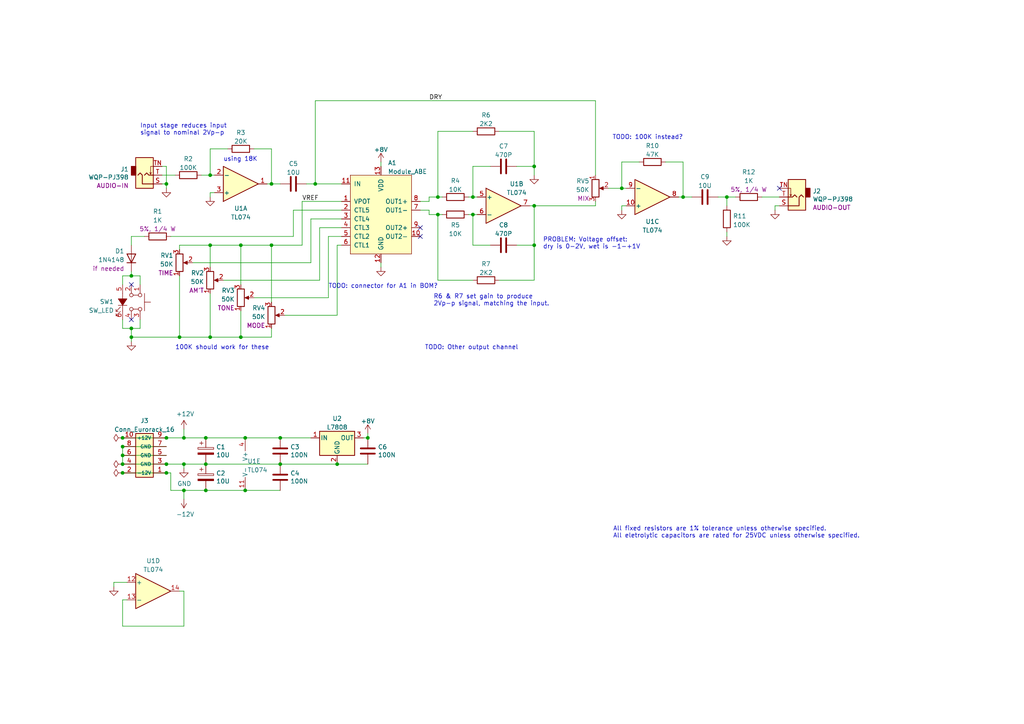
<source format=kicad_sch>
(kicad_sch (version 20211123) (generator eeschema)

  (uuid 4fe3cd02-8864-4b3e-a1a0-2dfa4d191ca2)

  (paper "A4")

  (title_block
    (title "FX Module Prototype")
    (date "2022-08-24")
    (rev "1.0")
    (company "Len Popp")
    (comment 1 "Copyright © 2022 Len Popp CC BY")
    (comment 2 "Eurorack format prototype FX module - 8HP")
  )

  (lib_symbols
    (symbol "-lmp-diode:1N4148" (pin_numbers hide) (pin_names (offset 1.016) hide) (in_bom yes) (on_board yes)
      (property "Reference" "D" (id 0) (at 0 2.54 0)
        (effects (font (size 1.27 1.27)))
      )
      (property "Value" "1N4148" (id 1) (at 0 -2.54 0)
        (effects (font (size 1.27 1.27)))
      )
      (property "Footprint" "Diode_THT:D_DO-35_SOD27_P7.62mm_Horizontal" (id 2) (at 0 -4.445 0)
        (effects (font (size 1.27 1.27)) hide)
      )
      (property "Datasheet" "https://www.mouser.ca/datasheet/2/308/1N914_D-2309448.pdf" (id 3) (at 0 0 0)
        (effects (font (size 1.27 1.27)) hide)
      )
      (property "Manufacturer" "On Semi / Fairchild" (id 4) (at 0 0 0)
        (effects (font (size 1.27 1.27)) hide)
      )
      (property "ManufacturerPartNum" "1N4148-T50R" (id 5) (at 0 0 0)
        (effects (font (size 1.27 1.27)) hide)
      )
      (property "Distributor" "Mouser" (id 6) (at 0 0 0)
        (effects (font (size 1.27 1.27)) hide)
      )
      (property "DistributorPartNum" "512-1N4148T50R" (id 7) (at 0 0 0)
        (effects (font (size 1.27 1.27)) hide)
      )
      (property "DistributorPartLink" "https://www.mouser.ca/ProductDetail/?qs=0lQeLiL1qyZS6rosZp7Ehg%3D%3D" (id 8) (at 0 0 0)
        (effects (font (size 1.27 1.27)) hide)
      )
      (property "ki_keywords" "diode" (id 9) (at 0 0 0)
        (effects (font (size 1.27 1.27)) hide)
      )
      (property "ki_description" "Switching diode, 100V 0.15A, DO-35" (id 10) (at 0 0 0)
        (effects (font (size 1.27 1.27)) hide)
      )
      (property "ki_fp_filters" "D*DO?35*" (id 11) (at 0 0 0)
        (effects (font (size 1.27 1.27)) hide)
      )
      (symbol "1N4148_0_1"
        (polyline
          (pts
            (xy -1.27 1.27)
            (xy -1.27 -1.27)
          )
          (stroke (width 0.254) (type default) (color 0 0 0 0))
          (fill (type none))
        )
        (polyline
          (pts
            (xy 1.27 0)
            (xy -1.27 0)
          )
          (stroke (width 0) (type default) (color 0 0 0 0))
          (fill (type none))
        )
        (polyline
          (pts
            (xy 1.27 1.27)
            (xy 1.27 -1.27)
            (xy -1.27 0)
            (xy 1.27 1.27)
          )
          (stroke (width 0.254) (type default) (color 0 0 0 0))
          (fill (type none))
        )
      )
      (symbol "1N4148_1_1"
        (pin passive line (at -3.81 0 0) (length 2.54)
          (name "K" (effects (font (size 1.27 1.27))))
          (number "1" (effects (font (size 1.27 1.27))))
        )
        (pin passive line (at 3.81 0 180) (length 2.54)
          (name "A" (effects (font (size 1.27 1.27))))
          (number "2" (effects (font (size 1.27 1.27))))
        )
      )
    )
    (symbol "-lmp-opamp:TL074" (pin_names (offset 0.127)) (in_bom yes) (on_board yes)
      (property "Reference" "U" (id 0) (at 0 5.08 0)
        (effects (font (size 1.27 1.27)) (justify left))
      )
      (property "Value" "TL074" (id 1) (at 0 -5.08 0)
        (effects (font (size 1.27 1.27)) (justify left))
      )
      (property "Footprint" "Package_DIP:DIP-14_W7.62mm" (id 2) (at -1.27 2.54 0)
        (effects (font (size 1.27 1.27)) hide)
      )
      (property "Datasheet" "http://www.ti.com/lit/ds/symlink/tl071.pdf" (id 3) (at 1.27 5.08 0)
        (effects (font (size 1.27 1.27)) hide)
      )
      (property "Manufacturer" "Texas Instruments" (id 4) (at 0 0 0)
        (effects (font (size 1.27 1.27)) hide)
      )
      (property "ManufacturerPartNum" "TL074BCN" (id 5) (at 0 0 0)
        (effects (font (size 1.27 1.27)) hide)
      )
      (property "Distributor" "Mouser" (id 6) (at 0 0 0)
        (effects (font (size 1.27 1.27)) hide)
      )
      (property "DistributorPartNum" "595-TL074BCN" (id 7) (at 0 0 0)
        (effects (font (size 1.27 1.27)) hide)
      )
      (property "DistributorPartLink" "https://www.mouser.ca/ProductDetail/?qs=vxEfx8VrU7BHurOY5iQdiA%3D%3D" (id 8) (at 0 0 0)
        (effects (font (size 1.27 1.27)) hide)
      )
      (property "ki_locked" "" (id 9) (at 0 0 0)
        (effects (font (size 1.27 1.27)))
      )
      (property "ki_keywords" "quad opamp" (id 10) (at 0 0 0)
        (effects (font (size 1.27 1.27)) hide)
      )
      (property "ki_description" "Quad Low-Noise JFET-Input Operational Amplifiers, DIP-14/SOIC-14" (id 11) (at 0 0 0)
        (effects (font (size 1.27 1.27)) hide)
      )
      (property "ki_fp_filters" "SOIC*3.9x8.7mm*P1.27mm* DIP*W7.62mm* TSSOP*4.4x5mm*P0.65mm* SSOP*5.3x6.2mm*P0.65mm* MSOP*3x3mm*P0.5mm*" (id 12) (at 0 0 0)
        (effects (font (size 1.27 1.27)) hide)
      )
      (symbol "TL074_1_1"
        (polyline
          (pts
            (xy -5.08 5.08)
            (xy 5.08 0)
            (xy -5.08 -5.08)
            (xy -5.08 5.08)
          )
          (stroke (width 0.254) (type default) (color 0 0 0 0))
          (fill (type background))
        )
        (pin output line (at 7.62 0 180) (length 2.54)
          (name "~" (effects (font (size 1.27 1.27))))
          (number "1" (effects (font (size 1.27 1.27))))
        )
        (pin input line (at -7.62 -2.54 0) (length 2.54)
          (name "-" (effects (font (size 1.27 1.27))))
          (number "2" (effects (font (size 1.27 1.27))))
        )
        (pin input line (at -7.62 2.54 0) (length 2.54)
          (name "+" (effects (font (size 1.27 1.27))))
          (number "3" (effects (font (size 1.27 1.27))))
        )
      )
      (symbol "TL074_2_1"
        (polyline
          (pts
            (xy -5.08 5.08)
            (xy 5.08 0)
            (xy -5.08 -5.08)
            (xy -5.08 5.08)
          )
          (stroke (width 0.254) (type default) (color 0 0 0 0))
          (fill (type background))
        )
        (pin input line (at -7.62 2.54 0) (length 2.54)
          (name "+" (effects (font (size 1.27 1.27))))
          (number "5" (effects (font (size 1.27 1.27))))
        )
        (pin input line (at -7.62 -2.54 0) (length 2.54)
          (name "-" (effects (font (size 1.27 1.27))))
          (number "6" (effects (font (size 1.27 1.27))))
        )
        (pin output line (at 7.62 0 180) (length 2.54)
          (name "~" (effects (font (size 1.27 1.27))))
          (number "7" (effects (font (size 1.27 1.27))))
        )
      )
      (symbol "TL074_3_1"
        (polyline
          (pts
            (xy -5.08 5.08)
            (xy 5.08 0)
            (xy -5.08 -5.08)
            (xy -5.08 5.08)
          )
          (stroke (width 0.254) (type default) (color 0 0 0 0))
          (fill (type background))
        )
        (pin input line (at -7.62 2.54 0) (length 2.54)
          (name "+" (effects (font (size 1.27 1.27))))
          (number "10" (effects (font (size 1.27 1.27))))
        )
        (pin output line (at 7.62 0 180) (length 2.54)
          (name "~" (effects (font (size 1.27 1.27))))
          (number "8" (effects (font (size 1.27 1.27))))
        )
        (pin input line (at -7.62 -2.54 0) (length 2.54)
          (name "-" (effects (font (size 1.27 1.27))))
          (number "9" (effects (font (size 1.27 1.27))))
        )
      )
      (symbol "TL074_4_1"
        (polyline
          (pts
            (xy -5.08 5.08)
            (xy 5.08 0)
            (xy -5.08 -5.08)
            (xy -5.08 5.08)
          )
          (stroke (width 0.254) (type default) (color 0 0 0 0))
          (fill (type background))
        )
        (pin input line (at -7.62 2.54 0) (length 2.54)
          (name "+" (effects (font (size 1.27 1.27))))
          (number "12" (effects (font (size 1.27 1.27))))
        )
        (pin input line (at -7.62 -2.54 0) (length 2.54)
          (name "-" (effects (font (size 1.27 1.27))))
          (number "13" (effects (font (size 1.27 1.27))))
        )
        (pin output line (at 7.62 0 180) (length 2.54)
          (name "~" (effects (font (size 1.27 1.27))))
          (number "14" (effects (font (size 1.27 1.27))))
        )
      )
      (symbol "TL074_5_1"
        (pin power_in line (at -2.54 -7.62 90) (length 3.81)
          (name "V-" (effects (font (size 1.27 1.27))))
          (number "11" (effects (font (size 1.27 1.27))))
        )
        (pin power_in line (at -2.54 7.62 270) (length 3.81)
          (name "V+" (effects (font (size 1.27 1.27))))
          (number "4" (effects (font (size 1.27 1.27))))
        )
      )
    )
    (symbol "-lmp-power:+12V" (power) (pin_names (offset 0)) (in_bom yes) (on_board yes)
      (property "Reference" "#PWR" (id 0) (at 0 -3.81 0)
        (effects (font (size 1.27 1.27)) hide)
      )
      (property "Value" "+12V" (id 1) (at 0 3.556 0)
        (effects (font (size 1.27 1.27)))
      )
      (property "Footprint" "" (id 2) (at 0 0 0)
        (effects (font (size 1.27 1.27)) hide)
      )
      (property "Datasheet" "" (id 3) (at 0 0 0)
        (effects (font (size 1.27 1.27)) hide)
      )
      (property "ki_keywords" "power-flag" (id 4) (at 0 0 0)
        (effects (font (size 1.27 1.27)) hide)
      )
      (property "ki_description" "Power symbol creates a global label with name \"+12V\"" (id 5) (at 0 0 0)
        (effects (font (size 1.27 1.27)) hide)
      )
      (symbol "+12V_0_1"
        (polyline
          (pts
            (xy -0.762 1.27)
            (xy 0 2.54)
          )
          (stroke (width 0) (type default) (color 0 0 0 0))
          (fill (type none))
        )
        (polyline
          (pts
            (xy 0 0)
            (xy 0 2.54)
          )
          (stroke (width 0) (type default) (color 0 0 0 0))
          (fill (type none))
        )
        (polyline
          (pts
            (xy 0 2.54)
            (xy 0.762 1.27)
          )
          (stroke (width 0) (type default) (color 0 0 0 0))
          (fill (type none))
        )
      )
      (symbol "+12V_1_1"
        (pin power_in line (at 0 0 90) (length 0) hide
          (name "+12V" (effects (font (size 1.27 1.27))))
          (number "1" (effects (font (size 1.27 1.27))))
        )
      )
    )
    (symbol "-lmp-power:-12V" (power) (pin_names (offset 0)) (in_bom yes) (on_board yes)
      (property "Reference" "#PWR" (id 0) (at 0 3.81 0)
        (effects (font (size 1.27 1.27)) hide)
      )
      (property "Value" "-12V" (id 1) (at 0 -3.556 0)
        (effects (font (size 1.27 1.27)))
      )
      (property "Footprint" "" (id 2) (at 0 0 0)
        (effects (font (size 1.27 1.27)) hide)
      )
      (property "Datasheet" "" (id 3) (at 0 0 0)
        (effects (font (size 1.27 1.27)) hide)
      )
      (property "ki_keywords" "power-flag" (id 4) (at 0 0 0)
        (effects (font (size 1.27 1.27)) hide)
      )
      (property "ki_description" "Power symbol creates a global label with name \"-12V\"" (id 5) (at 0 0 0)
        (effects (font (size 1.27 1.27)) hide)
      )
      (symbol "-12V_0_1"
        (polyline
          (pts
            (xy -0.762 -1.27)
            (xy 0 -2.54)
          )
          (stroke (width 0) (type default) (color 0 0 0 0))
          (fill (type none))
        )
        (polyline
          (pts
            (xy 0 -2.54)
            (xy 0.762 -1.27)
          )
          (stroke (width 0) (type default) (color 0 0 0 0))
          (fill (type none))
        )
        (polyline
          (pts
            (xy 0 0)
            (xy 0 -2.54)
          )
          (stroke (width 0) (type default) (color 0 0 0 0))
          (fill (type none))
        )
      )
      (symbol "-12V_1_1"
        (pin power_in line (at 0 0 270) (length 0) hide
          (name "-12V" (effects (font (size 1.27 1.27))))
          (number "1" (effects (font (size 1.27 1.27))))
        )
      )
    )
    (symbol "-lmp-power:GND" (power) (pin_numbers hide) (pin_names (offset 0) hide) (in_bom yes) (on_board yes)
      (property "Reference" "#PWR" (id 0) (at 0 -6.35 0)
        (effects (font (size 1.27 1.27)) hide)
      )
      (property "Value" "GND" (id 1) (at 0 -3.81 0)
        (effects (font (size 1.27 1.27)) hide)
      )
      (property "Footprint" "" (id 2) (at 0 0 0)
        (effects (font (size 1.27 1.27)) hide)
      )
      (property "Datasheet" "" (id 3) (at 0 0 0)
        (effects (font (size 1.27 1.27)) hide)
      )
      (property "ki_keywords" "power-flag" (id 4) (at 0 0 0)
        (effects (font (size 1.27 1.27)) hide)
      )
      (property "ki_description" "Power symbol creates a global label with name \"GND\" , ground" (id 5) (at 0 0 0)
        (effects (font (size 1.27 1.27)) hide)
      )
      (symbol "GND_0_1"
        (polyline
          (pts
            (xy 0 0)
            (xy 0 -1.27)
            (xy 1.27 -1.27)
            (xy 0 -2.54)
            (xy -1.27 -1.27)
            (xy 0 -1.27)
          )
          (stroke (width 0) (type default) (color 0 0 0 0))
          (fill (type none))
        )
      )
      (symbol "GND_1_1"
        (pin power_in line (at 0 0 270) (length 0) hide
          (name "GND" (effects (font (size 1.27 1.27))))
          (number "1" (effects (font (size 1.27 1.27))))
        )
      )
    )
    (symbol "-lmp-power:PWR_FLAG" (power) (pin_numbers hide) (pin_names (offset 0) hide) (in_bom yes) (on_board yes)
      (property "Reference" "#FLG" (id 0) (at 0 1.905 0)
        (effects (font (size 1.27 1.27)) hide)
      )
      (property "Value" "PWR_FLAG" (id 1) (at 0 3.81 0)
        (effects (font (size 1.27 1.27)) hide)
      )
      (property "Footprint" "" (id 2) (at 0 0 0)
        (effects (font (size 1.27 1.27)) hide)
      )
      (property "Datasheet" "~" (id 3) (at 0 0 0)
        (effects (font (size 1.27 1.27)) hide)
      )
      (property "ki_keywords" "power-flag" (id 4) (at 0 0 0)
        (effects (font (size 1.27 1.27)) hide)
      )
      (property "ki_description" "Special symbol for telling ERC where power comes from" (id 5) (at 0 0 0)
        (effects (font (size 1.27 1.27)) hide)
      )
      (symbol "PWR_FLAG_0_0"
        (pin power_out line (at 0 0 90) (length 0)
          (name "pwr" (effects (font (size 1.27 1.27))))
          (number "1" (effects (font (size 1.27 1.27))))
        )
      )
      (symbol "PWR_FLAG_0_1"
        (polyline
          (pts
            (xy 0 0)
            (xy 0 1.27)
            (xy -1.016 1.905)
            (xy 0 2.54)
            (xy 1.016 1.905)
            (xy 0 1.27)
          )
          (stroke (width 0) (type default) (color 0 0 0 0))
          (fill (type none))
        )
      )
    )
    (symbol "-lmp-synth:CNP_10U" (pin_numbers hide) (pin_names (offset 0.254)) (in_bom yes) (on_board yes)
      (property "Reference" "C" (id 0) (at 0.635 2.54 0)
        (effects (font (size 1.27 1.27)) (justify left))
      )
      (property "Value" "CNP_10U" (id 1) (at 0.635 -2.54 0)
        (effects (font (size 1.27 1.27)) (justify left))
      )
      (property "Footprint" "-lmp-misc:C_Radial_D5.0mm_H5.0mm_P2.50mm" (id 2) (at 0.9652 -3.81 0)
        (effects (font (size 1.27 1.27)) hide)
      )
      (property "Datasheet" "https://www.mouser.ca/datasheet/2/315/ABA0000C1053-947510.pdf" (id 3) (at 0 0 0)
        (effects (font (size 1.27 1.27)) hide)
      )
      (property "Note" "Non-polarized" (id 4) (at 0 0 0)
        (effects (font (size 1.27 1.27)) hide)
      )
      (property "Manufacturer" "Panasonic" (id 5) (at 0 0 0)
        (effects (font (size 1.27 1.27)) hide)
      )
      (property "ManufacturerPartNum" "ECE-A1EN100UI" (id 6) (at 0 0 0)
        (effects (font (size 1.27 1.27)) hide)
      )
      (property "Distributor" "Mouser" (id 7) (at 0 0 0)
        (effects (font (size 1.27 1.27)) hide)
      )
      (property "DistributorPartNum" "667-ECE-A1EN100UI" (id 8) (at 0 0 0)
        (effects (font (size 1.27 1.27)) hide)
      )
      (property "DistributorPartLink" "https://www.mouser.ca/ProductDetail/Panasonic/ECE-A1EN100UI?qs=0h1gzos03f36mGOUyzNXaA%3D%3D" (id 9) (at 0 0 0)
        (effects (font (size 1.27 1.27)) hide)
      )
      (property "ki_keywords" "cap capacitor non-polarized electrolytic" (id 10) (at 0 0 0)
        (effects (font (size 1.27 1.27)) hide)
      )
      (property "ki_description" "Capacitor - Non-polarized Electrolytic" (id 11) (at 0 0 0)
        (effects (font (size 1.27 1.27)) hide)
      )
      (property "ki_fp_filters" "C_*" (id 12) (at 0 0 0)
        (effects (font (size 1.27 1.27)) hide)
      )
      (symbol "CNP_10U_0_1"
        (polyline
          (pts
            (xy -2.032 -0.762)
            (xy 2.032 -0.762)
          )
          (stroke (width 0.508) (type default) (color 0 0 0 0))
          (fill (type none))
        )
        (polyline
          (pts
            (xy -2.032 0.762)
            (xy 2.032 0.762)
          )
          (stroke (width 0.508) (type default) (color 0 0 0 0))
          (fill (type none))
        )
      )
      (symbol "CNP_10U_1_1"
        (pin passive line (at 0 3.81 270) (length 2.794)
          (name "~" (effects (font (size 1.27 1.27))))
          (number "1" (effects (font (size 1.27 1.27))))
        )
        (pin passive line (at 0 -3.81 90) (length 2.794)
          (name "~" (effects (font (size 1.27 1.27))))
          (number "2" (effects (font (size 1.27 1.27))))
        )
      )
    )
    (symbol "-lmp-synth:CP_10U" (pin_numbers hide) (pin_names (offset 0.254)) (in_bom yes) (on_board yes)
      (property "Reference" "C" (id 0) (at 0.635 2.54 0)
        (effects (font (size 1.27 1.27)) (justify left))
      )
      (property "Value" "CP_10U" (id 1) (at 0.635 -2.54 0)
        (effects (font (size 1.27 1.27)) (justify left))
      )
      (property "Footprint" "-lmp-misc:CP_Radial_D5.0mm_P2.50mm" (id 2) (at 0.9652 -3.81 0)
        (effects (font (size 1.27 1.27)) hide)
      )
      (property "Datasheet" "https://www.mouser.ca/datasheet/2/315/ABA0000C1059-947582.pdf" (id 3) (at 0 -3.81 0)
        (effects (font (size 1.27 1.27)) hide)
      )
      (property "Note" "12 V decoupling" (id 4) (at 0.635 -6.35 0)
        (effects (font (size 1.27 1.27)) (justify left) hide)
      )
      (property "Manufacturer" "Panasonic" (id 5) (at 0 -3.81 0)
        (effects (font (size 1.27 1.27)) hide)
      )
      (property "ManufacturerPartNum" "ECE-A1VKS100I" (id 6) (at 0 -3.81 0)
        (effects (font (size 1.27 1.27)) hide)
      )
      (property "Distributor" "Mouser" (id 7) (at 0 -3.81 0)
        (effects (font (size 1.27 1.27)) hide)
      )
      (property "DistributorPartNum" "667-ECE-A1VKS100I" (id 8) (at 0 -3.81 0)
        (effects (font (size 1.27 1.27)) hide)
      )
      (property "DistributorPartLink" "https://www.mouser.ca/ProductDetail/667-ECE-A1VKS100I" (id 9) (at 0 -3.81 0)
        (effects (font (size 1.27 1.27)) hide)
      )
      (property "Distributor2" "Thonk" (id 10) (at 0 -3.81 0)
        (effects (font (size 1.27 1.27)) hide)
      )
      (property "DistributorPartNum2" "" (id 11) (at 0 -3.81 0)
        (effects (font (size 1.27 1.27)) hide)
      )
      (property "DistributorPartLink2" "https://www.thonk.co.uk/shop/eurorack-diy-essentials/" (id 12) (at 0 -3.81 0)
        (effects (font (size 1.27 1.27)) hide)
      )
      (property "ki_keywords" "cap capacitor electrolytic" (id 13) (at 0 0 0)
        (effects (font (size 1.27 1.27)) hide)
      )
      (property "ki_description" "Capacitor - Electrolytic - 12 V decoupling" (id 14) (at 0 0 0)
        (effects (font (size 1.27 1.27)) hide)
      )
      (property "ki_fp_filters" "CP_*" (id 15) (at 0 0 0)
        (effects (font (size 1.27 1.27)) hide)
      )
      (symbol "CP_10U_0_1"
        (rectangle (start -2.286 0.508) (end 2.286 1.016)
          (stroke (width 0) (type default) (color 0 0 0 0))
          (fill (type none))
        )
        (polyline
          (pts
            (xy -1.778 2.286)
            (xy -0.762 2.286)
          )
          (stroke (width 0) (type default) (color 0 0 0 0))
          (fill (type none))
        )
        (polyline
          (pts
            (xy -1.27 2.794)
            (xy -1.27 1.778)
          )
          (stroke (width 0) (type default) (color 0 0 0 0))
          (fill (type none))
        )
        (rectangle (start 2.286 -0.508) (end -2.286 -1.016)
          (stroke (width 0) (type default) (color 0 0 0 0))
          (fill (type outline))
        )
      )
      (symbol "CP_10U_1_1"
        (pin passive line (at 0 3.81 270) (length 2.794)
          (name "~" (effects (font (size 1.27 1.27))))
          (number "1" (effects (font (size 1.27 1.27))))
        )
        (pin passive line (at 0 -3.81 90) (length 2.794)
          (name "~" (effects (font (size 1.27 1.27))))
          (number "2" (effects (font (size 1.27 1.27))))
        )
      )
    )
    (symbol "-lmp-synth:Conn_Eurorack_Pwr_10" (in_bom yes) (on_board yes)
      (property "Reference" "J" (id 0) (at 1.27 7.62 0)
        (effects (font (size 1.27 1.27)))
      )
      (property "Value" "Conn_Eurorack_Pwr_10" (id 1) (at 1.27 -7.62 0)
        (effects (font (size 1.27 1.27)))
      )
      (property "Footprint" "-lmp-synth:IDC-Header-Eurorack-10-TH" (id 2) (at 2.54 -9.144 0)
        (effects (font (size 1.27 1.27)) hide)
      )
      (property "Datasheet" "https://www.mouser.ca/datasheet/2/445/61201021621-1717731.pdf" (id 3) (at 2.54 0 0)
        (effects (font (size 1.27 1.27)) hide)
      )
      (property "Manufacturer" "Wurth Elektronik" (id 4) (at 1.524 -9.398 0)
        (effects (font (size 1.27 1.27)) hide)
      )
      (property "ManufacturerPartNum" "61201021621" (id 5) (at 1.524 -9.398 0)
        (effects (font (size 1.27 1.27)) hide)
      )
      (property "Distributor" "Mouser" (id 6) (at 1.524 -9.144 0)
        (effects (font (size 1.27 1.27)) hide)
      )
      (property "DistributorPartNum" "710-61201021621" (id 7) (at 1.524 -9.398 0)
        (effects (font (size 1.27 1.27)) hide)
      )
      (property "DistributorPartLink" "https://www.mouser.ca/ProductDetail/Wurth-Elektronik/61201021621?qs=%2Fha2pyFadugkhyfdWLPRIwz9kroMfF%252BXZWEETFcVSqiQRaqHzEC2RQ%3D%3D" (id 8) (at 1.524 -9.398 0)
        (effects (font (size 1.27 1.27)) hide)
      )
      (property "Distributor2" "Thonk" (id 9) (at 0 0 0)
        (effects (font (size 1.27 1.27)) hide)
      )
      (property "DistributorPartNum2" "" (id 10) (at 0 0 0)
        (effects (font (size 1.27 1.27)) hide)
      )
      (property "DistributorPartLink2" "https://www.thonk.co.uk/shop/eurorack-diy-essentials/" (id 11) (at 0 0 0)
        (effects (font (size 1.27 1.27)) hide)
      )
      (property "ki_keywords" "connector Eurorack" (id 12) (at 0 0 0)
        (effects (font (size 1.27 1.27)) hide)
      )
      (property "ki_description" "Eurorack 10-pin board power connector" (id 13) (at 0 0 0)
        (effects (font (size 1.27 1.27)) hide)
      )
      (property "ki_fp_filters" "Connector*:*_2x??_*" (id 14) (at 0 0 0)
        (effects (font (size 1.27 1.27)) hide)
      )
      (symbol "Conn_Eurorack_Pwr_10_1_1"
        (rectangle (start 3.81 -6.35) (end -1.27 6.35)
          (stroke (width 0.254) (type default) (color 0 0 0 0))
          (fill (type background))
        )
        (pin power_in line (at 7.62 -5.08 180) (length 3.81)
          (name "-12V" (effects (font (size 1.016 1.016))))
          (number "1" (effects (font (size 1.27 1.27))))
        )
        (pin power_in line (at -5.08 5.08 0) (length 3.81)
          (name "~" (effects (font (size 1.27 1.27))))
          (number "10" (effects (font (size 1.27 1.27))))
        )
        (pin power_in line (at -5.08 -5.08 0) (length 3.81)
          (name "~" (effects (font (size 1.016 1.016))))
          (number "2" (effects (font (size 1.27 1.27))))
        )
        (pin power_in line (at 7.62 -2.54 180) (length 3.81)
          (name "GND" (effects (font (size 1.016 1.016))))
          (number "3" (effects (font (size 1.27 1.27))))
        )
        (pin power_in line (at -5.08 -2.54 0) (length 3.81)
          (name "~" (effects (font (size 1.27 1.27))))
          (number "4" (effects (font (size 1.27 1.27))))
        )
        (pin power_in line (at 7.62 0 180) (length 3.81)
          (name "GND" (effects (font (size 1.016 1.016))))
          (number "5" (effects (font (size 1.27 1.27))))
        )
        (pin power_in line (at -5.08 0 0) (length 3.81)
          (name "~" (effects (font (size 1.27 1.27))))
          (number "6" (effects (font (size 1.27 1.27))))
        )
        (pin power_in line (at 7.62 2.54 180) (length 3.81)
          (name "GND" (effects (font (size 1.016 1.016))))
          (number "7" (effects (font (size 1.27 1.27))))
        )
        (pin power_in line (at -5.08 2.54 0) (length 3.81)
          (name "~" (effects (font (size 1.27 1.27))))
          (number "8" (effects (font (size 1.27 1.27))))
        )
        (pin power_in line (at 7.62 5.08 180) (length 3.81)
          (name "+12V" (effects (font (size 1.016 1.016))))
          (number "9" (effects (font (size 1.27 1.27))))
        )
      )
    )
    (symbol "-lmp-synth:Jack_WQP-PJ398" (in_bom yes) (on_board yes)
      (property "Reference" "J" (id 0) (at 0 10.033 0)
        (effects (font (size 1.27 1.27)))
      )
      (property "Value" "Jack_WQP-PJ398" (id 1) (at 0 7.62 0)
        (effects (font (size 1.27 1.27)))
      )
      (property "Footprint" "-lmp-synth:Jack_3.5mm_QingPu_WQP-PJ398SM_Vertical" (id 2) (at 0 0 0)
        (effects (font (size 1.27 1.27)) hide)
      )
      (property "Datasheet" "http://www.qingpu-electronics.com/en/products/WQP-PJ398SM-362.html" (id 3) (at 0 0 0)
        (effects (font (size 1.27 1.27)) hide)
      )
      (property "Label" "[label]" (id 4) (at 0 5.207 0)
        (effects (font (size 1.27 1.27)))
      )
      (property "Manufacturer" "QingPu / Thonk" (id 5) (at 0 0 0)
        (effects (font (size 1.27 1.27)) hide)
      )
      (property "ManufacturerPartNum" "PJ398SM / WQP518MA" (id 6) (at 0 0 0)
        (effects (font (size 1.27 1.27)) hide)
      )
      (property "Distributor" "Thonk" (id 7) (at 0 0 0)
        (effects (font (size 1.27 1.27)) hide)
      )
      (property "DistributorPartNum" "PJ398SM" (id 8) (at 0 0 0)
        (effects (font (size 1.27 1.27)) hide)
      )
      (property "DistributorPartLink" "https://www.thonk.co.uk/shop/thonkiconn/" (id 9) (at 0 0 0)
        (effects (font (size 1.27 1.27)) hide)
      )
      (property "Distributor2" "SynthCube" (id 10) (at 0 0 0)
        (effects (font (size 1.27 1.27)) hide)
      )
      (property "DistributorPartNum2" "WQP518MA" (id 11) (at 0 0 0)
        (effects (font (size 1.27 1.27)) hide)
      )
      (property "DistributorPartLink2" "https://synthcube.com/cart/3-5mm-euro-jacks" (id 12) (at 0 0 0)
        (effects (font (size 1.27 1.27)) hide)
      )
      (property "Distributor3" "Adafruit" (id 13) (at 0 0 0)
        (effects (font (size 1.27 1.27)) hide)
      )
      (property "DistributorPartNum3" "4031" (id 14) (at 0 0 0)
        (effects (font (size 1.27 1.27)) hide)
      )
      (property "DistributorPartLink3" "https://www.adafruit.com/product/4031" (id 15) (at 0 0 0)
        (effects (font (size 1.27 1.27)) hide)
      )
      (property "ki_keywords" "audio jack receptacle mono headphones phone TS connector QingPu Thonkiconn" (id 16) (at 0 0 0)
        (effects (font (size 1.27 1.27)) hide)
      )
      (property "ki_description" "Audio Jack, 2 Poles (Mono / TS), Switched T Pole (Normalling), QingPu / Thonkiconn" (id 17) (at 0 0 0)
        (effects (font (size 1.27 1.27)) hide)
      )
      (property "ki_fp_filters" "Jack*" (id 18) (at 0 0 0)
        (effects (font (size 1.27 1.27)) hide)
      )
      (symbol "Jack_WQP-PJ398_0_1"
        (rectangle (start -2.54 0) (end -3.81 -2.54)
          (stroke (width 0.254) (type default) (color 0 0 0 0))
          (fill (type outline))
        )
        (polyline
          (pts
            (xy 1.778 -0.254)
            (xy 2.032 -0.762)
          )
          (stroke (width 0) (type default) (color 0 0 0 0))
          (fill (type none))
        )
        (polyline
          (pts
            (xy 0 0)
            (xy 0.635 -0.635)
            (xy 1.27 0)
            (xy 2.54 0)
          )
          (stroke (width 0.254) (type default) (color 0 0 0 0))
          (fill (type none))
        )
        (polyline
          (pts
            (xy 2.54 -2.54)
            (xy 1.778 -2.54)
            (xy 1.778 -0.254)
            (xy 1.524 -0.762)
          )
          (stroke (width 0) (type default) (color 0 0 0 0))
          (fill (type none))
        )
        (polyline
          (pts
            (xy 2.54 2.54)
            (xy -0.635 2.54)
            (xy -0.635 0)
            (xy -1.27 -0.635)
            (xy -1.905 0)
          )
          (stroke (width 0.254) (type default) (color 0 0 0 0))
          (fill (type none))
        )
        (rectangle (start 2.54 3.81) (end -2.54 -5.08)
          (stroke (width 0.254) (type default) (color 0 0 0 0))
          (fill (type background))
        )
      )
      (symbol "Jack_WQP-PJ398_1_1"
        (pin passive line (at 5.08 2.54 180) (length 2.54)
          (name "~" (effects (font (size 1.27 1.27))))
          (number "S" (effects (font (size 1.27 1.27))))
        )
        (pin passive line (at 5.08 0 180) (length 2.54)
          (name "~" (effects (font (size 1.27 1.27))))
          (number "T" (effects (font (size 1.27 1.27))))
        )
        (pin passive line (at 5.08 -2.54 180) (length 2.54)
          (name "~" (effects (font (size 1.27 1.27))))
          (number "TN" (effects (font (size 1.27 1.27))))
        )
      )
    )
    (symbol "-lmp-synth:Module_ABE" (pin_names (offset 1.016)) (in_bom yes) (on_board yes)
      (property "Reference" "A" (id 0) (at 8.89 12.7 0)
        (effects (font (size 1.27 1.27)) (justify right))
      )
      (property "Value" "Module_ABE" (id 1) (at -8.89 12.7 0)
        (effects (font (size 1.27 1.27)) (justify left))
      )
      (property "Footprint" "-lmp-synth:Module_ABE_Vert" (id 2) (at -12.7 15.875 0)
        (effects (font (size 1.27 1.27)) hide)
      )
      (property "Datasheet" "https://www.tubesandmore.com/sites/default/files/associated_files/p-r-abe.pdf" (id 3) (at -12.7 15.875 0)
        (effects (font (size 1.27 1.27)) hide)
      )
      (property "Manufacturer" "Accu-Bell" (id 4) (at 0 0 0)
        (effects (font (size 1.27 1.27)) hide)
      )
      (property "ManufacturerPartNum" "ABE" (id 5) (at 0 0 0)
        (effects (font (size 1.27 1.27)) hide)
      )
      (property "Distributor" "Antique Electronic Supply" (id 6) (at 0 0 0)
        (effects (font (size 1.27 1.27)) hide)
      )
      (property "DistributorPartNum" "P-R-ABE" (id 7) (at 0 0 0)
        (effects (font (size 1.27 1.27)) hide)
      )
      (property "DistributorPartLink" "https://www.tubesandmore.com/products/dsp-module-abe-accu-bell-effector-3-adjustable-effects" (id 8) (at 0 0 0)
        (effects (font (size 1.27 1.27)) hide)
      )
      (property "ki_keywords" "Accu-Bell Effector effects" (id 9) (at 0 0 0)
        (effects (font (size 1.27 1.27)) hide)
      )
      (property "ki_description" "Accu-Bell Effector digital effects module" (id 10) (at 0 0 0)
        (effects (font (size 1.27 1.27)) hide)
      )
      (symbol "Module_ABE_0_1"
        (rectangle (start -8.89 11.43) (end 8.89 -11.43)
          (stroke (width 0) (type default) (color 0 0 0 0))
          (fill (type background))
        )
        (pin input line (at -11.43 8.89 0) (length 2.54)
          (name "IN" (effects (font (size 1.27 1.27))))
          (number "11" (effects (font (size 1.27 1.27))))
        )
      )
      (symbol "Module_ABE_1_1"
        (pin output line (at -11.43 3.81 0) (length 2.54)
          (name "VPOT" (effects (font (size 1.27 1.27))))
          (number "1" (effects (font (size 1.27 1.27))))
        )
        (pin output line (at 11.43 -6.35 180) (length 2.54)
          (name "OUT2-" (effects (font (size 1.27 1.27))))
          (number "10" (effects (font (size 1.27 1.27))))
        )
        (pin power_in line (at 0 -13.97 90) (length 2.54)
          (name "GND" (effects (font (size 1.27 1.27))))
          (number "12" (effects (font (size 1.27 1.27))))
        )
        (pin power_in line (at 0 13.97 270) (length 2.54)
          (name "VDD" (effects (font (size 1.27 1.27))))
          (number "13" (effects (font (size 1.27 1.27))))
        )
        (pin input line (at -11.43 1.27 0) (length 2.54)
          (name "CTL5" (effects (font (size 1.27 1.27))))
          (number "2" (effects (font (size 1.27 1.27))))
        )
        (pin input line (at -11.43 -1.27 0) (length 2.54)
          (name "CTL4" (effects (font (size 1.27 1.27))))
          (number "3" (effects (font (size 1.27 1.27))))
        )
        (pin input line (at -11.43 -3.81 0) (length 2.54)
          (name "CTL3" (effects (font (size 1.27 1.27))))
          (number "4" (effects (font (size 1.27 1.27))))
        )
        (pin input line (at -11.43 -6.35 0) (length 2.54)
          (name "CTL2" (effects (font (size 1.27 1.27))))
          (number "5" (effects (font (size 1.27 1.27))))
        )
        (pin input line (at -11.43 -8.89 0) (length 2.54)
          (name "CTL1" (effects (font (size 1.27 1.27))))
          (number "6" (effects (font (size 1.27 1.27))))
        )
        (pin output line (at 11.43 1.27 180) (length 2.54)
          (name "OUT1-" (effects (font (size 1.27 1.27))))
          (number "7" (effects (font (size 1.27 1.27))))
        )
        (pin output line (at 11.43 3.81 180) (length 2.54)
          (name "OUT1+" (effects (font (size 1.27 1.27))))
          (number "8" (effects (font (size 1.27 1.27))))
        )
        (pin output line (at 11.43 -3.81 180) (length 2.54)
          (name "OUT2+" (effects (font (size 1.27 1.27))))
          (number "9" (effects (font (size 1.27 1.27))))
        )
      )
    )
    (symbol "-lmp-synth:R_1K_Output" (pin_numbers hide) (pin_names (offset 0)) (in_bom yes) (on_board yes)
      (property "Reference" "R" (id 0) (at -2.286 0 90)
        (effects (font (size 1.27 1.27)))
      )
      (property "Value" "R_1K_Output" (id 1) (at 2.413 0 90)
        (effects (font (size 1.27 1.27)))
      )
      (property "Footprint" "-lmp-misc:R_Axial_DIN0207_L6.3mm_D2.5mm_P10.16mm_Horizontal" (id 2) (at -1.778 0 90)
        (effects (font (size 1.27 1.27)) hide)
      )
      (property "Datasheet" "https://www.mouser.ca/datasheet/2/427/ccf07-1762725.pdf" (id 3) (at 0 0 0)
        (effects (font (size 1.27 1.27)) hide)
      )
      (property "Value2" "5%, 1/4 W" (id 4) (at 4.445 0 90)
        (effects (font (size 1.27 1.27)))
      )
      (property "Note" "Output limiting" (id 5) (at -1.905 -1.905 90)
        (effects (font (size 1.27 1.27)) hide)
      )
      (property "Manufacturer" "Vishay / Dale" (id 6) (at 0 0 0)
        (effects (font (size 1.27 1.27)) hide)
      )
      (property "ManufacturerPartNum" "CCF071K00JKE36" (id 7) (at 0 0 0)
        (effects (font (size 1.27 1.27)) hide)
      )
      (property "Distributor" "Mouser" (id 8) (at -1.905 0 90)
        (effects (font (size 1.27 1.27)) hide)
      )
      (property "DistributorPartNum" "71-CCF071K00JKE36" (id 9) (at 0 0 0)
        (effects (font (size 1.27 1.27)) hide)
      )
      (property "DistributorPartLink" "https://www.mouser.ca/ProductDetail/Vishay-Dale/CCF071K00JKE36?qs=sGAEpiMZZMsPqMdJzcrNwqw41JD0NFylHV1MADcQnpo%3D" (id 10) (at 0 0 0)
        (effects (font (size 1.27 1.27)) hide)
      )
      (property "ki_keywords" "R res resistor" (id 11) (at 0 0 0)
        (effects (font (size 1.27 1.27)) hide)
      )
      (property "ki_description" "Resistor" (id 12) (at 0 0 0)
        (effects (font (size 1.27 1.27)) hide)
      )
      (property "ki_fp_filters" "R_*" (id 13) (at 0 0 0)
        (effects (font (size 1.27 1.27)) hide)
      )
      (symbol "R_1K_Output_0_1"
        (rectangle (start -1.016 -2.54) (end 1.016 2.54)
          (stroke (width 0.254) (type default) (color 0 0 0 0))
          (fill (type none))
        )
      )
      (symbol "R_1K_Output_1_1"
        (pin passive line (at 0 3.81 270) (length 1.27)
          (name "~" (effects (font (size 1.27 1.27))))
          (number "1" (effects (font (size 1.27 1.27))))
        )
        (pin passive line (at 0 -3.81 90) (length 1.27)
          (name "~" (effects (font (size 1.27 1.27))))
          (number "2" (effects (font (size 1.27 1.27))))
        )
      )
    )
    (symbol "-lmp-synth:R_POT_TRIM_Panel_SongHuei" (pin_names (offset 1.016) hide) (in_bom yes) (on_board yes)
      (property "Reference" "RV" (id 0) (at -9.144 0 90)
        (effects (font (size 1.27 1.27)))
      )
      (property "Value" "R_POT_TRIM_Panel_SongHuei" (id 1) (at -7.239 0 90)
        (effects (font (size 1.27 1.27)))
      )
      (property "Footprint" "-lmp-synth:Potentiometer_SongHuei_Single_Vertical" (id 2) (at 0 0 0)
        (effects (font (size 1.27 1.27)) hide)
      )
      (property "Datasheet" "http://www.song-huei.com/proimages//eng/pdfimages/R0904N.pdf" (id 3) (at 0 0 0)
        (effects (font (size 1.27 1.27)) hide)
      )
      (property "Value2" "[LIN/LOG]" (id 4) (at -5.207 0 90)
        (effects (font (size 1.27 1.27)))
      )
      (property "Label" "[label]" (id 5) (at -3.175 0 90)
        (effects (font (size 1.27 1.27)))
      )
      (property "Manufacturer" "Song Huei" (id 6) (at 0 0 0)
        (effects (font (size 1.27 1.27)) hide)
      )
      (property "ManufacturerPartNum" "R0904N*" (id 7) (at 0 0 0)
        (effects (font (size 1.27 1.27)) hide)
      )
      (property "Distributor" "SynthCube" (id 8) (at 0 0 0)
        (effects (font (size 1.27 1.27)) hide)
      )
      (property "DistributorPartNum" "SH9MMTPOTMSTR" (id 9) (at 0 0 0)
        (effects (font (size 1.27 1.27)) hide)
      )
      (property "DistributorPartLink" "https://synthcube.com/cart/9mm-trimmer-pots" (id 10) (at 0 0 0)
        (effects (font (size 1.27 1.27)) hide)
      )
      (property "Distributor2" "Thonk" (id 11) (at 0 0 0)
        (effects (font (size 1.27 1.27)) hide)
      )
      (property "DistributorPartNum2" "Group_SongHuei_TTP" (id 12) (at 0 0 0)
        (effects (font (size 1.27 1.27)) hide)
      )
      (property "DistributorPartLink2" "https://www.thonk.co.uk/shop/ttpots/" (id 13) (at 0 0 0)
        (effects (font (size 1.27 1.27)) hide)
      )
      (property "ki_keywords" "resistor variable" (id 14) (at 0 0 0)
        (effects (font (size 1.27 1.27)) hide)
      )
      (property "ki_description" "Potentiometer" (id 15) (at 0 0 0)
        (effects (font (size 1.27 1.27)) hide)
      )
      (property "ki_fp_filters" "Potentiometer*" (id 16) (at 0 0 0)
        (effects (font (size 1.27 1.27)) hide)
      )
      (symbol "R_POT_TRIM_Panel_SongHuei_0_1"
        (polyline
          (pts
            (xy 2.54 0)
            (xy 1.524 0)
          )
          (stroke (width 0) (type default) (color 0 0 0 0))
          (fill (type none))
        )
        (polyline
          (pts
            (xy 1.143 0)
            (xy 2.286 0.508)
            (xy 2.286 -0.508)
            (xy 1.143 0)
          )
          (stroke (width 0) (type default) (color 0 0 0 0))
          (fill (type outline))
        )
        (rectangle (start 1.016 2.54) (end -1.016 -2.54)
          (stroke (width 0.254) (type default) (color 0 0 0 0))
          (fill (type none))
        )
      )
      (symbol "R_POT_TRIM_Panel_SongHuei_1_1"
        (pin passive line (at 0 3.81 270) (length 1.27)
          (name "1" (effects (font (size 1.27 1.27))))
          (number "1" (effects (font (size 1.27 1.27))))
        )
        (pin passive line (at 3.81 0 180) (length 1.27)
          (name "2" (effects (font (size 1.27 1.27))))
          (number "2" (effects (font (size 1.27 1.27))))
        )
        (pin passive line (at 0 -3.81 90) (length 1.27)
          (name "3" (effects (font (size 1.27 1.27))))
          (number "3" (effects (font (size 1.27 1.27))))
        )
      )
    )
    (symbol "-lmp-synth:SW_Push_LED_C&K_D6R" (pin_names (offset 1.016) hide) (in_bom yes) (on_board yes)
      (property "Reference" "SW" (id 0) (at 0.635 5.715 0)
        (effects (font (size 1.27 1.27)) (justify left))
      )
      (property "Value" "SW_Push_LED_C&K_D6R" (id 1) (at -0.0508 -5.9182 0)
        (effects (font (size 1.27 1.27)))
      )
      (property "Footprint" "-lmp-synth:SW_Push_LED_C&K_D6R" (id 2) (at 0 7.62 0)
        (effects (font (size 1.27 1.27)) hide)
      )
      (property "Datasheet" "https://www.mouser.ca/datasheet/2/60/d6-1382571.pdf" (id 3) (at 0 7.62 0)
        (effects (font (size 1.27 1.27)) hide)
      )
      (property "Manufacturer" "C&K" (id 4) (at 0 0 0)
        (effects (font (size 1.27 1.27)) hide)
      )
      (property "ManufacturerPartNum" "D6RLBUF1 LFS" (id 5) (at 0 0 0)
        (effects (font (size 1.27 1.27)) hide)
      )
      (property "Distributor" "Mouser" (id 6) (at 0 0 0)
        (effects (font (size 1.27 1.27)) hide)
      )
      (property "DistributorPartNum" "611-D6RLBUF1LFS" (id 7) (at 0 0 0)
        (effects (font (size 1.27 1.27)) hide)
      )
      (property "DistributorPartLink" "https://www.mouser.co.uk/ProductDetail/CK/D6RLBUF1-LFS?qs=zW32dvEIR3uFcmnP%2FjXwsQ%3D%3D" (id 8) (at 0 0 0)
        (effects (font (size 1.27 1.27)) hide)
      )
      (property "ki_keywords" "switch normally-open pushbutton push-button LED C&K D6R" (id 9) (at 0 0 0)
        (effects (font (size 1.27 1.27)) hide)
      )
      (property "ki_description" "Push button switch with single LED, C&K D6R series" (id 10) (at 0 0 0)
        (effects (font (size 1.27 1.27)) hide)
      )
      (symbol "SW_Push_LED_C&K_D6R_0_0"
        (polyline
          (pts
            (xy -2.54 -2.54)
            (xy 2.54 -2.54)
          )
          (stroke (width 0) (type default) (color 0 0 0 0))
          (fill (type none))
        )
        (polyline
          (pts
            (xy 0.9398 -1.27)
            (xy 0.9398 -3.81)
          )
          (stroke (width 0) (type default) (color 0 0 0 0))
          (fill (type none))
        )
        (polyline
          (pts
            (xy 2.6924 -4.445)
            (xy 1.4224 -3.175)
          )
          (stroke (width 0) (type default) (color 0 0 0 0))
          (fill (type none))
        )
        (polyline
          (pts
            (xy 3.9624 -4.445)
            (xy 2.6924 -3.175)
          )
          (stroke (width 0) (type default) (color 0 0 0 0))
          (fill (type none))
        )
        (polyline
          (pts
            (xy 2.6924 -3.81)
            (xy 2.6924 -4.445)
            (xy 2.0574 -4.445)
          )
          (stroke (width 0) (type default) (color 0 0 0 0))
          (fill (type none))
        )
        (polyline
          (pts
            (xy 3.9624 -3.81)
            (xy 3.9624 -4.445)
            (xy 3.3274 -4.445)
          )
          (stroke (width 0) (type default) (color 0 0 0 0))
          (fill (type none))
        )
        (polyline
          (pts
            (xy 0.9398 -2.54)
            (xy -0.9652 -1.27)
            (xy -0.9652 -3.81)
            (xy 0.9398 -2.54)
          )
          (stroke (width 0) (type default) (color 0 0 0 0))
          (fill (type outline))
        )
      )
      (symbol "SW_Push_LED_C&K_D6R_0_1"
        (circle (center -2.032 2.54) (radius 0.508)
          (stroke (width 0) (type default) (color 0 0 0 0))
          (fill (type none))
        )
        (polyline
          (pts
            (xy -2.032 2.032)
            (xy -2.032 0.508)
          )
          (stroke (width 0) (type default) (color 0 0 0 0))
          (fill (type none))
        )
        (polyline
          (pts
            (xy 0 3.81)
            (xy 0 5.588)
          )
          (stroke (width 0) (type default) (color 0 0 0 0))
          (fill (type none))
        )
        (polyline
          (pts
            (xy 2.032 2.032)
            (xy 2.032 0.508)
          )
          (stroke (width 0) (type default) (color 0 0 0 0))
          (fill (type none))
        )
        (polyline
          (pts
            (xy 2.54 3.81)
            (xy -2.54 3.81)
          )
          (stroke (width 0) (type default) (color 0 0 0 0))
          (fill (type none))
        )
        (circle (center 2.032 2.54) (radius 0.508)
          (stroke (width 0) (type default) (color 0 0 0 0))
          (fill (type none))
        )
        (pin passive line (at -5.08 2.54 0) (length 2.54)
          (name "1" (effects (font (size 1.27 1.27))))
          (number "1" (effects (font (size 1.27 1.27))))
        )
        (pin passive line (at 5.08 2.54 180) (length 2.54)
          (name "3" (effects (font (size 1.27 1.27))))
          (number "3" (effects (font (size 1.27 1.27))))
        )
        (pin passive line (at -5.08 -2.54 0) (length 2.54)
          (name "A" (effects (font (size 1.27 1.27))))
          (number "5" (effects (font (size 1.27 1.27))))
        )
        (pin passive line (at 5.08 -2.54 180) (length 2.54)
          (name "K" (effects (font (size 1.27 1.27))))
          (number "6" (effects (font (size 1.27 1.27))))
        )
      )
      (symbol "SW_Push_LED_C&K_D6R_1_1"
        (circle (center -2.032 0) (radius 0.508)
          (stroke (width 0) (type default) (color 0 0 0 0))
          (fill (type none))
        )
        (circle (center 2.032 0) (radius 0.508)
          (stroke (width 0) (type default) (color 0 0 0 0))
          (fill (type none))
        )
        (pin passive line (at -5.08 0 0) (length 2.54)
          (name "2" (effects (font (size 1.27 1.27))))
          (number "2" (effects (font (size 1.27 1.27))))
        )
        (pin passive line (at 5.08 0 180) (length 2.54)
          (name "4" (effects (font (size 1.27 1.27))))
          (number "4" (effects (font (size 1.27 1.27))))
        )
      )
    )
    (symbol "-lmp:CC" (pin_numbers hide) (pin_names (offset 0.254)) (in_bom yes) (on_board yes)
      (property "Reference" "C" (id 0) (at 0.635 2.54 0)
        (effects (font (size 1.27 1.27)) (justify left))
      )
      (property "Value" "CC" (id 1) (at 0.635 -2.54 0)
        (effects (font (size 1.27 1.27)) (justify left))
      )
      (property "Footprint" "" (id 2) (at 0.9652 -3.81 0)
        (effects (font (size 1.27 1.27)) hide)
      )
      (property "Datasheet" "~" (id 3) (at 0 0 0)
        (effects (font (size 1.27 1.27)) hide)
      )
      (property "ki_keywords" "cap capacitor ceramic" (id 4) (at 0 0 0)
        (effects (font (size 1.27 1.27)) hide)
      )
      (property "ki_description" "Capacitor - Ceramic" (id 5) (at 0 0 0)
        (effects (font (size 1.27 1.27)) hide)
      )
      (property "ki_fp_filters" "C_*" (id 6) (at 0 0 0)
        (effects (font (size 1.27 1.27)) hide)
      )
      (symbol "CC_0_1"
        (polyline
          (pts
            (xy -2.032 -0.762)
            (xy 2.032 -0.762)
          )
          (stroke (width 0.508) (type default) (color 0 0 0 0))
          (fill (type none))
        )
        (polyline
          (pts
            (xy -2.032 0.762)
            (xy 2.032 0.762)
          )
          (stroke (width 0.508) (type default) (color 0 0 0 0))
          (fill (type none))
        )
      )
      (symbol "CC_1_1"
        (pin passive line (at 0 3.81 270) (length 2.794)
          (name "~" (effects (font (size 1.27 1.27))))
          (number "1" (effects (font (size 1.27 1.27))))
        )
        (pin passive line (at 0 -3.81 90) (length 2.794)
          (name "~" (effects (font (size 1.27 1.27))))
          (number "2" (effects (font (size 1.27 1.27))))
        )
      )
    )
    (symbol "-lmp:CC_100N" (pin_numbers hide) (pin_names (offset 0.254)) (in_bom yes) (on_board yes)
      (property "Reference" "C" (id 0) (at 0.635 2.54 0)
        (effects (font (size 1.27 1.27)) (justify left))
      )
      (property "Value" "CC_100N" (id 1) (at 0.635 -2.54 0)
        (effects (font (size 1.27 1.27)) (justify left))
      )
      (property "Footprint" "-lmp-misc:C_Disc_D5.0mm_W2.5mm_P2.50mm" (id 2) (at 0.9652 -3.81 0)
        (effects (font (size 1.27 1.27)) hide)
      )
      (property "Datasheet" "https://product.tdk.com/system/files/dam/doc/product/capacitor/ceramic/lead-mlcc/catalog/leadmlcc_halogenfree_fg_en.pdf" (id 3) (at -0.635 -3.81 0)
        (effects (font (size 1.27 1.27)) hide)
      )
      (property "Note" "IC decoupling" (id 4) (at 0.635 -5.08 0)
        (effects (font (size 1.27 1.27)) (justify left) hide)
      )
      (property "Manufacturer" "TDK" (id 5) (at 0 0 0)
        (effects (font (size 1.27 1.27)) hide)
      )
      (property "ManufacturerPartNum" "FG18X7R1H104KNT06" (id 6) (at 0 0 0)
        (effects (font (size 1.27 1.27)) hide)
      )
      (property "Distributor" "Mouser" (id 7) (at 0 0 0)
        (effects (font (size 1.27 1.27)) hide)
      )
      (property "DistributorPartNum" "810-FG18X7R1H104KNT6" (id 8) (at 0 0 0)
        (effects (font (size 1.27 1.27)) hide)
      )
      (property "DistributorPartLink" "https://www.mouser.ca/ProductDetail/810-FG18X7R1H104KNT6" (id 9) (at 0 0 0)
        (effects (font (size 1.27 1.27)) hide)
      )
      (property "ki_keywords" "cap capacitor ceramic" (id 10) (at 0 0 0)
        (effects (font (size 1.27 1.27)) hide)
      )
      (property "ki_description" "Capacitor - Ceramic - IC decoupling" (id 11) (at 0 0 0)
        (effects (font (size 1.27 1.27)) hide)
      )
      (property "ki_fp_filters" "C_*" (id 12) (at 0 0 0)
        (effects (font (size 1.27 1.27)) hide)
      )
      (symbol "CC_100N_0_1"
        (polyline
          (pts
            (xy -2.032 -0.762)
            (xy 2.032 -0.762)
          )
          (stroke (width 0.508) (type default) (color 0 0 0 0))
          (fill (type none))
        )
        (polyline
          (pts
            (xy -2.032 0.762)
            (xy 2.032 0.762)
          )
          (stroke (width 0.508) (type default) (color 0 0 0 0))
          (fill (type none))
        )
      )
      (symbol "CC_100N_1_1"
        (pin passive line (at 0 3.81 270) (length 2.794)
          (name "~" (effects (font (size 1.27 1.27))))
          (number "1" (effects (font (size 1.27 1.27))))
        )
        (pin passive line (at 0 -3.81 90) (length 2.794)
          (name "~" (effects (font (size 1.27 1.27))))
          (number "2" (effects (font (size 1.27 1.27))))
        )
      )
    )
    (symbol "-lmp:R_1%_0W166" (pin_numbers hide) (pin_names (offset 0)) (in_bom yes) (on_board yes)
      (property "Reference" "R" (id 0) (at -2.286 0 90)
        (effects (font (size 1.27 1.27)))
      )
      (property "Value" "R_1%_0W166" (id 1) (at 2.413 0 90)
        (effects (font (size 1.27 1.27)))
      )
      (property "Footprint" "-lmp-misc:R_Axial_DIN0207_L6.3mm_D2.5mm_P7.62mm_Horizontal" (id 2) (at -1.778 0 90)
        (effects (font (size 1.27 1.27)) hide)
      )
      (property "Datasheet" "https://www.mouser.ca/datasheet/2/447/Yageo_LR_MFR_1-1714151.pdf" (id 3) (at 0 0 0)
        (effects (font (size 1.27 1.27)) hide)
      )
      (property "Manufacturer" "YAGEO" (id 4) (at 0 0 0)
        (effects (font (size 1.27 1.27)) hide)
      )
      (property "ManufacturerPartNum" "MFR-12*" (id 5) (at 0 0 0)
        (effects (font (size 1.27 1.27)) hide)
      )
      (property "Distributor" "Mouser" (id 6) (at 0 0 0)
        (effects (font (size 1.27 1.27)) hide)
      )
      (property "DistributorPartNum" "603-MFR-12*" (id 7) (at 0 0 0)
        (effects (font (size 1.27 1.27)) hide)
      )
      (property "DistributorPartLink" "https://www.mouser.ca/c/?m=YAGEO&power+rating=166+mW+(1%2f6+W)&tolerance=1+%25&instock=y" (id 8) (at 0 0 0)
        (effects (font (size 1.27 1.27)) hide)
      )
      (property "Value2" "1%, 1/6 W" (id 9) (at 4.953 0 90)
        (effects (font (size 1.27 1.27)) hide)
      )
      (property "ki_keywords" "R res resistor" (id 10) (at 0 0 0)
        (effects (font (size 1.27 1.27)) hide)
      )
      (property "ki_description" "Resistor" (id 11) (at 0 0 0)
        (effects (font (size 1.27 1.27)) hide)
      )
      (property "ki_fp_filters" "R_*" (id 12) (at 0 0 0)
        (effects (font (size 1.27 1.27)) hide)
      )
      (symbol "R_1%_0W166_0_1"
        (rectangle (start -1.016 -2.54) (end 1.016 2.54)
          (stroke (width 0.254) (type default) (color 0 0 0 0))
          (fill (type none))
        )
      )
      (symbol "R_1%_0W166_1_1"
        (pin passive line (at 0 3.81 270) (length 1.27)
          (name "~" (effects (font (size 1.27 1.27))))
          (number "1" (effects (font (size 1.27 1.27))))
        )
        (pin passive line (at 0 -3.81 90) (length 1.27)
          (name "~" (effects (font (size 1.27 1.27))))
          (number "2" (effects (font (size 1.27 1.27))))
        )
      )
    )
    (symbol "Regulator_Linear:L7808" (pin_names (offset 0.254)) (in_bom yes) (on_board yes)
      (property "Reference" "U" (id 0) (at -3.81 3.175 0)
        (effects (font (size 1.27 1.27)))
      )
      (property "Value" "L7808" (id 1) (at 0 3.175 0)
        (effects (font (size 1.27 1.27)) (justify left))
      )
      (property "Footprint" "" (id 2) (at 0.635 -3.81 0)
        (effects (font (size 1.27 1.27) italic) (justify left) hide)
      )
      (property "Datasheet" "http://www.st.com/content/ccc/resource/technical/document/datasheet/41/4f/b3/b0/12/d4/47/88/CD00000444.pdf/files/CD00000444.pdf/jcr:content/translations/en.CD00000444.pdf" (id 3) (at 0 -1.27 0)
        (effects (font (size 1.27 1.27)) hide)
      )
      (property "ki_keywords" "Voltage Regulator 1.5A Positive" (id 4) (at 0 0 0)
        (effects (font (size 1.27 1.27)) hide)
      )
      (property "ki_description" "Positive 1.5A 35V Linear Regulator, Fixed Output 8V, TO-220/TO-263/TO-252" (id 5) (at 0 0 0)
        (effects (font (size 1.27 1.27)) hide)
      )
      (property "ki_fp_filters" "TO?252* TO?263* TO?220*" (id 6) (at 0 0 0)
        (effects (font (size 1.27 1.27)) hide)
      )
      (symbol "L7808_0_1"
        (rectangle (start -5.08 1.905) (end 5.08 -5.08)
          (stroke (width 0.254) (type default) (color 0 0 0 0))
          (fill (type background))
        )
      )
      (symbol "L7808_1_1"
        (pin power_in line (at -7.62 0 0) (length 2.54)
          (name "IN" (effects (font (size 1.27 1.27))))
          (number "1" (effects (font (size 1.27 1.27))))
        )
        (pin power_in line (at 0 -7.62 90) (length 2.54)
          (name "GND" (effects (font (size 1.27 1.27))))
          (number "2" (effects (font (size 1.27 1.27))))
        )
        (pin power_out line (at 7.62 0 180) (length 2.54)
          (name "OUT" (effects (font (size 1.27 1.27))))
          (number "3" (effects (font (size 1.27 1.27))))
        )
      )
    )
    (symbol "power:+8V" (power) (pin_names (offset 0)) (in_bom yes) (on_board yes)
      (property "Reference" "#PWR" (id 0) (at 0 -3.81 0)
        (effects (font (size 1.27 1.27)) hide)
      )
      (property "Value" "+8V" (id 1) (at 0 3.556 0)
        (effects (font (size 1.27 1.27)))
      )
      (property "Footprint" "" (id 2) (at 0 0 0)
        (effects (font (size 1.27 1.27)) hide)
      )
      (property "Datasheet" "" (id 3) (at 0 0 0)
        (effects (font (size 1.27 1.27)) hide)
      )
      (property "ki_keywords" "power-flag" (id 4) (at 0 0 0)
        (effects (font (size 1.27 1.27)) hide)
      )
      (property "ki_description" "Power symbol creates a global label with name \"+8V\"" (id 5) (at 0 0 0)
        (effects (font (size 1.27 1.27)) hide)
      )
      (symbol "+8V_0_1"
        (polyline
          (pts
            (xy -0.762 1.27)
            (xy 0 2.54)
          )
          (stroke (width 0) (type default) (color 0 0 0 0))
          (fill (type none))
        )
        (polyline
          (pts
            (xy 0 0)
            (xy 0 2.54)
          )
          (stroke (width 0) (type default) (color 0 0 0 0))
          (fill (type none))
        )
        (polyline
          (pts
            (xy 0 2.54)
            (xy 0.762 1.27)
          )
          (stroke (width 0) (type default) (color 0 0 0 0))
          (fill (type none))
        )
      )
      (symbol "+8V_1_1"
        (pin power_in line (at 0 0 90) (length 0) hide
          (name "+8V" (effects (font (size 1.27 1.27))))
          (number "1" (effects (font (size 1.27 1.27))))
        )
      )
    )
  )

  (junction (at 69.85 71.12) (diameter 0) (color 0 0 0 0)
    (uuid 00def8b3-fe7f-4e3f-b475-31bdffdb76d0)
  )
  (junction (at 97.79 134.62) (diameter 0) (color 0 0 0 0)
    (uuid 07fec2aa-2e04-45db-87cd-542ee5be1ab6)
  )
  (junction (at 35.56 134.62) (diameter 0) (color 0 0 0 0)
    (uuid 13755a06-0154-4402-a805-685c832ed5cd)
  )
  (junction (at 35.56 129.54) (diameter 0) (color 0 0 0 0)
    (uuid 16ace5f5-80fe-4909-9d7f-4ba029924598)
  )
  (junction (at 48.26 134.62) (diameter 0) (color 0 0 0 0)
    (uuid 19385239-984e-468c-8983-4d61128b9e81)
  )
  (junction (at 59.69 134.62) (diameter 0) (color 0 0 0 0)
    (uuid 1aaf2e8c-c4cc-439c-bd96-0aaaccc2a578)
  )
  (junction (at 38.1 97.79) (diameter 0) (color 0 0 0 0)
    (uuid 25e9ae2b-2941-4601-80bc-6f2f079c61a0)
  )
  (junction (at 137.16 57.15) (diameter 0) (color 0 0 0 0)
    (uuid 25ee7c11-a83d-4f48-8a4a-e911db05b985)
  )
  (junction (at 53.34 127) (diameter 0) (color 0 0 0 0)
    (uuid 33728988-9ccf-48e4-a037-d026b0b80a40)
  )
  (junction (at 52.07 97.79) (diameter 0) (color 0 0 0 0)
    (uuid 3ca474e3-bb0c-47e7-bbc0-c6462aef0263)
  )
  (junction (at 53.34 134.62) (diameter 0) (color 0 0 0 0)
    (uuid 3f3bed03-5c90-4a9e-b3b1-8dc18510436c)
  )
  (junction (at 60.96 71.12) (diameter 0) (color 0 0 0 0)
    (uuid 41660229-0ef6-4ed2-8fa3-0741fe70f63c)
  )
  (junction (at 154.94 59.69) (diameter 0) (color 0 0 0 0)
    (uuid 477480b1-1682-4055-b430-85e2a6731882)
  )
  (junction (at 210.82 57.15) (diameter 0) (color 0 0 0 0)
    (uuid 481f6cd6-2c90-41c6-ba73-ab826d6514a3)
  )
  (junction (at 69.85 97.79) (diameter 0) (color 0 0 0 0)
    (uuid 4a2d5223-b3b2-46a7-8196-ad852ad67408)
  )
  (junction (at 59.69 127) (diameter 0) (color 0 0 0 0)
    (uuid 4aaa3cd2-fbd8-4aa3-9178-e41dbfdedd2f)
  )
  (junction (at 71.12 142.24) (diameter 0) (color 0 0 0 0)
    (uuid 4e593824-58ad-45bc-bb88-70fff35f316c)
  )
  (junction (at 154.94 48.26) (diameter 0) (color 0 0 0 0)
    (uuid 619e6a62-c44e-425e-a1ba-4a938f302c01)
  )
  (junction (at 81.28 127) (diameter 0) (color 0 0 0 0)
    (uuid 65b92095-c188-4763-a8b9-337a9ecd6090)
  )
  (junction (at 81.28 134.62) (diameter 0) (color 0 0 0 0)
    (uuid 6af481c6-4ad8-4c87-8a1c-de1aa547f74d)
  )
  (junction (at 198.12 57.15) (diameter 0) (color 0 0 0 0)
    (uuid 6fb1e1f2-1dc3-493b-af7d-db7c6dc98daf)
  )
  (junction (at 53.34 142.24) (diameter 0) (color 0 0 0 0)
    (uuid 7eeb9c9d-ddbf-44df-a4f5-2d911de6e9bf)
  )
  (junction (at 71.12 127) (diameter 0) (color 0 0 0 0)
    (uuid 81542b47-ac24-4ece-9c34-f0d3c35c0b95)
  )
  (junction (at 91.44 53.34) (diameter 0) (color 0 0 0 0)
    (uuid 8363b1e0-7102-42a3-88f3-bf567edc7199)
  )
  (junction (at 127 62.23) (diameter 0) (color 0 0 0 0)
    (uuid 88dfca71-2045-4fdb-9ce5-dce5482d56d8)
  )
  (junction (at 38.1 80.01) (diameter 0) (color 0 0 0 0)
    (uuid 964e914d-60b6-4e81-b083-658454882fb0)
  )
  (junction (at 35.56 137.16) (diameter 0) (color 0 0 0 0)
    (uuid 9d3ca2be-ad15-49a8-802a-877034cf235e)
  )
  (junction (at 59.69 142.24) (diameter 0) (color 0 0 0 0)
    (uuid 9e0361b4-d8ba-42d6-8eb4-ac3c92bf6c9d)
  )
  (junction (at 38.1 95.25) (diameter 0) (color 0 0 0 0)
    (uuid a59792be-7fcc-476c-825e-792d3a794e00)
  )
  (junction (at 48.26 137.16) (diameter 0) (color 0 0 0 0)
    (uuid a7eba05c-721f-4f26-9c0e-79233aa4adc0)
  )
  (junction (at 106.68 127) (diameter 0) (color 0 0 0 0)
    (uuid a96e8763-eb66-4103-bb96-3c645a2fa08f)
  )
  (junction (at 78.74 71.12) (diameter 0) (color 0 0 0 0)
    (uuid ae3e5c1a-ae46-46d5-957a-4c86707b9eee)
  )
  (junction (at 78.74 53.34) (diameter 0) (color 0 0 0 0)
    (uuid b4f38dd9-44d5-48cf-9fb8-913b6992935f)
  )
  (junction (at 60.96 50.8) (diameter 0) (color 0 0 0 0)
    (uuid c96fe977-3d22-4466-bb1a-605339ae8541)
  )
  (junction (at 180.34 54.61) (diameter 0) (color 0 0 0 0)
    (uuid cb41477a-2cc6-4edf-9934-5c041f205688)
  )
  (junction (at 48.26 127) (diameter 0) (color 0 0 0 0)
    (uuid d6871644-5248-4a0f-b536-19fa6f15c78d)
  )
  (junction (at 35.56 127) (diameter 0) (color 0 0 0 0)
    (uuid e03e8983-0c64-4814-9f5a-27a91c4c5bbc)
  )
  (junction (at 48.26 53.34) (diameter 0) (color 0 0 0 0)
    (uuid e8ce1f8b-bb2d-4453-9331-0fcb8baa0cbc)
  )
  (junction (at 60.96 97.79) (diameter 0) (color 0 0 0 0)
    (uuid f974f526-f539-4b65-8afa-0a480fca5d1d)
  )
  (junction (at 35.56 132.08) (diameter 0) (color 0 0 0 0)
    (uuid f9e2ffcc-83c6-4549-88af-f21f7ae8751e)
  )
  (junction (at 137.16 62.23) (diameter 0) (color 0 0 0 0)
    (uuid fb535617-3383-4dfd-8271-7a72a4b3f003)
  )
  (junction (at 154.94 71.12) (diameter 0) (color 0 0 0 0)
    (uuid fc0c42ef-8d8e-4cf8-b553-cb806322846c)
  )
  (junction (at 127 57.15) (diameter 0) (color 0 0 0 0)
    (uuid fdded904-2ae3-4ab1-809b-3088861bf841)
  )

  (no_connect (at 38.1 82.55) (uuid 7802ae83-8ea7-4fa3-a65c-1e374c7dae09))
  (no_connect (at 226.06 54.61) (uuid b394d14e-f6c8-45e8-9df3-2e1398a3180e))
  (no_connect (at 38.1 92.71) (uuid c38a4a6c-86ce-46df-a1f6-0570a5f844f1))
  (no_connect (at 121.92 68.58) (uuid ddea776c-085c-4293-affb-c984fc78fd09))
  (no_connect (at 121.92 66.04) (uuid f1d85bf5-33f1-420d-b293-a7461cf78ee4))

  (wire (pts (xy 60.96 71.12) (xy 69.85 71.12))
    (stroke (width 0) (type default) (color 0 0 0 0))
    (uuid 0087813b-dcec-4dbd-a2d8-9cf6f6351d34)
  )
  (wire (pts (xy 97.79 91.44) (xy 97.79 71.12))
    (stroke (width 0) (type default) (color 0 0 0 0))
    (uuid 00af5da5-57ab-4b2d-92d5-7d94cf7a882c)
  )
  (wire (pts (xy 99.06 63.5) (xy 90.17 63.5))
    (stroke (width 0) (type default) (color 0 0 0 0))
    (uuid 0126cff4-cdf9-4b4a-97d8-e68d772afc20)
  )
  (wire (pts (xy 35.56 92.71) (xy 35.56 95.25))
    (stroke (width 0) (type default) (color 0 0 0 0))
    (uuid 028fb74c-d9af-4c49-b44d-21259444db99)
  )
  (wire (pts (xy 82.55 91.44) (xy 97.79 91.44))
    (stroke (width 0) (type default) (color 0 0 0 0))
    (uuid 02f6fdae-727b-41d6-bef1-28d5ccbfa56a)
  )
  (wire (pts (xy 210.82 57.15) (xy 210.82 59.69))
    (stroke (width 0) (type default) (color 0 0 0 0))
    (uuid 051cc09e-eb52-43f8-bcb2-88482c9b5eee)
  )
  (wire (pts (xy 48.26 132.08) (xy 35.56 132.08))
    (stroke (width 0) (type default) (color 0 0 0 0))
    (uuid 0520e390-8aec-4e5a-9dcf-6c19d361b02c)
  )
  (wire (pts (xy 60.96 55.88) (xy 60.96 57.15))
    (stroke (width 0) (type default) (color 0 0 0 0))
    (uuid 0636ece5-22c7-4d33-af1a-ae0eadc7faf2)
  )
  (wire (pts (xy 121.92 60.96) (xy 124.46 60.96))
    (stroke (width 0) (type default) (color 0 0 0 0))
    (uuid 06f5cd92-0a69-4763-abc8-927ab7d6c33d)
  )
  (wire (pts (xy 81.28 134.62) (xy 97.79 134.62))
    (stroke (width 0) (type default) (color 0 0 0 0))
    (uuid 089f47a2-7dd9-4f6c-9227-773dd9341ea2)
  )
  (wire (pts (xy 144.78 81.28) (xy 154.94 81.28))
    (stroke (width 0) (type default) (color 0 0 0 0))
    (uuid 0c34050c-2441-4c7b-834b-8858df1d99e1)
  )
  (wire (pts (xy 128.27 62.23) (xy 127 62.23))
    (stroke (width 0) (type default) (color 0 0 0 0))
    (uuid 0c440d32-4ab4-4f95-85e6-21d167787e79)
  )
  (wire (pts (xy 48.26 127) (xy 53.34 127))
    (stroke (width 0) (type default) (color 0 0 0 0))
    (uuid 112f53cf-a658-4502-99f1-a9e5e69b43f8)
  )
  (wire (pts (xy 66.04 43.18) (xy 60.96 43.18))
    (stroke (width 0) (type default) (color 0 0 0 0))
    (uuid 11daf536-23ba-4a7a-8fb9-9a4957eb4a79)
  )
  (wire (pts (xy 78.74 95.25) (xy 78.74 97.79))
    (stroke (width 0) (type default) (color 0 0 0 0))
    (uuid 14decc8a-f2f0-4bb2-b062-cc0d2d0311f9)
  )
  (wire (pts (xy 88.9 53.34) (xy 91.44 53.34))
    (stroke (width 0) (type default) (color 0 0 0 0))
    (uuid 167a0db4-9ba0-48eb-879e-05f89fd5b666)
  )
  (wire (pts (xy 110.49 46.99) (xy 110.49 48.26))
    (stroke (width 0) (type default) (color 0 0 0 0))
    (uuid 17078f9b-7618-4489-a53a-4ed7def6c2c8)
  )
  (wire (pts (xy 172.72 50.8) (xy 172.72 29.21))
    (stroke (width 0) (type default) (color 0 0 0 0))
    (uuid 1b90d52a-184c-4654-ba86-c2dbef0813df)
  )
  (wire (pts (xy 35.56 132.08) (xy 35.56 134.62))
    (stroke (width 0) (type default) (color 0 0 0 0))
    (uuid 1c084e2e-1515-4b01-af66-063a5350d2cc)
  )
  (wire (pts (xy 38.1 95.25) (xy 38.1 97.79))
    (stroke (width 0) (type default) (color 0 0 0 0))
    (uuid 1e0d1784-5749-4ab6-9f31-2da85381024d)
  )
  (wire (pts (xy 210.82 57.15) (xy 213.36 57.15))
    (stroke (width 0) (type default) (color 0 0 0 0))
    (uuid 1e6124e2-708c-4361-b7fa-095e2495e2c1)
  )
  (wire (pts (xy 33.02 168.91) (xy 33.02 170.18))
    (stroke (width 0) (type default) (color 0 0 0 0))
    (uuid 1ea950e6-9dec-4508-b15d-2e837a405e48)
  )
  (wire (pts (xy 77.47 53.34) (xy 78.74 53.34))
    (stroke (width 0) (type default) (color 0 0 0 0))
    (uuid 20ffce0d-95f3-4e3a-8f32-a8c0fad6902a)
  )
  (wire (pts (xy 172.72 59.69) (xy 172.72 58.42))
    (stroke (width 0) (type default) (color 0 0 0 0))
    (uuid 23d9a51d-a92c-4401-bb33-51b68be84192)
  )
  (wire (pts (xy 69.85 97.79) (xy 60.96 97.79))
    (stroke (width 0) (type default) (color 0 0 0 0))
    (uuid 26dad868-ca23-47b6-83b7-89b205caf760)
  )
  (wire (pts (xy 92.71 66.04) (xy 99.06 66.04))
    (stroke (width 0) (type default) (color 0 0 0 0))
    (uuid 27f80522-9084-4de5-b77a-64bdb30b99bf)
  )
  (wire (pts (xy 46.99 53.34) (xy 48.26 53.34))
    (stroke (width 0) (type default) (color 0 0 0 0))
    (uuid 2847d8c4-d8fc-4d1f-a35e-9fefdfb58e36)
  )
  (wire (pts (xy 154.94 59.69) (xy 154.94 71.12))
    (stroke (width 0) (type default) (color 0 0 0 0))
    (uuid 29551dcc-659f-49d5-a58f-a148fc186350)
  )
  (wire (pts (xy 137.16 57.15) (xy 137.16 48.26))
    (stroke (width 0) (type default) (color 0 0 0 0))
    (uuid 2ad16208-e406-40bd-9262-a64c66d49045)
  )
  (wire (pts (xy 153.67 59.69) (xy 154.94 59.69))
    (stroke (width 0) (type default) (color 0 0 0 0))
    (uuid 2c6b9bbc-cc08-4392-af73-90d9fde5ba07)
  )
  (wire (pts (xy 87.63 71.12) (xy 87.63 58.42))
    (stroke (width 0) (type default) (color 0 0 0 0))
    (uuid 31016b3c-e73d-4e7a-b037-72773de8ed8f)
  )
  (wire (pts (xy 53.34 144.78) (xy 53.34 142.24))
    (stroke (width 0) (type default) (color 0 0 0 0))
    (uuid 326c209f-1e8e-4920-8d12-98d2580bf0e3)
  )
  (wire (pts (xy 154.94 48.26) (xy 154.94 50.8))
    (stroke (width 0) (type default) (color 0 0 0 0))
    (uuid 3437af5e-f7ab-480b-b9e1-5d744abf6c9d)
  )
  (wire (pts (xy 49.53 142.24) (xy 53.34 142.24))
    (stroke (width 0) (type default) (color 0 0 0 0))
    (uuid 368fab3c-be22-43d8-ab32-7700b86bf04c)
  )
  (wire (pts (xy 52.07 80.01) (xy 52.07 97.79))
    (stroke (width 0) (type default) (color 0 0 0 0))
    (uuid 3810d09a-5dbf-476f-9972-6dd79c94f26d)
  )
  (wire (pts (xy 73.66 86.36) (xy 95.25 86.36))
    (stroke (width 0) (type default) (color 0 0 0 0))
    (uuid 38b4b9ef-5629-4a74-9cad-06616b31ff4f)
  )
  (wire (pts (xy 78.74 97.79) (xy 69.85 97.79))
    (stroke (width 0) (type default) (color 0 0 0 0))
    (uuid 390571c4-6096-44b7-9e00-4253b0685b0f)
  )
  (wire (pts (xy 149.86 48.26) (xy 154.94 48.26))
    (stroke (width 0) (type default) (color 0 0 0 0))
    (uuid 3a83e917-e358-43f5-b384-9321a9dce31f)
  )
  (wire (pts (xy 97.79 71.12) (xy 99.06 71.12))
    (stroke (width 0) (type default) (color 0 0 0 0))
    (uuid 3b07078c-d62a-49ee-a917-f6c315300e77)
  )
  (wire (pts (xy 59.69 134.62) (xy 81.28 134.62))
    (stroke (width 0) (type default) (color 0 0 0 0))
    (uuid 3b10eb3f-9334-4803-9111-41a3c82464ec)
  )
  (wire (pts (xy 106.68 127) (xy 105.41 127))
    (stroke (width 0) (type default) (color 0 0 0 0))
    (uuid 3b91d9e0-7236-4224-80a6-f52d3629716b)
  )
  (wire (pts (xy 154.94 71.12) (xy 154.94 81.28))
    (stroke (width 0) (type default) (color 0 0 0 0))
    (uuid 3bfb1cf6-f166-4b00-adb0-4a470c13f34d)
  )
  (wire (pts (xy 38.1 97.79) (xy 52.07 97.79))
    (stroke (width 0) (type default) (color 0 0 0 0))
    (uuid 3cdefbeb-3a32-4e42-a515-74273f9257af)
  )
  (wire (pts (xy 185.42 46.99) (xy 180.34 46.99))
    (stroke (width 0) (type default) (color 0 0 0 0))
    (uuid 3d059984-7770-447d-8248-ee45f58b8c4a)
  )
  (wire (pts (xy 124.46 58.42) (xy 124.46 57.15))
    (stroke (width 0) (type default) (color 0 0 0 0))
    (uuid 3d33c44f-ed05-4a9f-a6d9-3d2d7624f2d2)
  )
  (wire (pts (xy 35.56 80.01) (xy 38.1 80.01))
    (stroke (width 0) (type default) (color 0 0 0 0))
    (uuid 4302c1b2-5ac1-4637-aaa3-fad65c180915)
  )
  (wire (pts (xy 127 38.1) (xy 137.16 38.1))
    (stroke (width 0) (type default) (color 0 0 0 0))
    (uuid 4851645f-6446-4e40-8e5b-6a1ac7904270)
  )
  (wire (pts (xy 53.34 127) (xy 59.69 127))
    (stroke (width 0) (type default) (color 0 0 0 0))
    (uuid 486e90f5-7015-421c-805a-5de64865a9b8)
  )
  (wire (pts (xy 124.46 60.96) (xy 124.46 62.23))
    (stroke (width 0) (type default) (color 0 0 0 0))
    (uuid 49796c02-ef65-4148-a7bd-2b5743fff081)
  )
  (wire (pts (xy 49.53 137.16) (xy 49.53 142.24))
    (stroke (width 0) (type default) (color 0 0 0 0))
    (uuid 4ac52547-1add-4460-b109-fd1a7146e0e3)
  )
  (wire (pts (xy 180.34 46.99) (xy 180.34 54.61))
    (stroke (width 0) (type default) (color 0 0 0 0))
    (uuid 4b3b2fd1-5465-46d5-a13b-229f6c0e4e76)
  )
  (wire (pts (xy 40.64 80.01) (xy 40.64 82.55))
    (stroke (width 0) (type default) (color 0 0 0 0))
    (uuid 4b9d4e2f-df94-4ea1-922a-e4dcc2841602)
  )
  (wire (pts (xy 78.74 71.12) (xy 78.74 87.63))
    (stroke (width 0) (type default) (color 0 0 0 0))
    (uuid 4c02f965-e520-445a-918d-67c8afe02e77)
  )
  (wire (pts (xy 85.09 60.96) (xy 85.09 68.58))
    (stroke (width 0) (type default) (color 0 0 0 0))
    (uuid 4d3ef0f8-2469-41b7-a5c9-5dad9667167c)
  )
  (wire (pts (xy 58.42 50.8) (xy 60.96 50.8))
    (stroke (width 0) (type default) (color 0 0 0 0))
    (uuid 512af940-9464-49a4-945b-26464b78322f)
  )
  (wire (pts (xy 53.34 127) (xy 53.34 124.46))
    (stroke (width 0) (type default) (color 0 0 0 0))
    (uuid 51472532-b774-4490-85b0-0011c852e9b4)
  )
  (wire (pts (xy 124.46 62.23) (xy 127 62.23))
    (stroke (width 0) (type default) (color 0 0 0 0))
    (uuid 51db34ec-ce12-419d-97b6-93a0f1a87a73)
  )
  (wire (pts (xy 64.77 81.28) (xy 92.71 81.28))
    (stroke (width 0) (type default) (color 0 0 0 0))
    (uuid 547d77f9-9a02-409a-8054-3b5523028f55)
  )
  (wire (pts (xy 35.56 80.01) (xy 35.56 82.55))
    (stroke (width 0) (type default) (color 0 0 0 0))
    (uuid 5b759367-cc9c-4007-842e-3ed8db7664a2)
  )
  (wire (pts (xy 198.12 57.15) (xy 198.12 46.99))
    (stroke (width 0) (type default) (color 0 0 0 0))
    (uuid 60922d6d-a3bf-425d-9afe-0aca4b123295)
  )
  (wire (pts (xy 91.44 29.21) (xy 172.72 29.21))
    (stroke (width 0) (type default) (color 0 0 0 0))
    (uuid 60a87ee8-1386-4553-932c-11081b7f3d85)
  )
  (wire (pts (xy 60.96 50.8) (xy 62.23 50.8))
    (stroke (width 0) (type default) (color 0 0 0 0))
    (uuid 60ada52f-c462-4ddd-b40b-5b991343d216)
  )
  (wire (pts (xy 124.46 57.15) (xy 127 57.15))
    (stroke (width 0) (type default) (color 0 0 0 0))
    (uuid 6136e089-a41c-4ab0-b7c2-cac206370696)
  )
  (wire (pts (xy 176.53 54.61) (xy 180.34 54.61))
    (stroke (width 0) (type default) (color 0 0 0 0))
    (uuid 61d9f833-e221-4654-b5b1-34441473a620)
  )
  (wire (pts (xy 154.94 71.12) (xy 149.86 71.12))
    (stroke (width 0) (type default) (color 0 0 0 0))
    (uuid 6488fb03-afca-422f-b00f-8908a48182ab)
  )
  (wire (pts (xy 38.1 68.58) (xy 41.91 68.58))
    (stroke (width 0) (type default) (color 0 0 0 0))
    (uuid 666856ec-72d5-49a0-8598-66c2592fe709)
  )
  (wire (pts (xy 198.12 46.99) (xy 193.04 46.99))
    (stroke (width 0) (type default) (color 0 0 0 0))
    (uuid 6690d93d-8d90-4357-be17-cad4f3c87c82)
  )
  (wire (pts (xy 69.85 90.17) (xy 69.85 97.79))
    (stroke (width 0) (type default) (color 0 0 0 0))
    (uuid 67268512-b63c-4d09-83f0-f670f7770782)
  )
  (wire (pts (xy 49.53 68.58) (xy 85.09 68.58))
    (stroke (width 0) (type default) (color 0 0 0 0))
    (uuid 67ba9212-e4aa-4978-be53-496491403041)
  )
  (wire (pts (xy 52.07 171.45) (xy 53.34 171.45))
    (stroke (width 0) (type default) (color 0 0 0 0))
    (uuid 68facc62-cbb3-4a63-9a9b-2f197a602143)
  )
  (wire (pts (xy 53.34 171.45) (xy 53.34 181.61))
    (stroke (width 0) (type default) (color 0 0 0 0))
    (uuid 695e6fc2-3a22-4244-abe5-61391c72351d)
  )
  (wire (pts (xy 55.88 76.2) (xy 90.17 76.2))
    (stroke (width 0) (type default) (color 0 0 0 0))
    (uuid 6cbe147f-6625-4096-819c-0d01fd15c7e0)
  )
  (wire (pts (xy 53.34 134.62) (xy 59.69 134.62))
    (stroke (width 0) (type default) (color 0 0 0 0))
    (uuid 6d3c40b1-2601-4fcb-8b8d-bb5e4d931e4b)
  )
  (wire (pts (xy 224.79 59.69) (xy 224.79 60.96))
    (stroke (width 0) (type default) (color 0 0 0 0))
    (uuid 6da2400e-73bb-42c5-9587-067d20f29027)
  )
  (wire (pts (xy 60.96 97.79) (xy 52.07 97.79))
    (stroke (width 0) (type default) (color 0 0 0 0))
    (uuid 6dc0ee0a-736d-48cd-8ef1-5dd4f2160f2f)
  )
  (wire (pts (xy 137.16 48.26) (xy 142.24 48.26))
    (stroke (width 0) (type default) (color 0 0 0 0))
    (uuid 6e1daeeb-e1e0-458f-8cf2-3ca2a73c4378)
  )
  (wire (pts (xy 127 62.23) (xy 127 81.28))
    (stroke (width 0) (type default) (color 0 0 0 0))
    (uuid 70aed664-efe9-4e60-a88b-2302b64340ce)
  )
  (wire (pts (xy 35.56 129.54) (xy 35.56 132.08))
    (stroke (width 0) (type default) (color 0 0 0 0))
    (uuid 70f3fe31-3139-4d9c-bef9-5035a1740473)
  )
  (wire (pts (xy 53.34 142.24) (xy 59.69 142.24))
    (stroke (width 0) (type default) (color 0 0 0 0))
    (uuid 74155808-8a5e-49b2-9b95-7b731019242e)
  )
  (wire (pts (xy 180.34 59.69) (xy 180.34 60.96))
    (stroke (width 0) (type default) (color 0 0 0 0))
    (uuid 7488aaf8-3417-4056-8625-214862aaf4dc)
  )
  (wire (pts (xy 91.44 29.21) (xy 91.44 53.34))
    (stroke (width 0) (type default) (color 0 0 0 0))
    (uuid 782fed92-51a2-48ac-8da9-5ec3f8a756ab)
  )
  (wire (pts (xy 210.82 67.31) (xy 210.82 68.58))
    (stroke (width 0) (type default) (color 0 0 0 0))
    (uuid 78abe3dc-2ae3-4c3a-9c47-95ba43e9c476)
  )
  (wire (pts (xy 35.56 129.54) (xy 48.26 129.54))
    (stroke (width 0) (type default) (color 0 0 0 0))
    (uuid 7a67995b-aa6e-44b1-9791-4d6d2960d4ba)
  )
  (wire (pts (xy 40.64 92.71) (xy 40.64 95.25))
    (stroke (width 0) (type default) (color 0 0 0 0))
    (uuid 7dde0f78-7bb8-4ca8-84a4-a64caf14390e)
  )
  (wire (pts (xy 52.07 71.12) (xy 60.96 71.12))
    (stroke (width 0) (type default) (color 0 0 0 0))
    (uuid 7fa060ac-a4bf-4138-8c4b-9265fe91f876)
  )
  (wire (pts (xy 38.1 95.25) (xy 40.64 95.25))
    (stroke (width 0) (type default) (color 0 0 0 0))
    (uuid 846e6063-d1b1-4e4b-8f51-b2ff27ca238f)
  )
  (wire (pts (xy 180.34 54.61) (xy 181.61 54.61))
    (stroke (width 0) (type default) (color 0 0 0 0))
    (uuid 84f37226-8eec-4416-ab4c-961e7c6e0473)
  )
  (wire (pts (xy 97.79 134.62) (xy 106.68 134.62))
    (stroke (width 0) (type default) (color 0 0 0 0))
    (uuid 8573602a-1b87-49f8-84dd-7f60cc11666f)
  )
  (wire (pts (xy 90.17 63.5) (xy 90.17 76.2))
    (stroke (width 0) (type default) (color 0 0 0 0))
    (uuid 8648e350-5365-4063-a9bb-b4b2c408f769)
  )
  (wire (pts (xy 92.71 81.28) (xy 92.71 66.04))
    (stroke (width 0) (type default) (color 0 0 0 0))
    (uuid 86d6b0a2-a637-46ba-b400-566672d64a89)
  )
  (wire (pts (xy 78.74 71.12) (xy 87.63 71.12))
    (stroke (width 0) (type default) (color 0 0 0 0))
    (uuid 8755062b-0f99-469b-9127-a722b03e45a9)
  )
  (wire (pts (xy 52.07 71.12) (xy 52.07 72.39))
    (stroke (width 0) (type default) (color 0 0 0 0))
    (uuid 8de0349e-902c-4c0e-8e94-dede3e2be354)
  )
  (wire (pts (xy 99.06 60.96) (xy 85.09 60.96))
    (stroke (width 0) (type default) (color 0 0 0 0))
    (uuid 8e3125e4-863d-419b-b71c-00b362bda76b)
  )
  (wire (pts (xy 95.25 86.36) (xy 95.25 68.58))
    (stroke (width 0) (type default) (color 0 0 0 0))
    (uuid 8e3ccdf4-ba4b-427d-8767-ea6bec5d5e51)
  )
  (wire (pts (xy 106.68 125.73) (xy 106.68 127))
    (stroke (width 0) (type default) (color 0 0 0 0))
    (uuid 8ef56dfa-edd4-4e69-aff2-7242940aacdf)
  )
  (wire (pts (xy 35.56 137.16) (xy 48.26 137.16))
    (stroke (width 0) (type default) (color 0 0 0 0))
    (uuid 92fdc698-4439-4158-8dd7-1e06b60f2aa2)
  )
  (wire (pts (xy 38.1 78.74) (xy 38.1 80.01))
    (stroke (width 0) (type default) (color 0 0 0 0))
    (uuid 93f34b0c-13fb-4c0e-a122-5291122b8b79)
  )
  (wire (pts (xy 81.28 127) (xy 90.17 127))
    (stroke (width 0) (type default) (color 0 0 0 0))
    (uuid 9af0676e-5fc2-4eeb-b847-27d5720ddc2c)
  )
  (wire (pts (xy 220.98 57.15) (xy 226.06 57.15))
    (stroke (width 0) (type default) (color 0 0 0 0))
    (uuid 9cd4e515-bb9e-4ed2-a9ef-4ff3b367fc7b)
  )
  (wire (pts (xy 53.34 134.62) (xy 53.34 135.89))
    (stroke (width 0) (type default) (color 0 0 0 0))
    (uuid 9d521c1e-0626-4964-a26b-87a2a13c6348)
  )
  (wire (pts (xy 224.79 59.69) (xy 226.06 59.69))
    (stroke (width 0) (type default) (color 0 0 0 0))
    (uuid 9dde2002-993e-4168-87aa-ef0d4e73a069)
  )
  (wire (pts (xy 48.26 48.26) (xy 48.26 53.34))
    (stroke (width 0) (type default) (color 0 0 0 0))
    (uuid 9f5fb598-d666-49e9-ab7d-bbffa75bffc0)
  )
  (wire (pts (xy 135.89 57.15) (xy 137.16 57.15))
    (stroke (width 0) (type default) (color 0 0 0 0))
    (uuid 9f8a56a6-e9d3-4604-b782-c7a8eb3b91a5)
  )
  (wire (pts (xy 60.96 71.12) (xy 60.96 77.47))
    (stroke (width 0) (type default) (color 0 0 0 0))
    (uuid a1abed4b-4236-4748-bc65-268e23b317fa)
  )
  (wire (pts (xy 60.96 55.88) (xy 62.23 55.88))
    (stroke (width 0) (type default) (color 0 0 0 0))
    (uuid a1db4a57-18f6-4c96-bd27-2f0a8a09dbdd)
  )
  (wire (pts (xy 208.28 57.15) (xy 210.82 57.15))
    (stroke (width 0) (type default) (color 0 0 0 0))
    (uuid a1dfa1fc-5f9b-4458-ab51-3b9aa0dbf863)
  )
  (wire (pts (xy 46.99 50.8) (xy 50.8 50.8))
    (stroke (width 0) (type default) (color 0 0 0 0))
    (uuid a3fbc8c3-6d74-425d-9329-b07f34ded1e4)
  )
  (wire (pts (xy 36.83 168.91) (xy 33.02 168.91))
    (stroke (width 0) (type default) (color 0 0 0 0))
    (uuid a4d2ca53-d901-4016-b80a-3ca9898a0c14)
  )
  (wire (pts (xy 78.74 53.34) (xy 81.28 53.34))
    (stroke (width 0) (type default) (color 0 0 0 0))
    (uuid a94df68c-70a3-4c39-9f8f-ca533eaadaea)
  )
  (wire (pts (xy 48.26 53.34) (xy 48.26 54.61))
    (stroke (width 0) (type default) (color 0 0 0 0))
    (uuid aa7e3c4d-9977-4cab-adb1-82e77e9d0547)
  )
  (wire (pts (xy 154.94 38.1) (xy 154.94 48.26))
    (stroke (width 0) (type default) (color 0 0 0 0))
    (uuid ab075d8f-203c-4486-8940-6c04f65f89ee)
  )
  (wire (pts (xy 48.26 134.62) (xy 53.34 134.62))
    (stroke (width 0) (type default) (color 0 0 0 0))
    (uuid ab3b096d-d3ee-483a-b4b6-783fdaa16e53)
  )
  (wire (pts (xy 71.12 142.24) (xy 81.28 142.24))
    (stroke (width 0) (type default) (color 0 0 0 0))
    (uuid afff13d6-721c-49e2-bc5c-39e54f2a82fc)
  )
  (wire (pts (xy 138.43 62.23) (xy 137.16 62.23))
    (stroke (width 0) (type default) (color 0 0 0 0))
    (uuid b0dbcbb9-8fee-4ab5-a98d-442b91cbf979)
  )
  (wire (pts (xy 59.69 142.24) (xy 71.12 142.24))
    (stroke (width 0) (type default) (color 0 0 0 0))
    (uuid b3779f5b-c465-45e7-bd50-16534bd8d4e1)
  )
  (wire (pts (xy 59.69 127) (xy 71.12 127))
    (stroke (width 0) (type default) (color 0 0 0 0))
    (uuid b7a414da-8d2d-4688-8b7a-dace260b5475)
  )
  (wire (pts (xy 198.12 57.15) (xy 200.66 57.15))
    (stroke (width 0) (type default) (color 0 0 0 0))
    (uuid b7f1f71e-293f-4418-aa84-e5c0b5ac2f4e)
  )
  (wire (pts (xy 144.78 38.1) (xy 154.94 38.1))
    (stroke (width 0) (type default) (color 0 0 0 0))
    (uuid bb36a0bd-d8aa-4a57-a157-61e5b42f7098)
  )
  (wire (pts (xy 127 57.15) (xy 128.27 57.15))
    (stroke (width 0) (type default) (color 0 0 0 0))
    (uuid bc991cb1-8656-460b-989b-52c4014db471)
  )
  (wire (pts (xy 95.25 68.58) (xy 99.06 68.58))
    (stroke (width 0) (type default) (color 0 0 0 0))
    (uuid be6b140b-2ce3-45fe-a7aa-f7d7827a15d7)
  )
  (wire (pts (xy 142.24 71.12) (xy 137.16 71.12))
    (stroke (width 0) (type default) (color 0 0 0 0))
    (uuid bfb60265-f4b5-4235-baa0-0e375f5912f8)
  )
  (wire (pts (xy 35.56 95.25) (xy 38.1 95.25))
    (stroke (width 0) (type default) (color 0 0 0 0))
    (uuid c0a6cfb8-fda0-461b-bfee-cdcfd1904627)
  )
  (wire (pts (xy 60.96 85.09) (xy 60.96 97.79))
    (stroke (width 0) (type default) (color 0 0 0 0))
    (uuid c21f0c11-9b23-4dc3-a2f7-2da1b8386aee)
  )
  (wire (pts (xy 53.34 181.61) (xy 35.56 181.61))
    (stroke (width 0) (type default) (color 0 0 0 0))
    (uuid c302ec18-2cae-40f4-b429-55764adecf8f)
  )
  (wire (pts (xy 127 38.1) (xy 127 57.15))
    (stroke (width 0) (type default) (color 0 0 0 0))
    (uuid c552cbb7-27f2-4f85-af5b-fdf2c7ac0449)
  )
  (wire (pts (xy 78.74 43.18) (xy 73.66 43.18))
    (stroke (width 0) (type default) (color 0 0 0 0))
    (uuid c5cc4500-97e7-4de6-be88-662267772c96)
  )
  (wire (pts (xy 154.94 59.69) (xy 172.72 59.69))
    (stroke (width 0) (type default) (color 0 0 0 0))
    (uuid cae95cf5-ae46-41eb-81d5-02d5b0536caf)
  )
  (wire (pts (xy 46.99 48.26) (xy 48.26 48.26))
    (stroke (width 0) (type default) (color 0 0 0 0))
    (uuid cceaebf9-4ab2-49fe-a5bf-e6d28ab416d2)
  )
  (wire (pts (xy 35.56 181.61) (xy 35.56 173.99))
    (stroke (width 0) (type default) (color 0 0 0 0))
    (uuid cf3d9308-b52d-4917-a8b7-d8e93942cb3a)
  )
  (wire (pts (xy 71.12 127) (xy 81.28 127))
    (stroke (width 0) (type default) (color 0 0 0 0))
    (uuid d14644a4-ee89-49b9-b7bf-459cb3f9c162)
  )
  (wire (pts (xy 196.85 57.15) (xy 198.12 57.15))
    (stroke (width 0) (type default) (color 0 0 0 0))
    (uuid d19caa25-3ad4-46bf-aebf-6bcd1a653182)
  )
  (wire (pts (xy 78.74 53.34) (xy 78.74 43.18))
    (stroke (width 0) (type default) (color 0 0 0 0))
    (uuid d96cef6c-83f3-4729-ba73-953fef62ce3a)
  )
  (wire (pts (xy 110.49 76.2) (xy 110.49 77.47))
    (stroke (width 0) (type default) (color 0 0 0 0))
    (uuid de6a143f-06e9-4a09-91eb-57ca9feb1857)
  )
  (wire (pts (xy 180.34 59.69) (xy 181.61 59.69))
    (stroke (width 0) (type default) (color 0 0 0 0))
    (uuid e06359f2-197d-45ff-af5b-92dec73bd170)
  )
  (wire (pts (xy 38.1 80.01) (xy 40.64 80.01))
    (stroke (width 0) (type default) (color 0 0 0 0))
    (uuid e10ac201-c522-47aa-a7c8-3b7f2c3c65ca)
  )
  (wire (pts (xy 69.85 71.12) (xy 78.74 71.12))
    (stroke (width 0) (type default) (color 0 0 0 0))
    (uuid e325a467-d2c1-4a56-8792-280e7a17688a)
  )
  (wire (pts (xy 35.56 134.62) (xy 48.26 134.62))
    (stroke (width 0) (type default) (color 0 0 0 0))
    (uuid e446b166-2622-478f-b54d-c1a6b32ffb98)
  )
  (wire (pts (xy 127 81.28) (xy 137.16 81.28))
    (stroke (width 0) (type default) (color 0 0 0 0))
    (uuid e88890f0-d468-4421-bf97-d3fdc0811ffc)
  )
  (wire (pts (xy 87.63 58.42) (xy 99.06 58.42))
    (stroke (width 0) (type default) (color 0 0 0 0))
    (uuid e9912853-9503-42ff-b3fa-96ef251c96db)
  )
  (wire (pts (xy 137.16 62.23) (xy 135.89 62.23))
    (stroke (width 0) (type default) (color 0 0 0 0))
    (uuid eb3b1237-5df8-475a-bcd7-e612bdc1c3cf)
  )
  (wire (pts (xy 35.56 173.99) (xy 36.83 173.99))
    (stroke (width 0) (type default) (color 0 0 0 0))
    (uuid eb8cfa34-6ad1-4256-a6b3-2a344324e71c)
  )
  (wire (pts (xy 91.44 53.34) (xy 99.06 53.34))
    (stroke (width 0) (type default) (color 0 0 0 0))
    (uuid ebe0166c-c063-4b79-a76a-26cf288ab674)
  )
  (wire (pts (xy 137.16 57.15) (xy 138.43 57.15))
    (stroke (width 0) (type default) (color 0 0 0 0))
    (uuid ebf27336-cb20-4dd5-a0b2-14532f8ed55b)
  )
  (wire (pts (xy 69.85 71.12) (xy 69.85 82.55))
    (stroke (width 0) (type default) (color 0 0 0 0))
    (uuid ed67eb16-4d3c-4b9c-8860-70b61f8c265c)
  )
  (wire (pts (xy 137.16 62.23) (xy 137.16 71.12))
    (stroke (width 0) (type default) (color 0 0 0 0))
    (uuid ee79348f-9f4b-4e37-a82a-b14d4500935b)
  )
  (wire (pts (xy 121.92 58.42) (xy 124.46 58.42))
    (stroke (width 0) (type default) (color 0 0 0 0))
    (uuid f168293f-82b7-45dd-ae5b-a2657d567659)
  )
  (wire (pts (xy 60.96 43.18) (xy 60.96 50.8))
    (stroke (width 0) (type default) (color 0 0 0 0))
    (uuid f1e4bf55-1ce5-4deb-a701-b7b47f04a8a7)
  )
  (wire (pts (xy 38.1 68.58) (xy 38.1 71.12))
    (stroke (width 0) (type default) (color 0 0 0 0))
    (uuid f2a1ba46-251e-4f58-a5c7-3a9eb27fed6c)
  )
  (wire (pts (xy 38.1 97.79) (xy 38.1 99.06))
    (stroke (width 0) (type default) (color 0 0 0 0))
    (uuid f2e496d0-f6e2-4cdc-9245-74486c70f7ad)
  )
  (wire (pts (xy 35.56 127) (xy 48.26 127))
    (stroke (width 0) (type default) (color 0 0 0 0))
    (uuid fdab8209-e88a-4cbd-8aef-6411c5ebde0a)
  )
  (wire (pts (xy 48.26 137.16) (xy 49.53 137.16))
    (stroke (width 0) (type default) (color 0 0 0 0))
    (uuid fe10ead7-f50c-4b75-b94a-dd3bfdbbd9ef)
  )

  (text "Input stage reduces input \nsignal to nominal 2Vp-p"
    (at 40.64 39.37 0)
    (effects (font (size 1.27 1.27)) (justify left bottom))
    (uuid 01cf3317-5feb-4606-8ec2-6a7cf41a2974)
  )
  (text "All fixed resistors are 1% tolerance unless otherwise specified.\nAll eletrolytic capacitors are rated for 25VDC unless otherwise specified."
    (at 177.8 156.21 0)
    (effects (font (size 1.27 1.27)) (justify left bottom))
    (uuid 160cb44e-5e81-454b-9642-f95193231b95)
  )
  (text "R6 & R7 set gain to produce \n2Vp-p signal, matching the input."
    (at 125.73 88.9 0)
    (effects (font (size 1.27 1.27)) (justify left bottom))
    (uuid 1a272916-de9d-43b6-9246-2e75ed2ec5de)
  )
  (text "TODO: connector for A1 in BOM?" (at 95.25 83.82 0)
    (effects (font (size 1.27 1.27)) (justify left bottom))
    (uuid 1f07e8eb-8fea-4792-845f-99c6ee0a393a)
  )
  (text "100K should work for these" (at 50.8 101.6 0)
    (effects (font (size 1.27 1.27)) (justify left bottom))
    (uuid 2f444f51-7d0f-4346-8f41-4f57d8279572)
  )
  (text "PROBLEM: Voltage offset: \ndry is 0-2V, wet is -1-+1V"
    (at 157.48 72.39 0)
    (effects (font (size 1.27 1.27)) (justify left bottom))
    (uuid 9742b306-7d73-4e1c-9dfa-951d18865f9d)
  )
  (text "TODO: Other output channel" (at 123.19 101.6 0)
    (effects (font (size 1.27 1.27)) (justify left bottom))
    (uuid b37c1fea-f6ae-4b9e-a245-d2714b468590)
  )
  (text "using 18K" (at 64.77 46.99 0)
    (effects (font (size 1.27 1.27)) (justify left bottom))
    (uuid cc67a19c-75ad-4cf8-93dd-7ed333ae0b8e)
  )
  (text "TODO: 100K instead?" (at 198.12 40.64 180)
    (effects (font (size 1.27 1.27)) (justify right bottom))
    (uuid e67a4711-1500-4fa1-90c6-904cbc4e9204)
  )

  (label "DRY" (at 124.46 29.21 0)
    (effects (font (size 1.27 1.27)) (justify left bottom))
    (uuid 27582d76-c93b-4d71-b764-16b2e42077b7)
  )
  (label "VREF" (at 87.63 58.42 0)
    (effects (font (size 1.27 1.27)) (justify left bottom))
    (uuid 926ad091-e68f-4f25-8743-903983f39187)
  )

  (symbol (lib_id "-lmp:R_1%_0W166") (at 69.85 43.18 90) (unit 1)
    (in_bom yes) (on_board yes) (fields_autoplaced)
    (uuid 00c98837-c61c-4c96-9889-a3f8a407fd08)
    (property "Reference" "R3" (id 0) (at 69.85 38.4642 90))
    (property "Value" "20K" (id 1) (at 69.85 41.0011 90))
    (property "Footprint" "-lmp-misc:R_Axial_DIN0207_L6.3mm_D2.5mm_P7.62mm_Horizontal" (id 2) (at 69.85 44.958 90)
      (effects (font (size 1.27 1.27)) hide)
    )
    (property "Datasheet" "https://www.mouser.ca/datasheet/2/447/Yageo_LR_MFR_1-1714151.pdf" (id 3) (at 69.85 43.18 0)
      (effects (font (size 1.27 1.27)) hide)
    )
    (property "Manufacturer" "YAGEO" (id 4) (at 69.85 43.18 0)
      (effects (font (size 1.27 1.27)) hide)
    )
    (property "ManufacturerPartNum" "MFR-12*" (id 5) (at 69.85 43.18 0)
      (effects (font (size 1.27 1.27)) hide)
    )
    (property "Distributor" "Mouser" (id 6) (at 69.85 43.18 0)
      (effects (font (size 1.27 1.27)) hide)
    )
    (property "DistributorPartNum" "603-MFR-12*" (id 7) (at 69.85 43.18 0)
      (effects (font (size 1.27 1.27)) hide)
    )
    (property "DistributorPartLink" "https://www.mouser.ca/c/?m=YAGEO&power+rating=166+mW+(1%2f6+W)&tolerance=1+%25&instock=y" (id 8) (at 69.85 43.18 0)
      (effects (font (size 1.27 1.27)) hide)
    )
    (property "Value2" "1%, 1/6 W" (id 9) (at 69.85 38.227 90)
      (effects (font (size 1.27 1.27)) hide)
    )
    (pin "1" (uuid d3e6af3f-3414-4fd9-b9d5-0055a7d99304))
    (pin "2" (uuid 327c0fde-8508-4496-bfde-b2d3fc1beb23))
  )

  (symbol (lib_id "-lmp:R_1%_0W166") (at 210.82 63.5 0) (unit 1)
    (in_bom yes) (on_board yes) (fields_autoplaced)
    (uuid 03216e0c-228a-4522-87f3-4f630b94ac88)
    (property "Reference" "R11" (id 0) (at 212.598 62.6653 0)
      (effects (font (size 1.27 1.27)) (justify left))
    )
    (property "Value" "100K" (id 1) (at 212.598 65.2022 0)
      (effects (font (size 1.27 1.27)) (justify left))
    )
    (property "Footprint" "-lmp-misc:R_Axial_DIN0207_L6.3mm_D2.5mm_P7.62mm_Horizontal" (id 2) (at 209.042 63.5 90)
      (effects (font (size 1.27 1.27)) hide)
    )
    (property "Datasheet" "https://www.mouser.ca/datasheet/2/447/Yageo_LR_MFR_1-1714151.pdf" (id 3) (at 210.82 63.5 0)
      (effects (font (size 1.27 1.27)) hide)
    )
    (property "Manufacturer" "YAGEO" (id 4) (at 210.82 63.5 0)
      (effects (font (size 1.27 1.27)) hide)
    )
    (property "ManufacturerPartNum" "MFR-12*" (id 5) (at 210.82 63.5 0)
      (effects (font (size 1.27 1.27)) hide)
    )
    (property "Distributor" "Mouser" (id 6) (at 210.82 63.5 0)
      (effects (font (size 1.27 1.27)) hide)
    )
    (property "DistributorPartNum" "603-MFR-12*" (id 7) (at 210.82 63.5 0)
      (effects (font (size 1.27 1.27)) hide)
    )
    (property "DistributorPartLink" "https://www.mouser.ca/c/?m=YAGEO&power+rating=166+mW+(1%2f6+W)&tolerance=1+%25&instock=y" (id 8) (at 210.82 63.5 0)
      (effects (font (size 1.27 1.27)) hide)
    )
    (property "Value2" "1%, 1/6 W" (id 9) (at 215.773 63.5 90)
      (effects (font (size 1.27 1.27)) hide)
    )
    (pin "1" (uuid c8a09fb9-c602-46e4-aa6e-cbf47454f28b))
    (pin "2" (uuid 0236e7cc-474e-4d8b-bfa3-f0428ce40ac5))
  )

  (symbol (lib_id "-lmp-opamp:TL074") (at 69.85 53.34 0) (mirror x) (unit 1)
    (in_bom yes) (on_board yes) (fields_autoplaced)
    (uuid 0fd8b9f7-dfef-4176-8be0-1ebfc2952e0b)
    (property "Reference" "U1" (id 0) (at 69.85 60.4504 0))
    (property "Value" "TL074" (id 1) (at 69.85 62.9873 0))
    (property "Footprint" "Package_DIP:DIP-14_W7.62mm" (id 2) (at 68.58 55.88 0)
      (effects (font (size 1.27 1.27)) hide)
    )
    (property "Datasheet" "http://www.ti.com/lit/ds/symlink/tl071.pdf" (id 3) (at 71.12 58.42 0)
      (effects (font (size 1.27 1.27)) hide)
    )
    (property "Manufacturer" "Texas Instruments" (id 4) (at 69.85 53.34 0)
      (effects (font (size 1.27 1.27)) hide)
    )
    (property "ManufacturerPartNum" "TL074BCN" (id 5) (at 69.85 53.34 0)
      (effects (font (size 1.27 1.27)) hide)
    )
    (property "Distributor" "Mouser" (id 6) (at 69.85 53.34 0)
      (effects (font (size 1.27 1.27)) hide)
    )
    (property "DistributorPartNum" "595-TL074BCN" (id 7) (at 69.85 53.34 0)
      (effects (font (size 1.27 1.27)) hide)
    )
    (property "DistributorPartLink" "https://www.mouser.ca/ProductDetail/?qs=vxEfx8VrU7BHurOY5iQdiA%3D%3D" (id 8) (at 69.85 53.34 0)
      (effects (font (size 1.27 1.27)) hide)
    )
    (pin "1" (uuid 42f0e524-f7a8-4430-8918-bb234f211340))
    (pin "2" (uuid 4e13778c-8697-4abe-bb1d-1e27cfecb0b1))
    (pin "3" (uuid 14ea751f-9ad0-4f9e-bfbb-0f53de97a86c))
    (pin "5" (uuid 3192e76f-e9c1-4f87-92c5-8bb618f5a9bf))
    (pin "6" (uuid 7e5aa25e-adec-48a8-91f8-403910bf5a13))
    (pin "7" (uuid d8ae4524-401d-4067-affa-75074401a088))
    (pin "10" (uuid 5bcbdbb4-bbeb-4343-903c-01d73f680719))
    (pin "8" (uuid 3a90ab59-ae58-4271-9aae-b464e6e24ec5))
    (pin "9" (uuid b900264e-11e9-49f7-8621-a5e195501f28))
    (pin "12" (uuid 68389148-2d09-47d5-b969-c5b5e1fc2f3c))
    (pin "13" (uuid ba2c9adc-dc01-4e6b-8a21-a2bc8bda6802))
    (pin "14" (uuid ce1f6fd2-3540-4978-be9e-f6cc75341615))
    (pin "11" (uuid cded5c0f-b1d0-4d9f-b262-39193561b3e2))
    (pin "4" (uuid 51cac0cb-73a1-4287-af5c-92ea7ed2e079))
  )

  (symbol (lib_id "Regulator_Linear:L7808") (at 97.79 127 0) (unit 1)
    (in_bom yes) (on_board yes) (fields_autoplaced)
    (uuid 151c6382-485d-4946-9bf1-2d5c44f5dac0)
    (property "Reference" "U2" (id 0) (at 97.79 121.3952 0))
    (property "Value" "L7808" (id 1) (at 97.79 123.9321 0))
    (property "Footprint" "Package_TO_SOT_THT:TO-220-3_Vertical" (id 2) (at 98.425 130.81 0)
      (effects (font (size 1.27 1.27) italic) (justify left) hide)
    )
    (property "Datasheet" "http://www.st.com/content/ccc/resource/technical/document/datasheet/41/4f/b3/b0/12/d4/47/88/CD00000444.pdf/files/CD00000444.pdf/jcr:content/translations/en.CD00000444.pdf" (id 3) (at 97.79 128.27 0)
      (effects (font (size 1.27 1.27)) hide)
    )
    (pin "1" (uuid faed0cbd-ddf7-45f0-9465-27c7a2870d48))
    (pin "2" (uuid 79b79fb4-9e19-4521-8286-63ee71b139c0))
    (pin "3" (uuid ee88d6e2-3308-4ef9-a147-3cc1d0bcfaef))
  )

  (symbol (lib_id "-lmp-synth:SW_Push_LED_C&K_D6R") (at 38.1 87.63 270) (unit 1)
    (in_bom yes) (on_board yes) (fields_autoplaced)
    (uuid 15358bc9-b991-48c5-b15f-fb3b0c574570)
    (property "Reference" "SW1" (id 0) (at 33.0201 87.5065 90)
      (effects (font (size 1.27 1.27)) (justify right))
    )
    (property "Value" "SW_LED" (id 1) (at 33.0201 90.0434 90)
      (effects (font (size 1.27 1.27)) (justify right))
    )
    (property "Footprint" "-lmp-synth:SW_Push_LED_C&K_D6R" (id 2) (at 45.72 87.63 0)
      (effects (font (size 1.27 1.27)) hide)
    )
    (property "Datasheet" "https://www.mouser.ca/datasheet/2/60/d6-1382571.pdf" (id 3) (at 45.72 87.63 0)
      (effects (font (size 1.27 1.27)) hide)
    )
    (property "Manufacturer" "C&K" (id 4) (at 38.1 87.63 0)
      (effects (font (size 1.27 1.27)) hide)
    )
    (property "ManufacturerPartNum" "D6RLBUF1 LFS" (id 5) (at 38.1 87.63 0)
      (effects (font (size 1.27 1.27)) hide)
    )
    (property "Distributor" "Mouser" (id 6) (at 38.1 87.63 0)
      (effects (font (size 1.27 1.27)) hide)
    )
    (property "DistributorPartNum" "611-D6RLBUF1LFS" (id 7) (at 38.1 87.63 0)
      (effects (font (size 1.27 1.27)) hide)
    )
    (property "DistributorPartLink" "https://www.mouser.co.uk/ProductDetail/CK/D6RLBUF1-LFS?qs=zW32dvEIR3uFcmnP%2FjXwsQ%3D%3D" (id 8) (at 38.1 87.63 0)
      (effects (font (size 1.27 1.27)) hide)
    )
    (pin "1" (uuid 600b9b5c-3200-48ce-81d9-4d8ba6f43e36))
    (pin "3" (uuid 9c7322fe-0b27-4a97-a46c-4355411b7b90))
    (pin "5" (uuid 420ed779-67f6-4b15-9834-c4209fd505f2))
    (pin "6" (uuid a0a8d3d0-d3ab-44f7-b875-b41153b5832b))
    (pin "2" (uuid 4287185f-0da2-4484-a847-4f98692cbd80))
    (pin "4" (uuid fa20d149-efbd-414f-b83e-cda498ad1518))
  )

  (symbol (lib_id "-lmp-power:GND") (at 210.82 68.58 0) (unit 1)
    (in_bom yes) (on_board yes) (fields_autoplaced)
    (uuid 194595b8-218a-4ceb-896d-9a1133e22683)
    (property "Reference" "#PWR0102" (id 0) (at 210.82 74.93 0)
      (effects (font (size 1.27 1.27)) hide)
    )
    (property "Value" "GND" (id 1) (at 210.82 72.39 0)
      (effects (font (size 1.27 1.27)) hide)
    )
    (property "Footprint" "" (id 2) (at 210.82 68.58 0)
      (effects (font (size 1.27 1.27)) hide)
    )
    (property "Datasheet" "" (id 3) (at 210.82 68.58 0)
      (effects (font (size 1.27 1.27)) hide)
    )
    (pin "1" (uuid e6e69c22-167e-43ac-9656-8b00ce1a389e))
  )

  (symbol (lib_id "-lmp-power:+12V") (at 53.34 124.46 0) (unit 1)
    (in_bom yes) (on_board yes)
    (uuid 1c2302e6-cb28-40b0-94d6-36bb2e259e1b)
    (property "Reference" "#PWR03" (id 0) (at 53.34 128.27 0)
      (effects (font (size 1.27 1.27)) hide)
    )
    (property "Value" "+12V" (id 1) (at 53.721 120.0658 0))
    (property "Footprint" "" (id 2) (at 53.34 124.46 0)
      (effects (font (size 1.27 1.27)) hide)
    )
    (property "Datasheet" "" (id 3) (at 53.34 124.46 0)
      (effects (font (size 1.27 1.27)) hide)
    )
    (pin "1" (uuid 64c9b186-3831-49ba-89f0-d20be3b1e722))
  )

  (symbol (lib_id "-lmp:R_1%_0W166") (at 132.08 62.23 90) (unit 1)
    (in_bom yes) (on_board yes) (fields_autoplaced)
    (uuid 213e2918-51de-4a8b-a0bb-1f68d64b5391)
    (property "Reference" "R5" (id 0) (at 132.08 65.2764 90))
    (property "Value" "10K" (id 1) (at 132.08 67.8133 90))
    (property "Footprint" "-lmp-misc:R_Axial_DIN0207_L6.3mm_D2.5mm_P7.62mm_Horizontal" (id 2) (at 132.08 64.008 90)
      (effects (font (size 1.27 1.27)) hide)
    )
    (property "Datasheet" "https://www.mouser.ca/datasheet/2/447/Yageo_LR_MFR_1-1714151.pdf" (id 3) (at 132.08 62.23 0)
      (effects (font (size 1.27 1.27)) hide)
    )
    (property "Manufacturer" "YAGEO" (id 4) (at 132.08 62.23 0)
      (effects (font (size 1.27 1.27)) hide)
    )
    (property "ManufacturerPartNum" "MFR-12*" (id 5) (at 132.08 62.23 0)
      (effects (font (size 1.27 1.27)) hide)
    )
    (property "Distributor" "Mouser" (id 6) (at 132.08 62.23 0)
      (effects (font (size 1.27 1.27)) hide)
    )
    (property "DistributorPartNum" "603-MFR-12*" (id 7) (at 132.08 62.23 0)
      (effects (font (size 1.27 1.27)) hide)
    )
    (property "DistributorPartLink" "https://www.mouser.ca/c/?m=YAGEO&power+rating=166+mW+(1%2f6+W)&tolerance=1+%25&instock=y" (id 8) (at 132.08 62.23 0)
      (effects (font (size 1.27 1.27)) hide)
    )
    (property "Value2" "1%, 1/6 W" (id 9) (at 132.08 57.277 90)
      (effects (font (size 1.27 1.27)) hide)
    )
    (pin "1" (uuid 14cd7afd-e86e-46d1-9664-a2fd9c3b1dc0))
    (pin "2" (uuid 74e220f5-6eca-4458-81d9-a019f5e95f6b))
  )

  (symbol (lib_id "power:+8V") (at 106.68 125.73 0) (unit 1)
    (in_bom yes) (on_board yes) (fields_autoplaced)
    (uuid 21549a27-0c1f-454a-bb24-031d6fdf2b9d)
    (property "Reference" "#PWR07" (id 0) (at 106.68 129.54 0)
      (effects (font (size 1.27 1.27)) hide)
    )
    (property "Value" "+8V" (id 1) (at 106.68 122.1542 0))
    (property "Footprint" "" (id 2) (at 106.68 125.73 0)
      (effects (font (size 1.27 1.27)) hide)
    )
    (property "Datasheet" "" (id 3) (at 106.68 125.73 0)
      (effects (font (size 1.27 1.27)) hide)
    )
    (pin "1" (uuid 9de2ab84-b20e-410c-ac84-887b8e4527c3))
  )

  (symbol (lib_id "-lmp:CC_100N") (at 81.28 138.43 0) (unit 1)
    (in_bom yes) (on_board yes)
    (uuid 21ae258f-d20f-40f5-a471-9d2dbd53c7a7)
    (property "Reference" "C4" (id 0) (at 84.201 137.2616 0)
      (effects (font (size 1.27 1.27)) (justify left))
    )
    (property "Value" "100N" (id 1) (at 84.201 139.573 0)
      (effects (font (size 1.27 1.27)) (justify left))
    )
    (property "Footprint" "-lmp-misc:C_Disc_D5.0mm_W2.5mm_P2.50mm" (id 2) (at 82.2452 142.24 0)
      (effects (font (size 1.27 1.27)) hide)
    )
    (property "Datasheet" "https://product.tdk.com/system/files/dam/doc/product/capacitor/ceramic/lead-mlcc/catalog/leadmlcc_halogenfree_fg_en.pdf" (id 3) (at 81.28 138.43 0)
      (effects (font (size 1.27 1.27)) hide)
    )
    (property "Manufacturer" "TDK" (id 4) (at 81.28 138.43 0)
      (effects (font (size 1.27 1.27)) hide)
    )
    (property "ManufacturerPartNum" "FG18X7R1H104KNT06" (id 5) (at 81.28 138.43 0)
      (effects (font (size 1.27 1.27)) hide)
    )
    (property "Distributor" "Mouser" (id 6) (at 81.28 138.43 0)
      (effects (font (size 1.27 1.27)) hide)
    )
    (property "DistributorPartNum" "810-FG18X7R1H104KNT6" (id 7) (at 81.28 138.43 0)
      (effects (font (size 1.27 1.27)) hide)
    )
    (property "DistributorPartLink" "https://www.mouser.ca/ProductDetail/810-FG18X7R1H104KNT6" (id 8) (at 81.28 138.43 0)
      (effects (font (size 1.27 1.27)) hide)
    )
    (property "Note" "IC decoupling" (id 9) (at 81.28 138.43 0)
      (effects (font (size 1.27 1.27)) hide)
    )
    (pin "1" (uuid e71d8460-4b67-4337-846f-ddcca92662f6))
    (pin "2" (uuid 0647157d-23f3-4458-92ee-f7d5e4ebcc67))
  )

  (symbol (lib_id "-lmp-power:GND") (at 48.26 54.61 0) (unit 1)
    (in_bom yes) (on_board yes) (fields_autoplaced)
    (uuid 2a7ca482-29c0-4b71-b312-2aada0edf2e0)
    (property "Reference" "#PWR02" (id 0) (at 48.26 60.96 0)
      (effects (font (size 1.27 1.27)) hide)
    )
    (property "Value" "GND" (id 1) (at 48.26 58.42 0)
      (effects (font (size 1.27 1.27)) hide)
    )
    (property "Footprint" "" (id 2) (at 48.26 54.61 0)
      (effects (font (size 1.27 1.27)) hide)
    )
    (property "Datasheet" "" (id 3) (at 48.26 54.61 0)
      (effects (font (size 1.27 1.27)) hide)
    )
    (pin "1" (uuid ad900391-ae1d-4779-a1cb-d4f77d249e5a))
  )

  (symbol (lib_id "-lmp-synth:R_POT_TRIM_Panel_SongHuei") (at 172.72 54.61 0) (unit 1)
    (in_bom yes) (on_board yes) (fields_autoplaced)
    (uuid 2caafe1c-fbc4-4c4c-b87d-819f24ff7b21)
    (property "Reference" "RV5" (id 0) (at 170.942 52.5069 0)
      (effects (font (size 1.27 1.27)) (justify right))
    )
    (property "Value" "50K" (id 1) (at 170.942 55.0438 0)
      (effects (font (size 1.27 1.27)) (justify right))
    )
    (property "Footprint" "-lmp-synth:Potentiometer_SongHuei_Single_Vertical" (id 2) (at 172.72 54.61 0)
      (effects (font (size 1.27 1.27)) hide)
    )
    (property "Datasheet" "http://www.song-huei.com/proimages//eng/pdfimages/R0904N.pdf" (id 3) (at 172.72 54.61 0)
      (effects (font (size 1.27 1.27)) hide)
    )
    (property "Label" "MIX" (id 4) (at 170.942 57.5807 0)
      (effects (font (size 1.27 1.27)) (justify right))
    )
    (property "Manufacturer" "Song Huei" (id 5) (at 172.72 54.61 0)
      (effects (font (size 1.27 1.27)) hide)
    )
    (property "ManufacturerPartNum" "R0904N*" (id 6) (at 172.72 54.61 0)
      (effects (font (size 1.27 1.27)) hide)
    )
    (property "Distributor" "SynthCube" (id 7) (at 172.72 54.61 0)
      (effects (font (size 1.27 1.27)) hide)
    )
    (property "DistributorPartNum" "SH9MMTPOTMSTR" (id 8) (at 172.72 54.61 0)
      (effects (font (size 1.27 1.27)) hide)
    )
    (property "DistributorPartLink" "https://synthcube.com/cart/9mm-trimmer-pots" (id 9) (at 172.72 54.61 0)
      (effects (font (size 1.27 1.27)) hide)
    )
    (property "Distributor2" "Thonk" (id 10) (at 172.72 54.61 0)
      (effects (font (size 1.27 1.27)) hide)
    )
    (property "DistributorPartNum2" "Group_SongHuei_TTP" (id 11) (at 172.72 54.61 0)
      (effects (font (size 1.27 1.27)) hide)
    )
    (property "DistributorPartLink2" "https://www.thonk.co.uk/shop/ttpots/" (id 12) (at 172.72 54.61 0)
      (effects (font (size 1.27 1.27)) hide)
    )
    (pin "1" (uuid c45e72cb-ac65-420b-a692-28fd0f7745c4))
    (pin "2" (uuid a2015994-82f0-4ddb-aa9f-fec0d9315b89))
    (pin "3" (uuid af717408-a787-459c-bda7-d737f03f2050))
  )

  (symbol (lib_id "-lmp-power:GND") (at 224.79 60.96 0) (unit 1)
    (in_bom yes) (on_board yes) (fields_autoplaced)
    (uuid 318efba2-6c69-4cdf-901d-ecb457ca9dcc)
    (property "Reference" "#PWR012" (id 0) (at 224.79 67.31 0)
      (effects (font (size 1.27 1.27)) hide)
    )
    (property "Value" "GND" (id 1) (at 224.79 64.77 0)
      (effects (font (size 1.27 1.27)) hide)
    )
    (property "Footprint" "" (id 2) (at 224.79 60.96 0)
      (effects (font (size 1.27 1.27)) hide)
    )
    (property "Datasheet" "" (id 3) (at 224.79 60.96 0)
      (effects (font (size 1.27 1.27)) hide)
    )
    (pin "1" (uuid e9fc9d7a-05e6-4648-8b4b-c0f12a6a7294))
  )

  (symbol (lib_id "-lmp-synth:R_1K_Output") (at 217.17 57.15 90) (unit 1)
    (in_bom yes) (on_board yes) (fields_autoplaced)
    (uuid 3349c2d6-68eb-44c5-9fdb-342034c4b4e8)
    (property "Reference" "R12" (id 0) (at 217.17 49.8974 90))
    (property "Value" "1K" (id 1) (at 217.17 52.4343 90))
    (property "Footprint" "-lmp-misc:R_Axial_DIN0207_L6.3mm_D2.5mm_P10.16mm_Horizontal" (id 2) (at 217.17 58.928 90)
      (effects (font (size 1.27 1.27)) hide)
    )
    (property "Datasheet" "https://www.mouser.ca/datasheet/2/427/ccf07-1762725.pdf" (id 3) (at 217.17 57.15 0)
      (effects (font (size 1.27 1.27)) hide)
    )
    (property "Value2" "5%, 1/4 W" (id 4) (at 217.17 54.9712 90))
    (property "Note" "Output limiting" (id 5) (at 219.075 59.055 90)
      (effects (font (size 1.27 1.27)) hide)
    )
    (property "Manufacturer" "Vishay / Dale" (id 6) (at 217.17 57.15 0)
      (effects (font (size 1.27 1.27)) hide)
    )
    (property "ManufacturerPartNum" "CCF071K00JKE36" (id 7) (at 217.17 57.15 0)
      (effects (font (size 1.27 1.27)) hide)
    )
    (property "Distributor" "Mouser" (id 8) (at 217.17 59.055 90)
      (effects (font (size 1.27 1.27)) hide)
    )
    (property "DistributorPartNum" "71-CCF071K00JKE36" (id 9) (at 217.17 57.15 0)
      (effects (font (size 1.27 1.27)) hide)
    )
    (property "DistributorPartLink" "https://www.mouser.ca/ProductDetail/Vishay-Dale/CCF071K00JKE36?qs=sGAEpiMZZMsPqMdJzcrNwqw41JD0NFylHV1MADcQnpo%3D" (id 10) (at 217.17 57.15 0)
      (effects (font (size 1.27 1.27)) hide)
    )
    (pin "1" (uuid ec71edf1-0f76-4fb4-9ebe-40cb7ab9f5b8))
    (pin "2" (uuid 8e0e019f-62e2-4688-a312-4c1621f16c79))
  )

  (symbol (lib_id "-lmp-synth:CNP_10U") (at 204.47 57.15 90) (unit 1)
    (in_bom yes) (on_board yes) (fields_autoplaced)
    (uuid 3726b3a8-a0a8-49da-a778-3b9e69818a72)
    (property "Reference" "C9" (id 0) (at 204.47 51.2912 90))
    (property "Value" "10U" (id 1) (at 204.47 53.8281 90))
    (property "Footprint" "-lmp-misc:C_Radial_D5.0mm_H5.0mm_P2.50mm" (id 2) (at 208.28 56.1848 0)
      (effects (font (size 1.27 1.27)) hide)
    )
    (property "Datasheet" "https://www.mouser.ca/datasheet/2/315/ABA0000C1053-947510.pdf" (id 3) (at 204.47 57.15 0)
      (effects (font (size 1.27 1.27)) hide)
    )
    (property "Note" "Non-polarized" (id 4) (at 204.47 57.15 0)
      (effects (font (size 1.27 1.27)) hide)
    )
    (property "Manufacturer" "Panasonic" (id 5) (at 204.47 57.15 0)
      (effects (font (size 1.27 1.27)) hide)
    )
    (property "ManufacturerPartNum" "ECE-A1EN100UI" (id 6) (at 204.47 57.15 0)
      (effects (font (size 1.27 1.27)) hide)
    )
    (property "Distributor" "Mouser" (id 7) (at 204.47 57.15 0)
      (effects (font (size 1.27 1.27)) hide)
    )
    (property "DistributorPartNum" "667-ECE-A1EN100UI" (id 8) (at 204.47 57.15 0)
      (effects (font (size 1.27 1.27)) hide)
    )
    (property "DistributorPartLink" "https://www.mouser.ca/ProductDetail/Panasonic/ECE-A1EN100UI?qs=0h1gzos03f36mGOUyzNXaA%3D%3D" (id 9) (at 204.47 57.15 0)
      (effects (font (size 1.27 1.27)) hide)
    )
    (pin "1" (uuid fa252aec-d89e-4799-9df3-a522e483150e))
    (pin "2" (uuid 8609230b-6e17-4237-95cd-8a1303d382c5))
  )

  (symbol (lib_id "-lmp-opamp:TL074") (at 44.45 171.45 0) (unit 4)
    (in_bom yes) (on_board yes) (fields_autoplaced)
    (uuid 3c545c12-15bf-4dbb-90de-af5385a9dd5c)
    (property "Reference" "U1" (id 0) (at 44.45 162.6702 0))
    (property "Value" "TL074" (id 1) (at 44.45 165.2071 0))
    (property "Footprint" "Package_DIP:DIP-14_W7.62mm" (id 2) (at 43.18 168.91 0)
      (effects (font (size 1.27 1.27)) hide)
    )
    (property "Datasheet" "http://www.ti.com/lit/ds/symlink/tl071.pdf" (id 3) (at 45.72 166.37 0)
      (effects (font (size 1.27 1.27)) hide)
    )
    (property "Manufacturer" "Texas Instruments" (id 4) (at 44.45 171.45 0)
      (effects (font (size 1.27 1.27)) hide)
    )
    (property "ManufacturerPartNum" "TL074BCN" (id 5) (at 44.45 171.45 0)
      (effects (font (size 1.27 1.27)) hide)
    )
    (property "Distributor" "Mouser" (id 6) (at 44.45 171.45 0)
      (effects (font (size 1.27 1.27)) hide)
    )
    (property "DistributorPartNum" "595-TL074BCN" (id 7) (at 44.45 171.45 0)
      (effects (font (size 1.27 1.27)) hide)
    )
    (property "DistributorPartLink" "https://www.mouser.ca/ProductDetail/?qs=vxEfx8VrU7BHurOY5iQdiA%3D%3D" (id 8) (at 44.45 171.45 0)
      (effects (font (size 1.27 1.27)) hide)
    )
    (pin "1" (uuid 68bb5f5d-cc7b-4e26-b7ff-605d952bdeb7))
    (pin "2" (uuid 93a37e84-22e9-4358-ab02-b59a550aae7f))
    (pin "3" (uuid 82b81293-ed64-424d-86f4-51654c2bb2a1))
    (pin "5" (uuid 90887725-1b18-4d29-996f-36ec0e4c6df8))
    (pin "6" (uuid f6760ef2-15aa-4771-8756-29a5cb3087cd))
    (pin "7" (uuid b3491a90-10a4-4af1-9080-ade67c8a2cd3))
    (pin "10" (uuid 21d121d2-f30c-4b7d-ae5c-91e2a7fc095e))
    (pin "8" (uuid 118c5197-26a6-4d70-bdf7-a2a56646dbd7))
    (pin "9" (uuid cdce4577-87da-4659-a4ca-2ce6523ae061))
    (pin "12" (uuid 2d36723e-f410-4960-b4ed-e3225e121a1a))
    (pin "13" (uuid aaa610a2-f6eb-496c-9ad4-b9ae57348437))
    (pin "14" (uuid e4cb2b8c-b77a-4cb8-8889-80658043d36a))
    (pin "11" (uuid 3e560dab-e3e3-44a7-ab93-df0445dd330e))
    (pin "4" (uuid 07dd782d-589d-419c-a541-9a01e738e7c7))
  )

  (symbol (lib_id "-lmp-opamp:TL074") (at 146.05 59.69 0) (unit 2)
    (in_bom yes) (on_board yes)
    (uuid 3d59f77d-2786-4d96-8018-2e9bd7af788c)
    (property "Reference" "U1" (id 0) (at 149.86 53.34 0))
    (property "Value" "TL074" (id 1) (at 149.86 55.88 0))
    (property "Footprint" "Package_DIP:DIP-14_W7.62mm" (id 2) (at 144.78 57.15 0)
      (effects (font (size 1.27 1.27)) hide)
    )
    (property "Datasheet" "http://www.ti.com/lit/ds/symlink/tl071.pdf" (id 3) (at 147.32 54.61 0)
      (effects (font (size 1.27 1.27)) hide)
    )
    (property "Manufacturer" "Texas Instruments" (id 4) (at 146.05 59.69 0)
      (effects (font (size 1.27 1.27)) hide)
    )
    (property "ManufacturerPartNum" "TL074BCN" (id 5) (at 146.05 59.69 0)
      (effects (font (size 1.27 1.27)) hide)
    )
    (property "Distributor" "Mouser" (id 6) (at 146.05 59.69 0)
      (effects (font (size 1.27 1.27)) hide)
    )
    (property "DistributorPartNum" "595-TL074BCN" (id 7) (at 146.05 59.69 0)
      (effects (font (size 1.27 1.27)) hide)
    )
    (property "DistributorPartLink" "https://www.mouser.ca/ProductDetail/?qs=vxEfx8VrU7BHurOY5iQdiA%3D%3D" (id 8) (at 146.05 59.69 0)
      (effects (font (size 1.27 1.27)) hide)
    )
    (pin "1" (uuid 5ffc28b6-441e-4ad3-8352-72fb3c5f914a))
    (pin "2" (uuid 28244cb0-ddf3-4b52-a677-c3bd2c4a1b9e))
    (pin "3" (uuid c745ecaa-4d12-41cc-91f5-8953968815aa))
    (pin "5" (uuid e283581d-5f85-4c5c-b525-7622f823128f))
    (pin "6" (uuid 5d6cafbf-83a8-4f75-a3a4-71e89c3fd9bd))
    (pin "7" (uuid 8dfd04de-483b-4764-a6c9-512ab1846990))
    (pin "10" (uuid 1c725ad0-33d1-44ea-b0c3-f67e85433ef8))
    (pin "8" (uuid d592c3d7-7abb-4060-90f7-4a4096df315c))
    (pin "9" (uuid eaea183f-10d3-4bf7-ac19-b40f42c27617))
    (pin "12" (uuid 289c29cd-733d-45b7-ba78-7ebef68e0184))
    (pin "13" (uuid f47cb443-5458-46ac-872a-4a19a949b087))
    (pin "14" (uuid 9dd050af-3d86-44f2-ae67-f77d72224f29))
    (pin "11" (uuid 40e8f5bc-0e33-4964-9108-059fe2b78803))
    (pin "4" (uuid 7ede4b37-fa6c-45a1-80f8-86502cf55152))
  )

  (symbol (lib_id "-lmp:R_1%_0W166") (at 140.97 81.28 90) (unit 1)
    (in_bom yes) (on_board yes) (fields_autoplaced)
    (uuid 3f350e6d-335e-46fb-9030-33a06d5f0a21)
    (property "Reference" "R7" (id 0) (at 140.97 76.5642 90))
    (property "Value" "2K2" (id 1) (at 140.97 79.1011 90))
    (property "Footprint" "-lmp-misc:R_Axial_DIN0207_L6.3mm_D2.5mm_P7.62mm_Horizontal" (id 2) (at 140.97 83.058 90)
      (effects (font (size 1.27 1.27)) hide)
    )
    (property "Datasheet" "https://www.mouser.ca/datasheet/2/447/Yageo_LR_MFR_1-1714151.pdf" (id 3) (at 140.97 81.28 0)
      (effects (font (size 1.27 1.27)) hide)
    )
    (property "Manufacturer" "YAGEO" (id 4) (at 140.97 81.28 0)
      (effects (font (size 1.27 1.27)) hide)
    )
    (property "ManufacturerPartNum" "MFR-12*" (id 5) (at 140.97 81.28 0)
      (effects (font (size 1.27 1.27)) hide)
    )
    (property "Distributor" "Mouser" (id 6) (at 140.97 81.28 0)
      (effects (font (size 1.27 1.27)) hide)
    )
    (property "DistributorPartNum" "603-MFR-12*" (id 7) (at 140.97 81.28 0)
      (effects (font (size 1.27 1.27)) hide)
    )
    (property "DistributorPartLink" "https://www.mouser.ca/c/?m=YAGEO&power+rating=166+mW+(1%2f6+W)&tolerance=1+%25&instock=y" (id 8) (at 140.97 81.28 0)
      (effects (font (size 1.27 1.27)) hide)
    )
    (property "Value2" "1%, 1/6 W" (id 9) (at 140.97 76.327 90)
      (effects (font (size 1.27 1.27)) hide)
    )
    (pin "1" (uuid 960fa180-79ef-4dab-953a-c2c314335e7d))
    (pin "2" (uuid 4ea899c5-571f-4b3e-8343-17c7fc39d866))
  )

  (symbol (lib_id "-lmp:R_1%_0W166") (at 140.97 38.1 90) (unit 1)
    (in_bom yes) (on_board yes) (fields_autoplaced)
    (uuid 47f2a6d4-21f5-4a5e-8df4-18181cdeae5d)
    (property "Reference" "R6" (id 0) (at 140.97 33.3842 90))
    (property "Value" "2K2" (id 1) (at 140.97 35.9211 90))
    (property "Footprint" "-lmp-misc:R_Axial_DIN0207_L6.3mm_D2.5mm_P7.62mm_Horizontal" (id 2) (at 140.97 39.878 90)
      (effects (font (size 1.27 1.27)) hide)
    )
    (property "Datasheet" "https://www.mouser.ca/datasheet/2/447/Yageo_LR_MFR_1-1714151.pdf" (id 3) (at 140.97 38.1 0)
      (effects (font (size 1.27 1.27)) hide)
    )
    (property "Manufacturer" "YAGEO" (id 4) (at 140.97 38.1 0)
      (effects (font (size 1.27 1.27)) hide)
    )
    (property "ManufacturerPartNum" "MFR-12*" (id 5) (at 140.97 38.1 0)
      (effects (font (size 1.27 1.27)) hide)
    )
    (property "Distributor" "Mouser" (id 6) (at 140.97 38.1 0)
      (effects (font (size 1.27 1.27)) hide)
    )
    (property "DistributorPartNum" "603-MFR-12*" (id 7) (at 140.97 38.1 0)
      (effects (font (size 1.27 1.27)) hide)
    )
    (property "DistributorPartLink" "https://www.mouser.ca/c/?m=YAGEO&power+rating=166+mW+(1%2f6+W)&tolerance=1+%25&instock=y" (id 8) (at 140.97 38.1 0)
      (effects (font (size 1.27 1.27)) hide)
    )
    (property "Value2" "1%, 1/6 W" (id 9) (at 140.97 33.147 90)
      (effects (font (size 1.27 1.27)) hide)
    )
    (pin "1" (uuid ee341689-790f-4617-901b-7bf6bf61aac0))
    (pin "2" (uuid c12fa2ab-3738-491a-830e-8ea3ba01ebfc))
  )

  (symbol (lib_id "-lmp:R_1%_0W166") (at 132.08 57.15 90) (unit 1)
    (in_bom yes) (on_board yes) (fields_autoplaced)
    (uuid 4c6eda61-7b21-4cbc-88f6-bf61f48346e6)
    (property "Reference" "R4" (id 0) (at 132.08 52.4342 90))
    (property "Value" "10K" (id 1) (at 132.08 54.9711 90))
    (property "Footprint" "-lmp-misc:R_Axial_DIN0207_L6.3mm_D2.5mm_P7.62mm_Horizontal" (id 2) (at 132.08 58.928 90)
      (effects (font (size 1.27 1.27)) hide)
    )
    (property "Datasheet" "https://www.mouser.ca/datasheet/2/447/Yageo_LR_MFR_1-1714151.pdf" (id 3) (at 132.08 57.15 0)
      (effects (font (size 1.27 1.27)) hide)
    )
    (property "Manufacturer" "YAGEO" (id 4) (at 132.08 57.15 0)
      (effects (font (size 1.27 1.27)) hide)
    )
    (property "ManufacturerPartNum" "MFR-12*" (id 5) (at 132.08 57.15 0)
      (effects (font (size 1.27 1.27)) hide)
    )
    (property "Distributor" "Mouser" (id 6) (at 132.08 57.15 0)
      (effects (font (size 1.27 1.27)) hide)
    )
    (property "DistributorPartNum" "603-MFR-12*" (id 7) (at 132.08 57.15 0)
      (effects (font (size 1.27 1.27)) hide)
    )
    (property "DistributorPartLink" "https://www.mouser.ca/c/?m=YAGEO&power+rating=166+mW+(1%2f6+W)&tolerance=1+%25&instock=y" (id 8) (at 132.08 57.15 0)
      (effects (font (size 1.27 1.27)) hide)
    )
    (property "Value2" "1%, 1/6 W" (id 9) (at 132.08 52.197 90)
      (effects (font (size 1.27 1.27)) hide)
    )
    (pin "1" (uuid 379b4f96-256c-4d80-bcb2-930f69aa861c))
    (pin "2" (uuid 7f5acf31-82fd-4b55-85dc-41feb4c249be))
  )

  (symbol (lib_id "-lmp-synth:Conn_Eurorack_Pwr_10") (at 40.64 132.08 0) (unit 1)
    (in_bom yes) (on_board yes) (fields_autoplaced)
    (uuid 4c70a7ef-bb57-49d7-84a4-665a49aa7f35)
    (property "Reference" "J3" (id 0) (at 41.91 122.0302 0))
    (property "Value" "Conn_Eurorack_16" (id 1) (at 41.91 124.5671 0))
    (property "Footprint" "-lmp-synth:IDC-Header-Eurorack-10-TH" (id 2) (at 43.18 141.224 0)
      (effects (font (size 1.27 1.27)) hide)
    )
    (property "Datasheet" "https://www.mouser.ca/datasheet/2/445/61201021621-1717731.pdf" (id 3) (at 43.18 132.08 0)
      (effects (font (size 1.27 1.27)) hide)
    )
    (property "Manufacturer" "Wurth Elektronik" (id 4) (at 42.164 141.478 0)
      (effects (font (size 1.27 1.27)) hide)
    )
    (property "ManufacturerPartNum" "61201021621" (id 5) (at 42.164 141.478 0)
      (effects (font (size 1.27 1.27)) hide)
    )
    (property "Distributor" "Mouser" (id 6) (at 42.164 141.224 0)
      (effects (font (size 1.27 1.27)) hide)
    )
    (property "DistributorPartNum" "710-61201021621" (id 7) (at 42.164 141.478 0)
      (effects (font (size 1.27 1.27)) hide)
    )
    (property "DistributorPartLink" "https://www.mouser.ca/ProductDetail/Wurth-Elektronik/61201021621?qs=%2Fha2pyFadugkhyfdWLPRIwz9kroMfF%252BXZWEETFcVSqiQRaqHzEC2RQ%3D%3D" (id 8) (at 42.164 141.478 0)
      (effects (font (size 1.27 1.27)) hide)
    )
    (property "Distributor2" "Thonk" (id 9) (at 40.64 132.08 0)
      (effects (font (size 1.27 1.27)) hide)
    )
    (property "DistributorPartNum2" "" (id 10) (at 40.64 132.08 0)
      (effects (font (size 1.27 1.27)) hide)
    )
    (property "DistributorPartLink2" "https://www.thonk.co.uk/shop/eurorack-diy-essentials/" (id 11) (at 40.64 132.08 0)
      (effects (font (size 1.27 1.27)) hide)
    )
    (pin "1" (uuid 270ef232-d08c-4bdd-98fa-506759236212))
    (pin "10" (uuid 10612ade-3499-4fcb-845b-ff304df21576))
    (pin "2" (uuid 2fbaeef9-2307-4cd1-98c9-de84b3abe571))
    (pin "3" (uuid 05e53515-ffc0-4e1d-b938-2bd26c544750))
    (pin "4" (uuid 10232b01-efdf-46ab-9382-1a610c72a85e))
    (pin "5" (uuid 7577ef54-50b8-4a75-95c1-39ded1f6d819))
    (pin "6" (uuid d8744a60-8ba9-4dfd-9f30-7f44b40e6c15))
    (pin "7" (uuid 29251617-1289-4b89-a36c-25c3680b3fa0))
    (pin "8" (uuid 9a9cff38-2d0e-45a1-8c32-c7625115db5c))
    (pin "9" (uuid 7101dfd5-4a0c-4de8-b100-f05382cd2b4a))
  )

  (symbol (lib_id "-lmp-power:GND") (at 180.34 60.96 0) (unit 1)
    (in_bom yes) (on_board yes) (fields_autoplaced)
    (uuid 54eb6ae2-7edb-470c-b6b2-144bdce06a15)
    (property "Reference" "#PWR011" (id 0) (at 180.34 67.31 0)
      (effects (font (size 1.27 1.27)) hide)
    )
    (property "Value" "GND" (id 1) (at 180.34 64.77 0)
      (effects (font (size 1.27 1.27)) hide)
    )
    (property "Footprint" "" (id 2) (at 180.34 60.96 0)
      (effects (font (size 1.27 1.27)) hide)
    )
    (property "Datasheet" "" (id 3) (at 180.34 60.96 0)
      (effects (font (size 1.27 1.27)) hide)
    )
    (pin "1" (uuid ba7f6def-40a2-445b-9728-20ac231e0986))
  )

  (symbol (lib_id "-lmp:CC") (at 146.05 71.12 90) (unit 1)
    (in_bom yes) (on_board yes) (fields_autoplaced)
    (uuid 661ff6a1-e04e-49c1-8f11-b03d0fe9ab71)
    (property "Reference" "C8" (id 0) (at 146.05 65.2612 90))
    (property "Value" "470P" (id 1) (at 146.05 67.7981 90))
    (property "Footprint" "-lmp-misc:C_Disc_D5.0mm_W2.5mm_P2.50mm" (id 2) (at 149.86 70.1548 0)
      (effects (font (size 1.27 1.27)) hide)
    )
    (property "Datasheet" "~" (id 3) (at 146.05 71.12 0)
      (effects (font (size 1.27 1.27)) hide)
    )
    (pin "1" (uuid 1df7e2a6-b9a4-440e-845b-bb1ce85bf39f))
    (pin "2" (uuid cf0abbac-e8f2-4af8-9c17-6e941c06e916))
  )

  (symbol (lib_id "-lmp-synth:CP_10U") (at 59.69 130.81 0) (unit 1)
    (in_bom yes) (on_board yes)
    (uuid 70b2d9d4-bb5f-400c-8fb0-cfe8e1cb25ba)
    (property "Reference" "C1" (id 0) (at 62.6872 129.6416 0)
      (effects (font (size 1.27 1.27)) (justify left))
    )
    (property "Value" "10U" (id 1) (at 62.6872 131.953 0)
      (effects (font (size 1.27 1.27)) (justify left))
    )
    (property "Footprint" "-lmp-misc:CP_Radial_D5.0mm_P2.50mm" (id 2) (at 60.6552 134.62 0)
      (effects (font (size 1.27 1.27)) hide)
    )
    (property "Datasheet" "https://www.mouser.ca/datasheet/2/315/ABA0000C1059-947582.pdf" (id 3) (at 59.69 130.81 0)
      (effects (font (size 1.27 1.27)) hide)
    )
    (property "Manufacturer" "Panasonic" (id 4) (at 59.69 130.81 0)
      (effects (font (size 1.27 1.27)) hide)
    )
    (property "ManufacturerPartNum" "ECE-A1VKS100I" (id 5) (at 59.69 130.81 0)
      (effects (font (size 1.27 1.27)) hide)
    )
    (property "Distributor" "Mouser" (id 6) (at 59.69 130.81 0)
      (effects (font (size 1.27 1.27)) hide)
    )
    (property "DistributorPartNum" "667-ECE-A1VKS100I" (id 7) (at 59.69 130.81 0)
      (effects (font (size 1.27 1.27)) hide)
    )
    (property "DistributorPartLink" "https://www.mouser.ca/ProductDetail/667-ECE-A1VKS100I" (id 8) (at 59.69 130.81 0)
      (effects (font (size 1.27 1.27)) hide)
    )
    (property "Value2" "35 VDC" (id 9) (at 59.69 130.81 0)
      (effects (font (size 1.27 1.27)) hide)
    )
    (property "Note" "12 V decoupling" (id 11) (at 60.325 137.16 0)
      (effects (font (size 1.27 1.27)) (justify left) hide)
    )
    (property "Distributor2" "Thonk" (id 12) (at 59.69 134.62 0)
      (effects (font (size 1.27 1.27)) hide)
    )
    (property "DistributorPartNum2" "Group_Eurorack_DIY_Essential" (id 13) (at 59.69 134.62 0)
      (effects (font (size 1.27 1.27)) hide)
    )
    (property "DistributorPartLink2" "https://www.thonk.co.uk/shop/eurorack-diy-essentials/" (id 14) (at 59.69 134.62 0)
      (effects (font (size 1.27 1.27)) hide)
    )
    (pin "1" (uuid 85251cf7-1022-4808-97ad-825336f1a8d6))
    (pin "2" (uuid 017237a4-edce-4eba-b2a2-d2799af09217))
  )

  (symbol (lib_id "-lmp:R_1%_0W166") (at 189.23 46.99 90) (unit 1)
    (in_bom yes) (on_board yes) (fields_autoplaced)
    (uuid 70b9914f-0138-470a-a07d-e1a88a53471e)
    (property "Reference" "R10" (id 0) (at 189.23 42.2742 90))
    (property "Value" "47K" (id 1) (at 189.23 44.8111 90))
    (property "Footprint" "-lmp-misc:R_Axial_DIN0207_L6.3mm_D2.5mm_P7.62mm_Horizontal" (id 2) (at 189.23 48.768 90)
      (effects (font (size 1.27 1.27)) hide)
    )
    (property "Datasheet" "https://www.mouser.ca/datasheet/2/447/Yageo_LR_MFR_1-1714151.pdf" (id 3) (at 189.23 46.99 0)
      (effects (font (size 1.27 1.27)) hide)
    )
    (property "Manufacturer" "YAGEO" (id 4) (at 189.23 46.99 0)
      (effects (font (size 1.27 1.27)) hide)
    )
    (property "ManufacturerPartNum" "MFR-12*" (id 5) (at 189.23 46.99 0)
      (effects (font (size 1.27 1.27)) hide)
    )
    (property "Distributor" "Mouser" (id 6) (at 189.23 46.99 0)
      (effects (font (size 1.27 1.27)) hide)
    )
    (property "DistributorPartNum" "603-MFR-12*" (id 7) (at 189.23 46.99 0)
      (effects (font (size 1.27 1.27)) hide)
    )
    (property "DistributorPartLink" "https://www.mouser.ca/c/?m=YAGEO&power+rating=166+mW+(1%2f6+W)&tolerance=1+%25&instock=y" (id 8) (at 189.23 46.99 0)
      (effects (font (size 1.27 1.27)) hide)
    )
    (property "Value2" "1%, 1/6 W" (id 9) (at 189.23 42.037 90)
      (effects (font (size 1.27 1.27)) hide)
    )
    (pin "1" (uuid 7d626c7a-b86e-49a1-882d-63e4fed274fb))
    (pin "2" (uuid 5c042a6a-ef37-4cc1-a713-a31c04c7a266))
  )

  (symbol (lib_id "-lmp-synth:R_POT_TRIM_Panel_SongHuei") (at 52.07 76.2 0) (mirror x) (unit 1)
    (in_bom yes) (on_board yes) (fields_autoplaced)
    (uuid 72c6b957-205f-42ab-ba94-6b6e822120a9)
    (property "Reference" "RV1" (id 0) (at 50.2921 74.0969 0)
      (effects (font (size 1.27 1.27)) (justify right))
    )
    (property "Value" "50K" (id 1) (at 50.2921 76.6338 0)
      (effects (font (size 1.27 1.27)) (justify right))
    )
    (property "Footprint" "-lmp-synth:Potentiometer_SongHuei_Single_Vertical" (id 2) (at 52.07 76.2 0)
      (effects (font (size 1.27 1.27)) hide)
    )
    (property "Datasheet" "http://www.song-huei.com/proimages//eng/pdfimages/R0904N.pdf" (id 3) (at 52.07 76.2 0)
      (effects (font (size 1.27 1.27)) hide)
    )
    (property "Label" "TIME" (id 4) (at 50.2921 79.1707 0)
      (effects (font (size 1.27 1.27)) (justify right))
    )
    (property "Manufacturer" "Song Huei" (id 5) (at 52.07 76.2 0)
      (effects (font (size 1.27 1.27)) hide)
    )
    (property "ManufacturerPartNum" "R0904N*" (id 6) (at 52.07 76.2 0)
      (effects (font (size 1.27 1.27)) hide)
    )
    (property "Distributor" "SynthCube" (id 7) (at 52.07 76.2 0)
      (effects (font (size 1.27 1.27)) hide)
    )
    (property "DistributorPartNum" "SH9MMTPOTMSTR" (id 8) (at 52.07 76.2 0)
      (effects (font (size 1.27 1.27)) hide)
    )
    (property "DistributorPartLink" "https://synthcube.com/cart/9mm-trimmer-pots" (id 9) (at 52.07 76.2 0)
      (effects (font (size 1.27 1.27)) hide)
    )
    (property "Distributor2" "Thonk" (id 10) (at 52.07 76.2 0)
      (effects (font (size 1.27 1.27)) hide)
    )
    (property "DistributorPartNum2" "Group_SongHuei_TTP" (id 11) (at 52.07 76.2 0)
      (effects (font (size 1.27 1.27)) hide)
    )
    (property "DistributorPartLink2" "https://www.thonk.co.uk/shop/ttpots/" (id 12) (at 52.07 76.2 0)
      (effects (font (size 1.27 1.27)) hide)
    )
    (pin "1" (uuid 0ab68e68-d8bb-43bd-bb65-c88757bc32b6))
    (pin "2" (uuid 53791e69-066e-47da-875e-a1adc937e766))
    (pin "3" (uuid b40cdd77-3257-47d3-b236-dd581d2cd25a))
  )

  (symbol (lib_id "-lmp-synth:R_POT_TRIM_Panel_SongHuei") (at 78.74 91.44 0) (mirror x) (unit 1)
    (in_bom yes) (on_board yes) (fields_autoplaced)
    (uuid 75b30781-fd62-4d9c-9055-6cd2462a6626)
    (property "Reference" "RV4" (id 0) (at 76.962 89.3369 0)
      (effects (font (size 1.27 1.27)) (justify right))
    )
    (property "Value" "50K" (id 1) (at 76.962 91.8738 0)
      (effects (font (size 1.27 1.27)) (justify right))
    )
    (property "Footprint" "-lmp-synth:Potentiometer_SongHuei_Single_Vertical" (id 2) (at 78.74 91.44 0)
      (effects (font (size 1.27 1.27)) hide)
    )
    (property "Datasheet" "http://www.song-huei.com/proimages//eng/pdfimages/R0904N.pdf" (id 3) (at 78.74 91.44 0)
      (effects (font (size 1.27 1.27)) hide)
    )
    (property "Label" "MODE" (id 4) (at 76.962 94.4107 0)
      (effects (font (size 1.27 1.27)) (justify right))
    )
    (property "Manufacturer" "Song Huei" (id 5) (at 78.74 91.44 0)
      (effects (font (size 1.27 1.27)) hide)
    )
    (property "ManufacturerPartNum" "R0904N*" (id 6) (at 78.74 91.44 0)
      (effects (font (size 1.27 1.27)) hide)
    )
    (property "Distributor" "SynthCube" (id 7) (at 78.74 91.44 0)
      (effects (font (size 1.27 1.27)) hide)
    )
    (property "DistributorPartNum" "SH9MMTPOTMSTR" (id 8) (at 78.74 91.44 0)
      (effects (font (size 1.27 1.27)) hide)
    )
    (property "DistributorPartLink" "https://synthcube.com/cart/9mm-trimmer-pots" (id 9) (at 78.74 91.44 0)
      (effects (font (size 1.27 1.27)) hide)
    )
    (property "Distributor2" "Thonk" (id 10) (at 78.74 91.44 0)
      (effects (font (size 1.27 1.27)) hide)
    )
    (property "DistributorPartNum2" "Group_SongHuei_TTP" (id 11) (at 78.74 91.44 0)
      (effects (font (size 1.27 1.27)) hide)
    )
    (property "DistributorPartLink2" "https://www.thonk.co.uk/shop/ttpots/" (id 12) (at 78.74 91.44 0)
      (effects (font (size 1.27 1.27)) hide)
    )
    (pin "1" (uuid a4b444a5-e786-453f-8a05-1a7c0e220bc0))
    (pin "2" (uuid c04261e9-08f0-4f52-93b0-13413af9a8d5))
    (pin "3" (uuid a1b5af14-aa2d-4830-a950-4a69c8ef8db0))
  )

  (symbol (lib_id "-lmp:CC_100N") (at 106.68 130.81 0) (unit 1)
    (in_bom yes) (on_board yes)
    (uuid 7d544a5e-0d98-48f9-9dfb-7e9969d32965)
    (property "Reference" "C6" (id 0) (at 109.601 129.6416 0)
      (effects (font (size 1.27 1.27)) (justify left))
    )
    (property "Value" "100N" (id 1) (at 109.601 131.953 0)
      (effects (font (size 1.27 1.27)) (justify left))
    )
    (property "Footprint" "-lmp-misc:C_Disc_D5.0mm_W2.5mm_P2.50mm" (id 2) (at 107.6452 134.62 0)
      (effects (font (size 1.27 1.27)) hide)
    )
    (property "Datasheet" "https://product.tdk.com/system/files/dam/doc/product/capacitor/ceramic/lead-mlcc/catalog/leadmlcc_halogenfree_fg_en.pdf" (id 3) (at 106.68 130.81 0)
      (effects (font (size 1.27 1.27)) hide)
    )
    (property "Manufacturer" "TDK" (id 4) (at 106.68 130.81 0)
      (effects (font (size 1.27 1.27)) hide)
    )
    (property "ManufacturerPartNum" "FG18X7R1H104KNT06" (id 5) (at 106.68 130.81 0)
      (effects (font (size 1.27 1.27)) hide)
    )
    (property "Distributor" "Mouser" (id 6) (at 106.68 130.81 0)
      (effects (font (size 1.27 1.27)) hide)
    )
    (property "DistributorPartNum" "810-FG18X7R1H104KNT6" (id 7) (at 106.68 130.81 0)
      (effects (font (size 1.27 1.27)) hide)
    )
    (property "DistributorPartLink" "https://www.mouser.ca/ProductDetail/810-FG18X7R1H104KNT6" (id 8) (at 106.68 130.81 0)
      (effects (font (size 1.27 1.27)) hide)
    )
    (property "Note" "IC decoupling" (id 9) (at 106.68 130.81 0)
      (effects (font (size 1.27 1.27)) hide)
    )
    (pin "1" (uuid 39ccab1e-9c33-4e9e-9a0d-8a9e3d70747d))
    (pin "2" (uuid 44a585e1-bdf3-4601-b330-cbcb94a6d4a2))
  )

  (symbol (lib_id "-lmp-power:GND") (at 38.1 99.06 0) (unit 1)
    (in_bom yes) (on_board yes) (fields_autoplaced)
    (uuid 86702cf9-5bf9-442e-8abd-0de4b619ef12)
    (property "Reference" "#PWR01" (id 0) (at 38.1 105.41 0)
      (effects (font (size 1.27 1.27)) hide)
    )
    (property "Value" "GND" (id 1) (at 38.1 102.87 0)
      (effects (font (size 1.27 1.27)) hide)
    )
    (property "Footprint" "" (id 2) (at 38.1 99.06 0)
      (effects (font (size 1.27 1.27)) hide)
    )
    (property "Datasheet" "" (id 3) (at 38.1 99.06 0)
      (effects (font (size 1.27 1.27)) hide)
    )
    (pin "1" (uuid e352ad95-f3a3-4521-9fe7-c9e7737ad4c7))
  )

  (symbol (lib_id "-lmp-synth:Jack_WQP-PJ398") (at 231.14 57.15 180) (unit 1)
    (in_bom yes) (on_board yes)
    (uuid 908aa5cd-377a-4874-be4b-f526264cc845)
    (property "Reference" "J2" (id 0) (at 235.712 55.4482 0)
      (effects (font (size 1.27 1.27)) (justify right))
    )
    (property "Value" "WQP-PJ398" (id 1) (at 235.712 57.7596 0)
      (effects (font (size 1.27 1.27)) (justify right))
    )
    (property "Footprint" "-lmp-synth:Jack_3.5mm_QingPu_WQP-PJ398SM_Vertical" (id 2) (at 231.14 57.15 0)
      (effects (font (size 1.27 1.27)) hide)
    )
    (property "Datasheet" "http://www.qingpu-electronics.com/en/products/WQP-PJ398SM-362.html" (id 3) (at 231.14 57.15 0)
      (effects (font (size 1.27 1.27)) hide)
    )
    (property "Label" "AUDIO-OUT" (id 4) (at 235.712 60.198 0)
      (effects (font (size 1.27 1.27)) (justify right))
    )
    (property "Manufacturer" "QingPu / Thonk" (id 5) (at 231.14 57.15 0)
      (effects (font (size 1.27 1.27)) hide)
    )
    (property "ManufacturerPartNum" "PJ398SM / WQP518MA" (id 6) (at 231.14 57.15 0)
      (effects (font (size 1.27 1.27)) hide)
    )
    (property "Distributor" "Thonk" (id 7) (at 231.14 57.15 0)
      (effects (font (size 1.27 1.27)) hide)
    )
    (property "DistributorPartNum" "PJ398SM" (id 8) (at 231.14 57.15 0)
      (effects (font (size 1.27 1.27)) hide)
    )
    (property "DistributorPartLink" "https://www.thonk.co.uk/shop/thonkiconn/" (id 9) (at 231.14 57.15 0)
      (effects (font (size 1.27 1.27)) hide)
    )
    (property "Distributor2" "SynthCube" (id 10) (at 231.14 57.15 0)
      (effects (font (size 1.27 1.27)) hide)
    )
    (property "Distributor3" "Adafruit" (id 11) (at 231.14 57.15 0)
      (effects (font (size 1.27 1.27)) hide)
    )
    (property "DistributorPartLink2" "https://synthcube.com/cart/3-5mm-euro-jacks" (id 12) (at 231.14 57.15 0)
      (effects (font (size 1.27 1.27)) hide)
    )
    (property "DistributorPartLink3" "https://www.adafruit.com/product/4031" (id 13) (at 231.14 57.15 0)
      (effects (font (size 1.27 1.27)) hide)
    )
    (property "DistributorPartNum2" "WQP518MA" (id 14) (at 231.14 57.15 0)
      (effects (font (size 1.27 1.27)) hide)
    )
    (property "DistributorPartNum3" "4031" (id 15) (at 231.14 57.15 0)
      (effects (font (size 1.27 1.27)) hide)
    )
    (pin "S" (uuid 1b0a5d60-dd00-4b60-9b1d-e1be6dfd9d92))
    (pin "T" (uuid 12f76446-f0c3-42a5-85ac-f7eafd26ed8e))
    (pin "TN" (uuid 42ae77e1-f72f-4e73-ab04-7db54562f0d0))
  )

  (symbol (lib_id "-lmp-opamp:TL074") (at 73.66 134.62 0) (unit 5)
    (in_bom yes) (on_board yes) (fields_autoplaced)
    (uuid 9e063276-8610-470c-bc2c-2917778aa8e8)
    (property "Reference" "U1" (id 0) (at 71.755 133.7853 0)
      (effects (font (size 1.27 1.27)) (justify left))
    )
    (property "Value" "TL074" (id 1) (at 71.755 136.3222 0)
      (effects (font (size 1.27 1.27)) (justify left))
    )
    (property "Footprint" "Package_DIP:DIP-14_W7.62mm" (id 2) (at 72.39 132.08 0)
      (effects (font (size 1.27 1.27)) hide)
    )
    (property "Datasheet" "http://www.ti.com/lit/ds/symlink/tl071.pdf" (id 3) (at 74.93 129.54 0)
      (effects (font (size 1.27 1.27)) hide)
    )
    (property "Manufacturer" "Texas Instruments" (id 4) (at 73.66 134.62 0)
      (effects (font (size 1.27 1.27)) hide)
    )
    (property "ManufacturerPartNum" "TL074BCN" (id 5) (at 73.66 134.62 0)
      (effects (font (size 1.27 1.27)) hide)
    )
    (property "Distributor" "Mouser" (id 6) (at 73.66 134.62 0)
      (effects (font (size 1.27 1.27)) hide)
    )
    (property "DistributorPartNum" "595-TL074BCN" (id 7) (at 73.66 134.62 0)
      (effects (font (size 1.27 1.27)) hide)
    )
    (property "DistributorPartLink" "https://www.mouser.ca/ProductDetail/?qs=vxEfx8VrU7BHurOY5iQdiA%3D%3D" (id 8) (at 73.66 134.62 0)
      (effects (font (size 1.27 1.27)) hide)
    )
    (pin "1" (uuid b22023e9-6665-456d-8888-3d37e48ec37f))
    (pin "2" (uuid 16ad36bd-fc63-4b23-a14c-06a3092cc123))
    (pin "3" (uuid 83b0eeb2-f68c-4fe8-b2c6-3e3cc899405c))
    (pin "5" (uuid e8f5df62-5e6e-4c8b-b681-37f228582687))
    (pin "6" (uuid 41bf3049-b6c4-44bc-96db-f90ef7317ef9))
    (pin "7" (uuid 71224fbd-42f8-4307-8da9-8d83d7d0d8ce))
    (pin "10" (uuid 22a2d841-6821-4f2c-9fef-16f8a4131a7e))
    (pin "8" (uuid 74895198-9c41-495d-bb11-26057be39e25))
    (pin "9" (uuid 3aec4581-c881-45ea-af46-962463d2ae5d))
    (pin "12" (uuid af1fa9ee-a047-4451-80a9-948e5b7d45f0))
    (pin "13" (uuid 7259989d-dc87-4a39-9fe4-0bd73ba11b05))
    (pin "14" (uuid 926d77df-9305-4d65-8205-0f6590391369))
    (pin "11" (uuid 8ac14782-305e-429a-a9f6-2df82a37898e))
    (pin "4" (uuid 5ed08687-f04a-42b3-8c66-c7a429aafc18))
  )

  (symbol (lib_id "-lmp-power:PWR_FLAG") (at 35.56 137.16 90) (unit 1)
    (in_bom yes) (on_board yes) (fields_autoplaced)
    (uuid 9f110e99-5a11-4941-8446-3441ba78931f)
    (property "Reference" "#FLG03" (id 0) (at 33.655 137.16 0)
      (effects (font (size 1.27 1.27)) hide)
    )
    (property "Value" "PWR_FLAG" (id 1) (at 31.75 137.16 0)
      (effects (font (size 1.27 1.27)) hide)
    )
    (property "Footprint" "" (id 2) (at 35.56 137.16 0)
      (effects (font (size 1.27 1.27)) hide)
    )
    (property "Datasheet" "~" (id 3) (at 35.56 137.16 0)
      (effects (font (size 1.27 1.27)) hide)
    )
    (pin "1" (uuid 4faca65b-6223-4e64-98f7-6f18289b4417))
  )

  (symbol (lib_id "-lmp:CC_100N") (at 81.28 130.81 0) (unit 1)
    (in_bom yes) (on_board yes)
    (uuid a18e454c-5d84-4c0b-9898-6343f893fd00)
    (property "Reference" "C3" (id 0) (at 84.201 129.6416 0)
      (effects (font (size 1.27 1.27)) (justify left))
    )
    (property "Value" "100N" (id 1) (at 84.201 131.953 0)
      (effects (font (size 1.27 1.27)) (justify left))
    )
    (property "Footprint" "-lmp-misc:C_Disc_D5.0mm_W2.5mm_P2.50mm" (id 2) (at 82.2452 134.62 0)
      (effects (font (size 1.27 1.27)) hide)
    )
    (property "Datasheet" "https://product.tdk.com/system/files/dam/doc/product/capacitor/ceramic/lead-mlcc/catalog/leadmlcc_halogenfree_fg_en.pdf" (id 3) (at 81.28 130.81 0)
      (effects (font (size 1.27 1.27)) hide)
    )
    (property "Manufacturer" "TDK" (id 4) (at 81.28 130.81 0)
      (effects (font (size 1.27 1.27)) hide)
    )
    (property "ManufacturerPartNum" "FG18X7R1H104KNT06" (id 5) (at 81.28 130.81 0)
      (effects (font (size 1.27 1.27)) hide)
    )
    (property "Distributor" "Mouser" (id 6) (at 81.28 130.81 0)
      (effects (font (size 1.27 1.27)) hide)
    )
    (property "DistributorPartNum" "810-FG18X7R1H104KNT6" (id 7) (at 81.28 130.81 0)
      (effects (font (size 1.27 1.27)) hide)
    )
    (property "DistributorPartLink" "https://www.mouser.ca/ProductDetail/810-FG18X7R1H104KNT6" (id 8) (at 81.28 130.81 0)
      (effects (font (size 1.27 1.27)) hide)
    )
    (property "Note" "IC decoupling" (id 9) (at 81.28 130.81 0)
      (effects (font (size 1.27 1.27)) hide)
    )
    (pin "1" (uuid 6f36ab74-c658-4c83-98bf-88dbef98c6b0))
    (pin "2" (uuid 00c99f98-330a-4d7c-a62f-7ec5353dde68))
  )

  (symbol (lib_id "-lmp-power:GND") (at 60.96 57.15 0) (unit 1)
    (in_bom yes) (on_board yes) (fields_autoplaced)
    (uuid ab1506ec-ab5a-4fde-8e3a-eea282100fee)
    (property "Reference" "#PWR06" (id 0) (at 60.96 63.5 0)
      (effects (font (size 1.27 1.27)) hide)
    )
    (property "Value" "GND" (id 1) (at 60.96 60.96 0)
      (effects (font (size 1.27 1.27)) hide)
    )
    (property "Footprint" "" (id 2) (at 60.96 57.15 0)
      (effects (font (size 1.27 1.27)) hide)
    )
    (property "Datasheet" "" (id 3) (at 60.96 57.15 0)
      (effects (font (size 1.27 1.27)) hide)
    )
    (pin "1" (uuid a821ffa1-ba28-402d-9a30-00643b7cd045))
  )

  (symbol (lib_id "-lmp-synth:R_1K_Output") (at 45.72 68.58 270) (unit 1)
    (in_bom yes) (on_board yes) (fields_autoplaced)
    (uuid aeb91224-9a24-4cd3-9921-651a8436404f)
    (property "Reference" "R1" (id 0) (at 45.72 61.3274 90))
    (property "Value" "1K" (id 1) (at 45.72 63.8643 90))
    (property "Footprint" "-lmp-misc:R_Axial_DIN0207_L6.3mm_D2.5mm_P10.16mm_Horizontal" (id 2) (at 45.72 66.802 90)
      (effects (font (size 1.27 1.27)) hide)
    )
    (property "Datasheet" "https://www.mouser.ca/datasheet/2/427/ccf07-1762725.pdf" (id 3) (at 45.72 68.58 0)
      (effects (font (size 1.27 1.27)) hide)
    )
    (property "Manufacturer" "Vishay / Dale" (id 4) (at 45.72 68.58 0)
      (effects (font (size 1.27 1.27)) hide)
    )
    (property "ManufacturerPartNum" "CCF071K00JKE36" (id 5) (at 45.72 68.58 0)
      (effects (font (size 1.27 1.27)) hide)
    )
    (property "Distributor" "Mouser" (id 6) (at 45.72 66.675 90)
      (effects (font (size 1.27 1.27)) hide)
    )
    (property "DistributorPartNum" "71-CCF071K00JKE36" (id 7) (at 45.72 68.58 0)
      (effects (font (size 1.27 1.27)) hide)
    )
    (property "DistributorPartLink" "https://www.mouser.ca/ProductDetail/Vishay-Dale/CCF071K00JKE36?qs=sGAEpiMZZMsPqMdJzcrNwqw41JD0NFylHV1MADcQnpo%3D" (id 8) (at 45.72 68.58 0)
      (effects (font (size 1.27 1.27)) hide)
    )
    (property "Value2" "5%, 1/4 W" (id 9) (at 45.72 66.4012 90))
    (property "Note" "Output limiting" (id 10) (at 43.815 66.675 90)
      (effects (font (size 1.27 1.27)) hide)
    )
    (pin "1" (uuid 1c474354-cea0-4966-a5b6-aed5a76e6ced))
    (pin "2" (uuid 8d832bfe-5b61-40cd-a29a-c1d085911cf3))
  )

  (symbol (lib_id "-lmp:R_1%_0W166") (at 54.61 50.8 90) (unit 1)
    (in_bom yes) (on_board yes) (fields_autoplaced)
    (uuid aed7f9a9-f94a-4514-8735-b2f7a151dc95)
    (property "Reference" "R2" (id 0) (at 54.61 46.0842 90))
    (property "Value" "100K" (id 1) (at 54.61 48.6211 90))
    (property "Footprint" "-lmp-misc:R_Axial_DIN0207_L6.3mm_D2.5mm_P7.62mm_Horizontal" (id 2) (at 54.61 52.578 90)
      (effects (font (size 1.27 1.27)) hide)
    )
    (property "Datasheet" "https://www.mouser.ca/datasheet/2/447/Yageo_LR_MFR_1-1714151.pdf" (id 3) (at 54.61 50.8 0)
      (effects (font (size 1.27 1.27)) hide)
    )
    (property "Manufacturer" "YAGEO" (id 4) (at 54.61 50.8 0)
      (effects (font (size 1.27 1.27)) hide)
    )
    (property "ManufacturerPartNum" "MFR-12*" (id 5) (at 54.61 50.8 0)
      (effects (font (size 1.27 1.27)) hide)
    )
    (property "Distributor" "Mouser" (id 6) (at 54.61 50.8 0)
      (effects (font (size 1.27 1.27)) hide)
    )
    (property "DistributorPartNum" "603-MFR-12*" (id 7) (at 54.61 50.8 0)
      (effects (font (size 1.27 1.27)) hide)
    )
    (property "DistributorPartLink" "https://www.mouser.ca/c/?m=YAGEO&power+rating=166+mW+(1%2f6+W)&tolerance=1+%25&instock=y" (id 8) (at 54.61 50.8 0)
      (effects (font (size 1.27 1.27)) hide)
    )
    (property "Value2" "1%, 1/6 W" (id 9) (at 54.61 45.847 90)
      (effects (font (size 1.27 1.27)) hide)
    )
    (pin "1" (uuid efdbad66-3e73-48f2-9e2c-fcb0677e3675))
    (pin "2" (uuid 60691ca4-8b79-4ee3-8129-9c85c6a28966))
  )

  (symbol (lib_id "-lmp-synth:CP_10U") (at 59.69 138.43 0) (unit 1)
    (in_bom yes) (on_board yes)
    (uuid af2b3cd2-ea89-4330-a013-ed3099e63fcd)
    (property "Reference" "C2" (id 0) (at 62.6872 137.2616 0)
      (effects (font (size 1.27 1.27)) (justify left))
    )
    (property "Value" "10U" (id 1) (at 62.6872 139.573 0)
      (effects (font (size 1.27 1.27)) (justify left))
    )
    (property "Footprint" "-lmp-misc:CP_Radial_D5.0mm_P2.50mm" (id 2) (at 60.6552 142.24 0)
      (effects (font (size 1.27 1.27)) hide)
    )
    (property "Datasheet" "https://www.mouser.ca/datasheet/2/315/ABA0000C1059-947582.pdf" (id 3) (at 59.69 138.43 0)
      (effects (font (size 1.27 1.27)) hide)
    )
    (property "Manufacturer" "Panasonic" (id 4) (at 59.69 138.43 0)
      (effects (font (size 1.27 1.27)) hide)
    )
    (property "ManufacturerPartNum" "ECE-A1VKS100I" (id 5) (at 59.69 138.43 0)
      (effects (font (size 1.27 1.27)) hide)
    )
    (property "Distributor" "Mouser" (id 6) (at 59.69 138.43 0)
      (effects (font (size 1.27 1.27)) hide)
    )
    (property "DistributorPartNum" "667-ECE-A1VKS100I" (id 7) (at 59.69 138.43 0)
      (effects (font (size 1.27 1.27)) hide)
    )
    (property "DistributorPartLink" "https://www.mouser.ca/ProductDetail/667-ECE-A1VKS100I" (id 8) (at 59.69 138.43 0)
      (effects (font (size 1.27 1.27)) hide)
    )
    (property "Value2" "35 VDC" (id 10) (at 59.69 138.43 0)
      (effects (font (size 1.27 1.27)) hide)
    )
    (property "Note" "12 V decoupling" (id 11) (at 60.325 144.78 0)
      (effects (font (size 1.27 1.27)) (justify left) hide)
    )
    (property "Distributor2" "Thonk" (id 12) (at 59.69 142.24 0)
      (effects (font (size 1.27 1.27)) hide)
    )
    (property "DistributorPartNum2" "Group_Eurorack_DIY_Essential" (id 13) (at 59.69 142.24 0)
      (effects (font (size 1.27 1.27)) hide)
    )
    (property "DistributorPartLink2" "https://www.thonk.co.uk/shop/eurorack-diy-essentials/" (id 14) (at 59.69 142.24 0)
      (effects (font (size 1.27 1.27)) hide)
    )
    (pin "1" (uuid f610b11d-253d-47ba-9b00-4bb8d0d6c6d7))
    (pin "2" (uuid ecb83d55-a436-4e4f-aa2b-f7db1f6f9bfc))
  )

  (symbol (lib_id "-lmp-power:GND") (at 110.49 77.47 0) (unit 1)
    (in_bom yes) (on_board yes) (fields_autoplaced)
    (uuid b131cb81-6690-4463-8742-838494996190)
    (property "Reference" "#PWR09" (id 0) (at 110.49 83.82 0)
      (effects (font (size 1.27 1.27)) hide)
    )
    (property "Value" "GND" (id 1) (at 110.49 81.28 0)
      (effects (font (size 1.27 1.27)) hide)
    )
    (property "Footprint" "" (id 2) (at 110.49 77.47 0)
      (effects (font (size 1.27 1.27)) hide)
    )
    (property "Datasheet" "" (id 3) (at 110.49 77.47 0)
      (effects (font (size 1.27 1.27)) hide)
    )
    (pin "1" (uuid 3ed7e14c-defd-4800-adc7-d4f0ac45c38c))
  )

  (symbol (lib_id "-lmp-synth:R_POT_TRIM_Panel_SongHuei") (at 60.96 81.28 0) (mirror x) (unit 1)
    (in_bom yes) (on_board yes) (fields_autoplaced)
    (uuid b79d6aba-3465-4ca1-8f8e-d397f6c40420)
    (property "Reference" "RV2" (id 0) (at 59.182 79.1769 0)
      (effects (font (size 1.27 1.27)) (justify right))
    )
    (property "Value" "50K" (id 1) (at 59.182 81.7138 0)
      (effects (font (size 1.27 1.27)) (justify right))
    )
    (property "Footprint" "-lmp-synth:Potentiometer_SongHuei_Single_Vertical" (id 2) (at 60.96 81.28 0)
      (effects (font (size 1.27 1.27)) hide)
    )
    (property "Datasheet" "http://www.song-huei.com/proimages//eng/pdfimages/R0904N.pdf" (id 3) (at 60.96 81.28 0)
      (effects (font (size 1.27 1.27)) hide)
    )
    (property "Label" "AM'T" (id 4) (at 59.182 84.2507 0)
      (effects (font (size 1.27 1.27)) (justify right))
    )
    (property "Manufacturer" "Song Huei" (id 5) (at 60.96 81.28 0)
      (effects (font (size 1.27 1.27)) hide)
    )
    (property "ManufacturerPartNum" "R0904N*" (id 6) (at 60.96 81.28 0)
      (effects (font (size 1.27 1.27)) hide)
    )
    (property "Distributor" "SynthCube" (id 7) (at 60.96 81.28 0)
      (effects (font (size 1.27 1.27)) hide)
    )
    (property "DistributorPartNum" "SH9MMTPOTMSTR" (id 8) (at 60.96 81.28 0)
      (effects (font (size 1.27 1.27)) hide)
    )
    (property "DistributorPartLink" "https://synthcube.com/cart/9mm-trimmer-pots" (id 9) (at 60.96 81.28 0)
      (effects (font (size 1.27 1.27)) hide)
    )
    (property "Distributor2" "Thonk" (id 10) (at 60.96 81.28 0)
      (effects (font (size 1.27 1.27)) hide)
    )
    (property "DistributorPartNum2" "Group_SongHuei_TTP" (id 11) (at 60.96 81.28 0)
      (effects (font (size 1.27 1.27)) hide)
    )
    (property "DistributorPartLink2" "https://www.thonk.co.uk/shop/ttpots/" (id 12) (at 60.96 81.28 0)
      (effects (font (size 1.27 1.27)) hide)
    )
    (pin "1" (uuid a41595f5-e757-46cb-b197-6d07788a00cb))
    (pin "2" (uuid 5ab25d49-bd50-49f7-8902-dcc54d036c1a))
    (pin "3" (uuid 66b15a9c-9f5d-4aeb-95b4-138be0456c71))
  )

  (symbol (lib_id "-lmp-synth:CNP_10U") (at 85.09 53.34 90) (unit 1)
    (in_bom yes) (on_board yes) (fields_autoplaced)
    (uuid c551b7fe-b7cb-4c4e-9ecd-7bc328994af5)
    (property "Reference" "C5" (id 0) (at 85.09 47.4812 90))
    (property "Value" "10U" (id 1) (at 85.09 50.0181 90))
    (property "Footprint" "-lmp-misc:C_Radial_D5.0mm_H5.0mm_P2.50mm" (id 2) (at 88.9 52.3748 0)
      (effects (font (size 1.27 1.27)) hide)
    )
    (property "Datasheet" "https://www.mouser.ca/datasheet/2/315/ABA0000C1053-947510.pdf" (id 3) (at 85.09 53.34 0)
      (effects (font (size 1.27 1.27)) hide)
    )
    (property "Note" "Non-polarized" (id 4) (at 85.09 53.34 0)
      (effects (font (size 1.27 1.27)) hide)
    )
    (property "Manufacturer" "Panasonic" (id 5) (at 85.09 53.34 0)
      (effects (font (size 1.27 1.27)) hide)
    )
    (property "ManufacturerPartNum" "ECE-A1EN100UI" (id 6) (at 85.09 53.34 0)
      (effects (font (size 1.27 1.27)) hide)
    )
    (property "Distributor" "Mouser" (id 7) (at 85.09 53.34 0)
      (effects (font (size 1.27 1.27)) hide)
    )
    (property "DistributorPartNum" "667-ECE-A1EN100UI" (id 8) (at 85.09 53.34 0)
      (effects (font (size 1.27 1.27)) hide)
    )
    (property "DistributorPartLink" "https://www.mouser.ca/ProductDetail/Panasonic/ECE-A1EN100UI?qs=0h1gzos03f36mGOUyzNXaA%3D%3D" (id 9) (at 85.09 53.34 0)
      (effects (font (size 1.27 1.27)) hide)
    )
    (pin "1" (uuid e6d7dfea-675a-453a-a90e-7e0228bab000))
    (pin "2" (uuid 6da831ae-e3c4-4d5d-a8ad-ca1e03e40350))
  )

  (symbol (lib_id "-lmp-power:-12V") (at 53.34 144.78 0) (unit 1)
    (in_bom yes) (on_board yes)
    (uuid cd4160a2-eb7d-45e8-b16a-3801417a78bb)
    (property "Reference" "#PWR05" (id 0) (at 53.34 140.97 0)
      (effects (font (size 1.27 1.27)) hide)
    )
    (property "Value" "-12V" (id 1) (at 53.721 149.1742 0))
    (property "Footprint" "" (id 2) (at 53.34 144.78 0)
      (effects (font (size 1.27 1.27)) hide)
    )
    (property "Datasheet" "" (id 3) (at 53.34 144.78 0)
      (effects (font (size 1.27 1.27)) hide)
    )
    (pin "1" (uuid c40f6054-f5ad-473d-b42b-5202f528b63d))
  )

  (symbol (lib_id "-lmp-synth:Module_ABE") (at 110.49 62.23 0) (unit 1)
    (in_bom yes) (on_board yes) (fields_autoplaced)
    (uuid d5f13f88-5ce5-41fc-8723-1d0e6c1cbb6d)
    (property "Reference" "A1" (id 0) (at 112.5094 47.2272 0)
      (effects (font (size 1.27 1.27)) (justify left))
    )
    (property "Value" "Module_ABE" (id 1) (at 112.5094 49.7641 0)
      (effects (font (size 1.27 1.27)) (justify left))
    )
    (property "Footprint" "-lmp-synth:Module_ABE_Vert" (id 2) (at 97.79 46.355 0)
      (effects (font (size 1.27 1.27)) hide)
    )
    (property "Datasheet" "https://www.tubesandmore.com/sites/default/files/associated_files/p-r-abe.pdf" (id 3) (at 97.79 46.355 0)
      (effects (font (size 1.27 1.27)) hide)
    )
    (property "Manufacturer" "Accu-Bell" (id 4) (at 110.49 62.23 0)
      (effects (font (size 1.27 1.27)) hide)
    )
    (property "ManufacturerPartNum" "ABE" (id 5) (at 110.49 62.23 0)
      (effects (font (size 1.27 1.27)) hide)
    )
    (property "Distributor" "Antique Electronic Supply" (id 6) (at 110.49 62.23 0)
      (effects (font (size 1.27 1.27)) hide)
    )
    (property "DistributorPartNum" "P-R-ABE" (id 7) (at 110.49 62.23 0)
      (effects (font (size 1.27 1.27)) hide)
    )
    (property "DistributorPartLink" "https://www.tubesandmore.com/products/dsp-module-abe-accu-bell-effector-3-adjustable-effects" (id 8) (at 110.49 62.23 0)
      (effects (font (size 1.27 1.27)) hide)
    )
    (pin "11" (uuid c2537d34-5747-4af0-8036-240c8161637c))
    (pin "1" (uuid 46b95de6-b014-4353-b958-069f754f0363))
    (pin "10" (uuid 97343219-17f4-43a0-a85c-943f0426e826))
    (pin "12" (uuid ecffa280-84d8-42ab-9e7c-3d32bf536fe5))
    (pin "13" (uuid 8420dc47-a25b-46b3-8a0d-906ee91e6ce6))
    (pin "2" (uuid 89c70e28-94fe-4dd8-b3c1-f63b7b48e2a7))
    (pin "3" (uuid 437bb6b2-70e4-4b4c-bf28-34576b8fb739))
    (pin "4" (uuid 42ff2871-3f0a-40fd-be66-347916e0b12f))
    (pin "5" (uuid 2834f431-9538-4f0a-acb2-76c9214abb37))
    (pin "6" (uuid 0ebbc8ab-dde8-4460-93a3-e8c365731c1f))
    (pin "7" (uuid 0bf46892-188f-427e-9be7-d28a2ee9989f))
    (pin "8" (uuid c97fd5aa-3d4f-4a20-9c3e-d7b07a12f401))
    (pin "9" (uuid b5c23c71-061f-4ded-a6a8-640077172294))
  )

  (symbol (lib_id "-lmp-synth:R_POT_TRIM_Panel_SongHuei") (at 69.85 86.36 0) (mirror x) (unit 1)
    (in_bom yes) (on_board yes) (fields_autoplaced)
    (uuid d646caa9-5a86-4318-8dad-88a0f47ffbbd)
    (property "Reference" "RV3" (id 0) (at 68.072 84.2569 0)
      (effects (font (size 1.27 1.27)) (justify right))
    )
    (property "Value" "50K" (id 1) (at 68.072 86.7938 0)
      (effects (font (size 1.27 1.27)) (justify right))
    )
    (property "Footprint" "-lmp-synth:Potentiometer_SongHuei_Single_Vertical" (id 2) (at 69.85 86.36 0)
      (effects (font (size 1.27 1.27)) hide)
    )
    (property "Datasheet" "http://www.song-huei.com/proimages//eng/pdfimages/R0904N.pdf" (id 3) (at 69.85 86.36 0)
      (effects (font (size 1.27 1.27)) hide)
    )
    (property "Label" "TONE" (id 4) (at 68.072 89.3307 0)
      (effects (font (size 1.27 1.27)) (justify right))
    )
    (property "Manufacturer" "Song Huei" (id 5) (at 69.85 86.36 0)
      (effects (font (size 1.27 1.27)) hide)
    )
    (property "ManufacturerPartNum" "R0904N*" (id 6) (at 69.85 86.36 0)
      (effects (font (size 1.27 1.27)) hide)
    )
    (property "Distributor" "SynthCube" (id 7) (at 69.85 86.36 0)
      (effects (font (size 1.27 1.27)) hide)
    )
    (property "DistributorPartNum" "SH9MMTPOTMSTR" (id 8) (at 69.85 86.36 0)
      (effects (font (size 1.27 1.27)) hide)
    )
    (property "DistributorPartLink" "https://synthcube.com/cart/9mm-trimmer-pots" (id 9) (at 69.85 86.36 0)
      (effects (font (size 1.27 1.27)) hide)
    )
    (property "Distributor2" "Thonk" (id 10) (at 69.85 86.36 0)
      (effects (font (size 1.27 1.27)) hide)
    )
    (property "DistributorPartNum2" "Group_SongHuei_TTP" (id 11) (at 69.85 86.36 0)
      (effects (font (size 1.27 1.27)) hide)
    )
    (property "DistributorPartLink2" "https://www.thonk.co.uk/shop/ttpots/" (id 12) (at 69.85 86.36 0)
      (effects (font (size 1.27 1.27)) hide)
    )
    (pin "1" (uuid fc861ddd-700a-4574-b991-3e4e4f667df2))
    (pin "2" (uuid a26793e4-741d-46d3-9969-4fae8468583e))
    (pin "3" (uuid 735c3f35-dca3-4a36-8d1b-f5644856e48d))
  )

  (symbol (lib_id "-lmp-opamp:TL074") (at 189.23 57.15 0) (mirror x) (unit 3)
    (in_bom yes) (on_board yes) (fields_autoplaced)
    (uuid dd1d7209-b5cc-486d-8e2e-25909818ed19)
    (property "Reference" "U1" (id 0) (at 189.23 64.2604 0))
    (property "Value" "TL074" (id 1) (at 189.23 66.7973 0))
    (property "Footprint" "Package_DIP:DIP-14_W7.62mm" (id 2) (at 187.96 59.69 0)
      (effects (font (size 1.27 1.27)) hide)
    )
    (property "Datasheet" "http://www.ti.com/lit/ds/symlink/tl071.pdf" (id 3) (at 190.5 62.23 0)
      (effects (font (size 1.27 1.27)) hide)
    )
    (property "Manufacturer" "Texas Instruments" (id 4) (at 189.23 57.15 0)
      (effects (font (size 1.27 1.27)) hide)
    )
    (property "ManufacturerPartNum" "TL074BCN" (id 5) (at 189.23 57.15 0)
      (effects (font (size 1.27 1.27)) hide)
    )
    (property "Distributor" "Mouser" (id 6) (at 189.23 57.15 0)
      (effects (font (size 1.27 1.27)) hide)
    )
    (property "DistributorPartNum" "595-TL074BCN" (id 7) (at 189.23 57.15 0)
      (effects (font (size 1.27 1.27)) hide)
    )
    (property "DistributorPartLink" "https://www.mouser.ca/ProductDetail/?qs=vxEfx8VrU7BHurOY5iQdiA%3D%3D" (id 8) (at 189.23 57.15 0)
      (effects (font (size 1.27 1.27)) hide)
    )
    (pin "1" (uuid 26e1c3ae-2446-4306-b0e9-0fbb532c5071))
    (pin "2" (uuid 0b4a413a-4b0e-4b7a-aa41-1cbe77fe458f))
    (pin "3" (uuid f1ca6037-0fb7-4d36-a6ef-b069b554c9c9))
    (pin "5" (uuid 17b84728-b168-4e61-9609-1debf3ce8795))
    (pin "6" (uuid 79044efd-57d5-4ee4-b0d6-1de307b75920))
    (pin "7" (uuid 7973ca66-465d-4a9e-8ce1-ae015a2e5cc0))
    (pin "10" (uuid 91ecaf64-3339-4d2d-a282-897c8a11fdff))
    (pin "8" (uuid 2970417f-67a1-4017-85cf-16efde608691))
    (pin "9" (uuid fcfbb043-701f-4eb2-b092-3ae6082029aa))
    (pin "12" (uuid 8aba4c39-18eb-481b-aa16-30ed05514843))
    (pin "13" (uuid 9a1679d9-62ab-4b43-a8d8-5aa33039548b))
    (pin "14" (uuid 85512cec-b0ce-4aa2-b74c-bde992cc4017))
    (pin "11" (uuid 7b38acc6-c0ff-4055-9130-8ec58fdf6d23))
    (pin "4" (uuid 7716e69f-c234-4b9d-8436-492b6a8561c9))
  )

  (symbol (lib_id "-lmp-power:PWR_FLAG") (at 35.56 134.62 90) (unit 1)
    (in_bom yes) (on_board yes) (fields_autoplaced)
    (uuid dd5afd15-b5e6-4fb6-8a8d-d6b7932b7e0e)
    (property "Reference" "#FLG02" (id 0) (at 33.655 134.62 0)
      (effects (font (size 1.27 1.27)) hide)
    )
    (property "Value" "PWR_FLAG" (id 1) (at 31.75 134.62 0)
      (effects (font (size 1.27 1.27)) hide)
    )
    (property "Footprint" "" (id 2) (at 35.56 134.62 0)
      (effects (font (size 1.27 1.27)) hide)
    )
    (property "Datasheet" "~" (id 3) (at 35.56 134.62 0)
      (effects (font (size 1.27 1.27)) hide)
    )
    (pin "1" (uuid 7749837d-62f4-4412-b197-12d44fd231e7))
  )

  (symbol (lib_id "-lmp-synth:Jack_WQP-PJ398") (at 41.91 50.8 0) (mirror x) (unit 1)
    (in_bom yes) (on_board yes)
    (uuid dd5f4316-f442-4d2b-9d3d-c18dcd628e5b)
    (property "Reference" "J1" (id 0) (at 37.338 49.0982 0)
      (effects (font (size 1.27 1.27)) (justify right))
    )
    (property "Value" "WQP-PJ398" (id 1) (at 37.338 51.4096 0)
      (effects (font (size 1.27 1.27)) (justify right))
    )
    (property "Footprint" "-lmp-synth:Jack_3.5mm_QingPu_WQP-PJ398SM_Vertical" (id 2) (at 41.91 50.8 0)
      (effects (font (size 1.27 1.27)) hide)
    )
    (property "Datasheet" "http://www.qingpu-electronics.com/en/products/WQP-PJ398SM-362.html" (id 3) (at 41.91 50.8 0)
      (effects (font (size 1.27 1.27)) hide)
    )
    (property "Label" "AUDIO-IN" (id 4) (at 37.338 53.848 0)
      (effects (font (size 1.27 1.27)) (justify right))
    )
    (property "Manufacturer" "QingPu / Thonk" (id 5) (at 41.91 50.8 0)
      (effects (font (size 1.27 1.27)) hide)
    )
    (property "ManufacturerPartNum" "PJ398SM / WQP518MA" (id 6) (at 41.91 50.8 0)
      (effects (font (size 1.27 1.27)) hide)
    )
    (property "Distributor" "Thonk" (id 7) (at 41.91 50.8 0)
      (effects (font (size 1.27 1.27)) hide)
    )
    (property "DistributorPartNum" "PJ398SM" (id 8) (at 41.91 50.8 0)
      (effects (font (size 1.27 1.27)) hide)
    )
    (property "DistributorPartLink" "https://www.thonk.co.uk/shop/thonkiconn/" (id 9) (at 41.91 50.8 0)
      (effects (font (size 1.27 1.27)) hide)
    )
    (property "Distributor2" "SynthCube" (id 10) (at 41.91 50.8 0)
      (effects (font (size 1.27 1.27)) hide)
    )
    (property "Distributor3" "Adafruit" (id 11) (at 41.91 50.8 0)
      (effects (font (size 1.27 1.27)) hide)
    )
    (property "DistributorPartLink2" "https://synthcube.com/cart/3-5mm-euro-jacks" (id 12) (at 41.91 50.8 0)
      (effects (font (size 1.27 1.27)) hide)
    )
    (property "DistributorPartLink3" "https://www.adafruit.com/product/4031" (id 13) (at 41.91 50.8 0)
      (effects (font (size 1.27 1.27)) hide)
    )
    (property "DistributorPartNum2" "WQP518MA" (id 14) (at 41.91 50.8 0)
      (effects (font (size 1.27 1.27)) hide)
    )
    (property "DistributorPartNum3" "4031" (id 15) (at 41.91 50.8 0)
      (effects (font (size 1.27 1.27)) hide)
    )
    (pin "S" (uuid 3325a45e-c088-4dd3-b05d-59c76ade49de))
    (pin "T" (uuid ad64acca-2062-4d84-ac91-aea873eedd29))
    (pin "TN" (uuid 442a032b-51e4-479b-8fa6-b7152f4de4c7))
  )

  (symbol (lib_id "-lmp-diode:1N4148") (at 38.1 74.93 90) (unit 1)
    (in_bom yes) (on_board yes) (fields_autoplaced)
    (uuid de5fcd1b-6bb1-41e4-a5df-14cadfcae0bc)
    (property "Reference" "D1" (id 0) (at 36.068 72.8269 90)
      (effects (font (size 1.27 1.27)) (justify left))
    )
    (property "Value" "1N4148" (id 1) (at 36.068 75.3638 90)
      (effects (font (size 1.27 1.27)) (justify left))
    )
    (property "Footprint" "Diode_THT:D_DO-35_SOD27_P7.62mm_Horizontal" (id 2) (at 42.545 74.93 0)
      (effects (font (size 1.27 1.27)) hide)
    )
    (property "Datasheet" "https://www.mouser.ca/datasheet/2/308/1N914_D-2309448.pdf" (id 3) (at 38.1 74.93 0)
      (effects (font (size 1.27 1.27)) hide)
    )
    (property "Manufacturer" "On Semi / Fairchild" (id 4) (at 38.1 74.93 0)
      (effects (font (size 1.27 1.27)) hide)
    )
    (property "ManufacturerPartNum" "1N4148-T50R" (id 5) (at 38.1 74.93 0)
      (effects (font (size 1.27 1.27)) hide)
    )
    (property "Distributor" "Mouser" (id 6) (at 38.1 74.93 0)
      (effects (font (size 1.27 1.27)) hide)
    )
    (property "DistributorPartNum" "512-1N4148T50R" (id 7) (at 38.1 74.93 0)
      (effects (font (size 1.27 1.27)) hide)
    )
    (property "DistributorPartLink" "https://www.mouser.ca/ProductDetail/?qs=0lQeLiL1qyZS6rosZp7Ehg%3D%3D" (id 8) (at 38.1 74.93 0)
      (effects (font (size 1.27 1.27)) hide)
    )
    (property "Note" "if needed" (id 9) (at 36.068 77.9007 90)
      (effects (font (size 1.27 1.27)) (justify left))
    )
    (pin "1" (uuid db056671-81e9-4d9f-b73a-38620488c5e4))
    (pin "2" (uuid 270105f1-ca0a-407b-bb0c-e7e37b5a42ef))
  )

  (symbol (lib_id "-lmp:CC") (at 146.05 48.26 90) (unit 1)
    (in_bom yes) (on_board yes) (fields_autoplaced)
    (uuid e41055be-e4ea-43f4-94dc-4277ca187514)
    (property "Reference" "C7" (id 0) (at 146.05 42.4012 90))
    (property "Value" "470P" (id 1) (at 146.05 44.9381 90))
    (property "Footprint" "-lmp-misc:C_Disc_D5.0mm_W2.5mm_P2.50mm" (id 2) (at 149.86 47.2948 0)
      (effects (font (size 1.27 1.27)) hide)
    )
    (property "Datasheet" "~" (id 3) (at 146.05 48.26 0)
      (effects (font (size 1.27 1.27)) hide)
    )
    (pin "1" (uuid 4b35689c-3843-445f-a284-095b0070176e))
    (pin "2" (uuid 6c89103d-cedd-41ac-9b09-52cc10f57a5a))
  )

  (symbol (lib_id "power:+8V") (at 110.49 46.99 0) (unit 1)
    (in_bom yes) (on_board yes) (fields_autoplaced)
    (uuid e764f677-5c7f-4f0d-ad33-1ba96b63de15)
    (property "Reference" "#PWR08" (id 0) (at 110.49 50.8 0)
      (effects (font (size 1.27 1.27)) hide)
    )
    (property "Value" "+8V" (id 1) (at 110.49 43.4142 0))
    (property "Footprint" "" (id 2) (at 110.49 46.99 0)
      (effects (font (size 1.27 1.27)) hide)
    )
    (property "Datasheet" "" (id 3) (at 110.49 46.99 0)
      (effects (font (size 1.27 1.27)) hide)
    )
    (pin "1" (uuid cdc403e1-d194-476e-8682-8e2cea51d8f4))
  )

  (symbol (lib_id "-lmp-power:GND") (at 33.02 170.18 0) (unit 1)
    (in_bom yes) (on_board yes) (fields_autoplaced)
    (uuid efc0b541-c2b5-4670-b7da-c34ee46b0243)
    (property "Reference" "#PWR0101" (id 0) (at 33.02 176.53 0)
      (effects (font (size 1.27 1.27)) hide)
    )
    (property "Value" "GND" (id 1) (at 33.02 173.99 0)
      (effects (font (size 1.27 1.27)) hide)
    )
    (property "Footprint" "" (id 2) (at 33.02 170.18 0)
      (effects (font (size 1.27 1.27)) hide)
    )
    (property "Datasheet" "" (id 3) (at 33.02 170.18 0)
      (effects (font (size 1.27 1.27)) hide)
    )
    (pin "1" (uuid de982722-3bbe-4356-b199-85163e0bd553))
  )

  (symbol (lib_id "-lmp-power:GND") (at 53.34 135.89 0) (unit 1)
    (in_bom yes) (on_board yes)
    (uuid f01d61be-4b68-42c2-b470-4e6813b20ddf)
    (property "Reference" "#PWR04" (id 0) (at 53.34 142.24 0)
      (effects (font (size 1.27 1.27)) hide)
    )
    (property "Value" "GND" (id 1) (at 53.467 140.2842 0))
    (property "Footprint" "" (id 2) (at 53.34 135.89 0)
      (effects (font (size 1.27 1.27)) hide)
    )
    (property "Datasheet" "" (id 3) (at 53.34 135.89 0)
      (effects (font (size 1.27 1.27)) hide)
    )
    (pin "1" (uuid 5ad8e690-b6f4-46dd-b22b-d8d82459fcff))
  )

  (symbol (lib_id "-lmp-power:PWR_FLAG") (at 35.56 127 90) (unit 1)
    (in_bom yes) (on_board yes) (fields_autoplaced)
    (uuid f1963e0d-be5e-433e-8dab-b06d8c0a4e0d)
    (property "Reference" "#FLG01" (id 0) (at 33.655 127 0)
      (effects (font (size 1.27 1.27)) hide)
    )
    (property "Value" "PWR_FLAG" (id 1) (at 31.75 127 0)
      (effects (font (size 1.27 1.27)) hide)
    )
    (property "Footprint" "" (id 2) (at 35.56 127 0)
      (effects (font (size 1.27 1.27)) hide)
    )
    (property "Datasheet" "~" (id 3) (at 35.56 127 0)
      (effects (font (size 1.27 1.27)) hide)
    )
    (pin "1" (uuid 71690108-ccf7-406d-b04a-63670ff0fd52))
  )

  (symbol (lib_id "-lmp-power:GND") (at 154.94 50.8 0) (unit 1)
    (in_bom yes) (on_board yes) (fields_autoplaced)
    (uuid f1d338c9-bf87-4207-8328-f3ee282eb919)
    (property "Reference" "#PWR010" (id 0) (at 154.94 57.15 0)
      (effects (font (size 1.27 1.27)) hide)
    )
    (property "Value" "GND" (id 1) (at 154.94 54.61 0)
      (effects (font (size 1.27 1.27)) hide)
    )
    (property "Footprint" "" (id 2) (at 154.94 50.8 0)
      (effects (font (size 1.27 1.27)) hide)
    )
    (property "Datasheet" "" (id 3) (at 154.94 50.8 0)
      (effects (font (size 1.27 1.27)) hide)
    )
    (pin "1" (uuid 4677deb5-c360-486f-8ffd-71d546600915))
  )

  (sheet_instances
    (path "/" (page "1"))
  )

  (symbol_instances
    (path "/f1963e0d-be5e-433e-8dab-b06d8c0a4e0d"
      (reference "#FLG01") (unit 1) (value "PWR_FLAG") (footprint "")
    )
    (path "/dd5afd15-b5e6-4fb6-8a8d-d6b7932b7e0e"
      (reference "#FLG02") (unit 1) (value "PWR_FLAG") (footprint "")
    )
    (path "/9f110e99-5a11-4941-8446-3441ba78931f"
      (reference "#FLG03") (unit 1) (value "PWR_FLAG") (footprint "")
    )
    (path "/86702cf9-5bf9-442e-8abd-0de4b619ef12"
      (reference "#PWR01") (unit 1) (value "GND") (footprint "")
    )
    (path "/2a7ca482-29c0-4b71-b312-2aada0edf2e0"
      (reference "#PWR02") (unit 1) (value "GND") (footprint "")
    )
    (path "/1c2302e6-cb28-40b0-94d6-36bb2e259e1b"
      (reference "#PWR03") (unit 1) (value "+12V") (footprint "")
    )
    (path "/f01d61be-4b68-42c2-b470-4e6813b20ddf"
      (reference "#PWR04") (unit 1) (value "GND") (footprint "")
    )
    (path "/cd4160a2-eb7d-45e8-b16a-3801417a78bb"
      (reference "#PWR05") (unit 1) (value "-12V") (footprint "")
    )
    (path "/ab1506ec-ab5a-4fde-8e3a-eea282100fee"
      (reference "#PWR06") (unit 1) (value "GND") (footprint "")
    )
    (path "/21549a27-0c1f-454a-bb24-031d6fdf2b9d"
      (reference "#PWR07") (unit 1) (value "+8V") (footprint "")
    )
    (path "/e764f677-5c7f-4f0d-ad33-1ba96b63de15"
      (reference "#PWR08") (unit 1) (value "+8V") (footprint "")
    )
    (path "/b131cb81-6690-4463-8742-838494996190"
      (reference "#PWR09") (unit 1) (value "GND") (footprint "")
    )
    (path "/f1d338c9-bf87-4207-8328-f3ee282eb919"
      (reference "#PWR010") (unit 1) (value "GND") (footprint "")
    )
    (path "/54eb6ae2-7edb-470c-b6b2-144bdce06a15"
      (reference "#PWR011") (unit 1) (value "GND") (footprint "")
    )
    (path "/318efba2-6c69-4cdf-901d-ecb457ca9dcc"
      (reference "#PWR012") (unit 1) (value "GND") (footprint "")
    )
    (path "/efc0b541-c2b5-4670-b7da-c34ee46b0243"
      (reference "#PWR0101") (unit 1) (value "GND") (footprint "")
    )
    (path "/194595b8-218a-4ceb-896d-9a1133e22683"
      (reference "#PWR0102") (unit 1) (value "GND") (footprint "")
    )
    (path "/d5f13f88-5ce5-41fc-8723-1d0e6c1cbb6d"
      (reference "A1") (unit 1) (value "Module_ABE") (footprint "-lmp-synth:Module_ABE_Vert")
    )
    (path "/70b2d9d4-bb5f-400c-8fb0-cfe8e1cb25ba"
      (reference "C1") (unit 1) (value "10U") (footprint "-lmp-misc:CP_Radial_D5.0mm_P2.50mm")
    )
    (path "/af2b3cd2-ea89-4330-a013-ed3099e63fcd"
      (reference "C2") (unit 1) (value "10U") (footprint "-lmp-misc:CP_Radial_D5.0mm_P2.50mm")
    )
    (path "/a18e454c-5d84-4c0b-9898-6343f893fd00"
      (reference "C3") (unit 1) (value "100N") (footprint "-lmp-misc:C_Disc_D5.0mm_W2.5mm_P2.50mm")
    )
    (path "/21ae258f-d20f-40f5-a471-9d2dbd53c7a7"
      (reference "C4") (unit 1) (value "100N") (footprint "-lmp-misc:C_Disc_D5.0mm_W2.5mm_P2.50mm")
    )
    (path "/c551b7fe-b7cb-4c4e-9ecd-7bc328994af5"
      (reference "C5") (unit 1) (value "10U") (footprint "-lmp-misc:C_Radial_D5.0mm_H5.0mm_P2.50mm")
    )
    (path "/7d544a5e-0d98-48f9-9dfb-7e9969d32965"
      (reference "C6") (unit 1) (value "100N") (footprint "-lmp-misc:C_Disc_D5.0mm_W2.5mm_P2.50mm")
    )
    (path "/e41055be-e4ea-43f4-94dc-4277ca187514"
      (reference "C7") (unit 1) (value "470P") (footprint "-lmp-misc:C_Disc_D5.0mm_W2.5mm_P2.50mm")
    )
    (path "/661ff6a1-e04e-49c1-8f11-b03d0fe9ab71"
      (reference "C8") (unit 1) (value "470P") (footprint "-lmp-misc:C_Disc_D5.0mm_W2.5mm_P2.50mm")
    )
    (path "/3726b3a8-a0a8-49da-a778-3b9e69818a72"
      (reference "C9") (unit 1) (value "10U") (footprint "-lmp-misc:C_Radial_D5.0mm_H5.0mm_P2.50mm")
    )
    (path "/de5fcd1b-6bb1-41e4-a5df-14cadfcae0bc"
      (reference "D1") (unit 1) (value "1N4148") (footprint "Diode_THT:D_DO-35_SOD27_P7.62mm_Horizontal")
    )
    (path "/dd5f4316-f442-4d2b-9d3d-c18dcd628e5b"
      (reference "J1") (unit 1) (value "WQP-PJ398") (footprint "-lmp-synth:Jack_3.5mm_QingPu_WQP-PJ398SM_Vertical")
    )
    (path "/908aa5cd-377a-4874-be4b-f526264cc845"
      (reference "J2") (unit 1) (value "WQP-PJ398") (footprint "-lmp-synth:Jack_3.5mm_QingPu_WQP-PJ398SM_Vertical")
    )
    (path "/4c70a7ef-bb57-49d7-84a4-665a49aa7f35"
      (reference "J3") (unit 1) (value "Conn_Eurorack_16") (footprint "-lmp-synth:IDC-Header-Eurorack-10-TH")
    )
    (path "/aeb91224-9a24-4cd3-9921-651a8436404f"
      (reference "R1") (unit 1) (value "1K") (footprint "-lmp-misc:R_Axial_DIN0207_L6.3mm_D2.5mm_P10.16mm_Horizontal")
    )
    (path "/aed7f9a9-f94a-4514-8735-b2f7a151dc95"
      (reference "R2") (unit 1) (value "100K") (footprint "-lmp-misc:R_Axial_DIN0207_L6.3mm_D2.5mm_P7.62mm_Horizontal")
    )
    (path "/00c98837-c61c-4c96-9889-a3f8a407fd08"
      (reference "R3") (unit 1) (value "20K") (footprint "-lmp-misc:R_Axial_DIN0207_L6.3mm_D2.5mm_P7.62mm_Horizontal")
    )
    (path "/4c6eda61-7b21-4cbc-88f6-bf61f48346e6"
      (reference "R4") (unit 1) (value "10K") (footprint "-lmp-misc:R_Axial_DIN0207_L6.3mm_D2.5mm_P7.62mm_Horizontal")
    )
    (path "/213e2918-51de-4a8b-a0bb-1f68d64b5391"
      (reference "R5") (unit 1) (value "10K") (footprint "-lmp-misc:R_Axial_DIN0207_L6.3mm_D2.5mm_P7.62mm_Horizontal")
    )
    (path "/47f2a6d4-21f5-4a5e-8df4-18181cdeae5d"
      (reference "R6") (unit 1) (value "2K2") (footprint "-lmp-misc:R_Axial_DIN0207_L6.3mm_D2.5mm_P7.62mm_Horizontal")
    )
    (path "/3f350e6d-335e-46fb-9030-33a06d5f0a21"
      (reference "R7") (unit 1) (value "2K2") (footprint "-lmp-misc:R_Axial_DIN0207_L6.3mm_D2.5mm_P7.62mm_Horizontal")
    )
    (path "/70b9914f-0138-470a-a07d-e1a88a53471e"
      (reference "R10") (unit 1) (value "47K") (footprint "-lmp-misc:R_Axial_DIN0207_L6.3mm_D2.5mm_P7.62mm_Horizontal")
    )
    (path "/03216e0c-228a-4522-87f3-4f630b94ac88"
      (reference "R11") (unit 1) (value "100K") (footprint "-lmp-misc:R_Axial_DIN0207_L6.3mm_D2.5mm_P7.62mm_Horizontal")
    )
    (path "/3349c2d6-68eb-44c5-9fdb-342034c4b4e8"
      (reference "R12") (unit 1) (value "1K") (footprint "-lmp-misc:R_Axial_DIN0207_L6.3mm_D2.5mm_P10.16mm_Horizontal")
    )
    (path "/72c6b957-205f-42ab-ba94-6b6e822120a9"
      (reference "RV1") (unit 1) (value "50K") (footprint "-lmp-synth:Potentiometer_SongHuei_Single_Vertical")
    )
    (path "/b79d6aba-3465-4ca1-8f8e-d397f6c40420"
      (reference "RV2") (unit 1) (value "50K") (footprint "-lmp-synth:Potentiometer_SongHuei_Single_Vertical")
    )
    (path "/d646caa9-5a86-4318-8dad-88a0f47ffbbd"
      (reference "RV3") (unit 1) (value "50K") (footprint "-lmp-synth:Potentiometer_SongHuei_Single_Vertical")
    )
    (path "/75b30781-fd62-4d9c-9055-6cd2462a6626"
      (reference "RV4") (unit 1) (value "50K") (footprint "-lmp-synth:Potentiometer_SongHuei_Single_Vertical")
    )
    (path "/2caafe1c-fbc4-4c4c-b87d-819f24ff7b21"
      (reference "RV5") (unit 1) (value "50K") (footprint "-lmp-synth:Potentiometer_SongHuei_Single_Vertical")
    )
    (path "/15358bc9-b991-48c5-b15f-fb3b0c574570"
      (reference "SW1") (unit 1) (value "SW_LED") (footprint "-lmp-synth:SW_Push_LED_C&K_D6R")
    )
    (path "/0fd8b9f7-dfef-4176-8be0-1ebfc2952e0b"
      (reference "U1") (unit 1) (value "TL074") (footprint "Package_DIP:DIP-14_W7.62mm")
    )
    (path "/3d59f77d-2786-4d96-8018-2e9bd7af788c"
      (reference "U1") (unit 2) (value "TL074") (footprint "Package_DIP:DIP-14_W7.62mm")
    )
    (path "/dd1d7209-b5cc-486d-8e2e-25909818ed19"
      (reference "U1") (unit 3) (value "TL074") (footprint "Package_DIP:DIP-14_W7.62mm")
    )
    (path "/3c545c12-15bf-4dbb-90de-af5385a9dd5c"
      (reference "U1") (unit 4) (value "TL074") (footprint "Package_DIP:DIP-14_W7.62mm")
    )
    (path "/9e063276-8610-470c-bc2c-2917778aa8e8"
      (reference "U1") (unit 5) (value "TL074") (footprint "Package_DIP:DIP-14_W7.62mm")
    )
    (path "/151c6382-485d-4946-9bf1-2d5c44f5dac0"
      (reference "U2") (unit 1) (value "L7808") (footprint "Package_TO_SOT_THT:TO-220-3_Vertical")
    )
  )
)

</source>
